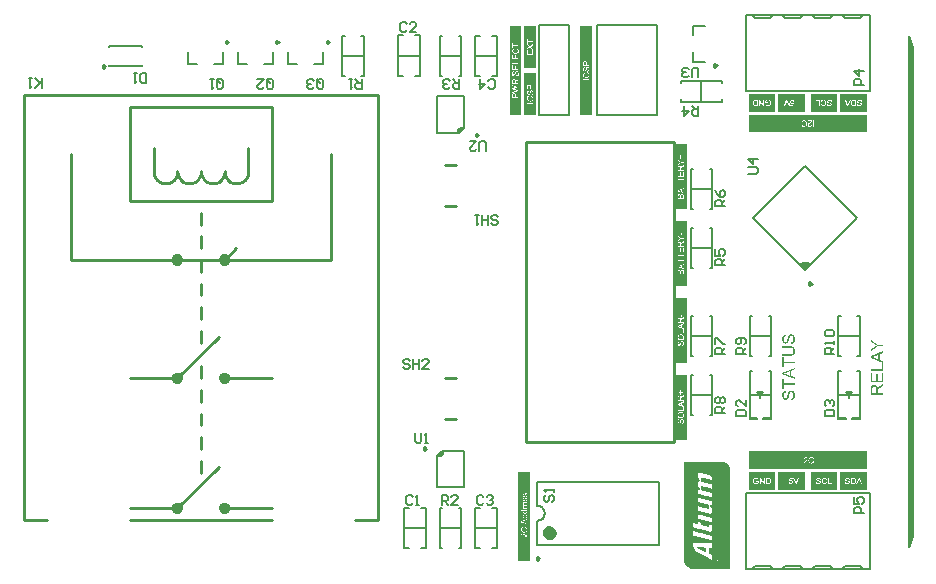
<source format=gto>
G04*
G04 #@! TF.GenerationSoftware,Altium Limited,Altium Designer,18.1.9 (240)*
G04*
G04 Layer_Color=65535*
%FSLAX25Y25*%
%MOIN*%
G70*
G01*
G75*
%ADD10C,0.00984*%
%ADD11C,0.00787*%
%ADD12C,0.01968*%
%ADD13C,0.01000*%
%ADD14C,0.02362*%
%ADD15C,0.00591*%
%ADD16C,0.00060*%
%ADD17C,0.00600*%
G36*
X155905Y54528D02*
X156890D01*
X155315Y52953D01*
X154921D01*
Y53937D01*
X155709Y54724D01*
X155905Y54528D01*
D02*
G37*
G36*
X272340Y9016D02*
X270669Y7346D01*
X268999Y9016D01*
X269556Y9573D01*
X271783D01*
X272340Y9016D01*
D02*
G37*
G36*
X150197Y-53937D02*
X149409Y-54724D01*
X149213Y-54528D01*
X148228D01*
X149803Y-52953D01*
X150197D01*
Y-53937D01*
D02*
G37*
G36*
X307087Y81693D02*
Y-81693D01*
X305609Y-85387D01*
X305118Y-85292D01*
Y85292D01*
X305609Y85387D01*
X307087Y81693D01*
D02*
G37*
G36*
X181169Y59055D02*
X177165D01*
Y72835D01*
X181169D01*
Y59055D01*
D02*
G37*
G36*
X231299Y-49213D02*
X227362D01*
Y-27559D01*
X231299D01*
Y-49213D01*
D02*
G37*
G36*
X199803Y59055D02*
X195866D01*
Y88583D01*
X199803D01*
Y59055D01*
D02*
G37*
G36*
X266274Y-14099D02*
X266357Y-14111D01*
X266452Y-14135D01*
X266552Y-14164D01*
X266659Y-14211D01*
X266771Y-14277D01*
X266777D01*
X266783Y-14283D01*
X266819Y-14312D01*
X266872Y-14354D01*
X266931Y-14413D01*
X267002Y-14490D01*
X267079Y-14584D01*
X267150Y-14691D01*
X267215Y-14815D01*
Y-14821D01*
X267221Y-14833D01*
X267227Y-14851D01*
X267239Y-14875D01*
X267251Y-14910D01*
X267269Y-14952D01*
X267292Y-15046D01*
X267322Y-15159D01*
X267352Y-15295D01*
X267369Y-15443D01*
X267375Y-15603D01*
Y-15698D01*
X267369Y-15745D01*
Y-15798D01*
X267363Y-15857D01*
X267357Y-15928D01*
X267334Y-16076D01*
X267310Y-16230D01*
X267269Y-16384D01*
X267215Y-16532D01*
Y-16538D01*
X267210Y-16550D01*
X267198Y-16568D01*
X267186Y-16591D01*
X267150Y-16662D01*
X267097Y-16745D01*
X267026Y-16840D01*
X266943Y-16941D01*
X266843Y-17035D01*
X266730Y-17124D01*
X266724D01*
X266712Y-17136D01*
X266694Y-17142D01*
X266671Y-17160D01*
X266641Y-17172D01*
X266606Y-17189D01*
X266517Y-17231D01*
X266404Y-17272D01*
X266280Y-17308D01*
X266138Y-17331D01*
X265990Y-17343D01*
X265943Y-16834D01*
X265949D01*
X265954D01*
X265972Y-16828D01*
X265996D01*
X266049Y-16816D01*
X266126Y-16799D01*
X266203Y-16775D01*
X266292Y-16751D01*
X266375Y-16710D01*
X266452Y-16668D01*
X266458Y-16662D01*
X266481Y-16645D01*
X266523Y-16615D01*
X266564Y-16568D01*
X266617Y-16509D01*
X266671Y-16443D01*
X266724Y-16355D01*
X266771Y-16260D01*
Y-16254D01*
X266777Y-16248D01*
X266783Y-16230D01*
X266789Y-16213D01*
X266807Y-16153D01*
X266831Y-16076D01*
X266854Y-15982D01*
X266872Y-15875D01*
X266884Y-15757D01*
X266890Y-15626D01*
Y-15573D01*
X266884Y-15514D01*
X266878Y-15443D01*
X266866Y-15360D01*
X266854Y-15265D01*
X266831Y-15171D01*
X266801Y-15082D01*
X266795Y-15070D01*
X266783Y-15040D01*
X266760Y-14999D01*
X266736Y-14946D01*
X266694Y-14892D01*
X266653Y-14833D01*
X266606Y-14774D01*
X266547Y-14727D01*
X266541Y-14721D01*
X266517Y-14709D01*
X266487Y-14691D01*
X266440Y-14667D01*
X266392Y-14644D01*
X266333Y-14626D01*
X266268Y-14614D01*
X266197Y-14608D01*
X266191D01*
X266162D01*
X266126Y-14614D01*
X266079Y-14620D01*
X266031Y-14638D01*
X265972Y-14656D01*
X265913Y-14685D01*
X265860Y-14727D01*
X265854Y-14732D01*
X265836Y-14750D01*
X265812Y-14774D01*
X265777Y-14815D01*
X265741Y-14863D01*
X265700Y-14928D01*
X265658Y-15005D01*
X265623Y-15094D01*
X265617Y-15100D01*
X265611Y-15129D01*
X265593Y-15177D01*
X265587Y-15206D01*
X265576Y-15247D01*
X265558Y-15289D01*
X265546Y-15342D01*
X265528Y-15401D01*
X265511Y-15473D01*
X265493Y-15543D01*
X265469Y-15626D01*
X265445Y-15721D01*
X265422Y-15822D01*
Y-15828D01*
X265416Y-15845D01*
X265410Y-15875D01*
X265398Y-15911D01*
X265386Y-15958D01*
X265374Y-16011D01*
X265339Y-16130D01*
X265297Y-16260D01*
X265256Y-16396D01*
X265214Y-16514D01*
X265191Y-16568D01*
X265167Y-16615D01*
Y-16621D01*
X265161Y-16627D01*
X265138Y-16662D01*
X265108Y-16716D01*
X265061Y-16775D01*
X265007Y-16846D01*
X264942Y-16917D01*
X264865Y-16988D01*
X264782Y-17047D01*
X264771Y-17053D01*
X264741Y-17071D01*
X264693Y-17095D01*
X264634Y-17118D01*
X264557Y-17142D01*
X264469Y-17166D01*
X264374Y-17183D01*
X264273Y-17189D01*
X264267D01*
X264261D01*
X264244D01*
X264220D01*
X264161Y-17177D01*
X264084Y-17166D01*
X263995Y-17148D01*
X263894Y-17118D01*
X263794Y-17077D01*
X263693Y-17018D01*
X263687D01*
X263681Y-17012D01*
X263646Y-16982D01*
X263598Y-16941D01*
X263539Y-16887D01*
X263474Y-16816D01*
X263403Y-16727D01*
X263338Y-16621D01*
X263279Y-16503D01*
Y-16497D01*
X263273Y-16485D01*
X263267Y-16467D01*
X263255Y-16443D01*
X263243Y-16414D01*
X263231Y-16372D01*
X263208Y-16284D01*
X263184Y-16171D01*
X263160Y-16041D01*
X263142Y-15905D01*
X263137Y-15751D01*
Y-15674D01*
X263142Y-15632D01*
Y-15591D01*
X263154Y-15478D01*
X263172Y-15354D01*
X263202Y-15224D01*
X263237Y-15082D01*
X263284Y-14952D01*
Y-14946D01*
X263291Y-14934D01*
X263302Y-14916D01*
X263314Y-14892D01*
X263344Y-14833D01*
X263397Y-14756D01*
X263456Y-14667D01*
X263533Y-14579D01*
X263622Y-14496D01*
X263723Y-14419D01*
X263728D01*
X263735Y-14413D01*
X263752Y-14401D01*
X263770Y-14389D01*
X263829Y-14359D01*
X263906Y-14324D01*
X264001Y-14283D01*
X264113Y-14253D01*
X264232Y-14223D01*
X264362Y-14211D01*
X264403Y-14732D01*
X264398D01*
X264386D01*
X264368Y-14738D01*
X264338Y-14744D01*
X264273Y-14762D01*
X264184Y-14786D01*
X264090Y-14821D01*
X263995Y-14875D01*
X263906Y-14940D01*
X263823Y-15023D01*
X263817Y-15034D01*
X263794Y-15064D01*
X263758Y-15123D01*
X263723Y-15200D01*
X263687Y-15301D01*
X263652Y-15419D01*
X263628Y-15567D01*
X263622Y-15733D01*
Y-15816D01*
X263628Y-15851D01*
X263634Y-15899D01*
X263646Y-16005D01*
X263669Y-16124D01*
X263699Y-16242D01*
X263746Y-16355D01*
X263776Y-16402D01*
X263806Y-16449D01*
X263811Y-16461D01*
X263835Y-16485D01*
X263877Y-16520D01*
X263924Y-16556D01*
X263989Y-16597D01*
X264060Y-16633D01*
X264143Y-16657D01*
X264238Y-16668D01*
X264249D01*
X264273D01*
X264315Y-16662D01*
X264362Y-16651D01*
X264421Y-16633D01*
X264480Y-16603D01*
X264540Y-16568D01*
X264599Y-16514D01*
X264605Y-16509D01*
X264622Y-16479D01*
X264640Y-16455D01*
X264652Y-16432D01*
X264670Y-16396D01*
X264693Y-16355D01*
X264711Y-16301D01*
X264735Y-16242D01*
X264759Y-16177D01*
X264788Y-16100D01*
X264812Y-16017D01*
X264842Y-15922D01*
X264865Y-15816D01*
X264895Y-15698D01*
Y-15691D01*
X264901Y-15668D01*
X264907Y-15632D01*
X264918Y-15591D01*
X264930Y-15538D01*
X264948Y-15473D01*
X264966Y-15407D01*
X264984Y-15336D01*
X265025Y-15182D01*
X265067Y-15034D01*
X265090Y-14963D01*
X265114Y-14898D01*
X265132Y-14839D01*
X265155Y-14792D01*
Y-14786D01*
X265161Y-14774D01*
X265173Y-14756D01*
X265185Y-14732D01*
X265220Y-14667D01*
X265268Y-14590D01*
X265333Y-14502D01*
X265404Y-14413D01*
X265487Y-14330D01*
X265576Y-14259D01*
X265587Y-14253D01*
X265617Y-14229D01*
X265670Y-14206D01*
X265741Y-14170D01*
X265824Y-14141D01*
X265925Y-14111D01*
X266037Y-14093D01*
X266156Y-14087D01*
X266162D01*
X266168D01*
X266185D01*
X266209D01*
X266274Y-14099D01*
D02*
G37*
G36*
X265729Y-18071D02*
X265789D01*
X265860Y-18077D01*
X265931Y-18083D01*
X266091Y-18101D01*
X266256Y-18125D01*
X266416Y-18160D01*
X266493Y-18184D01*
X266564Y-18207D01*
X266570D01*
X266582Y-18214D01*
X266600Y-18225D01*
X266623Y-18237D01*
X266688Y-18273D01*
X266771Y-18326D01*
X266866Y-18397D01*
X266961Y-18480D01*
X267061Y-18586D01*
X267150Y-18717D01*
Y-18723D01*
X267162Y-18734D01*
X267168Y-18752D01*
X267186Y-18782D01*
X267204Y-18817D01*
X267221Y-18865D01*
X267239Y-18912D01*
X267263Y-18971D01*
X267286Y-19036D01*
X267304Y-19107D01*
X267322Y-19184D01*
X267340Y-19273D01*
X267352Y-19362D01*
X267363Y-19457D01*
X267375Y-19670D01*
Y-19723D01*
X267369Y-19764D01*
Y-19812D01*
X267363Y-19871D01*
X267357Y-19936D01*
X267352Y-20001D01*
X267328Y-20149D01*
X267292Y-20309D01*
X267245Y-20463D01*
X267180Y-20611D01*
Y-20617D01*
X267168Y-20629D01*
X267156Y-20647D01*
X267144Y-20670D01*
X267097Y-20735D01*
X267032Y-20812D01*
X266949Y-20901D01*
X266854Y-20984D01*
X266736Y-21067D01*
X266606Y-21132D01*
X266600D01*
X266588Y-21138D01*
X266564Y-21144D01*
X266535Y-21156D01*
X266499Y-21168D01*
X266452Y-21179D01*
X266399Y-21197D01*
X266333Y-21209D01*
X266262Y-21221D01*
X266185Y-21239D01*
X266103Y-21250D01*
X266014Y-21262D01*
X265913Y-21274D01*
X265807Y-21280D01*
X265694Y-21286D01*
X265576D01*
X263208D01*
Y-20741D01*
X265576D01*
X265581D01*
X265599D01*
X265629D01*
X265664D01*
X265706Y-20735D01*
X265759D01*
X265872Y-20729D01*
X266002Y-20718D01*
X266132Y-20700D01*
X266256Y-20676D01*
X266310Y-20664D01*
X266363Y-20647D01*
X266375Y-20641D01*
X266404Y-20629D01*
X266446Y-20599D01*
X266505Y-20564D01*
X266564Y-20522D01*
X266629Y-20463D01*
X266694Y-20392D01*
X266748Y-20309D01*
X266754Y-20297D01*
X266771Y-20268D01*
X266789Y-20214D01*
X266813Y-20143D01*
X266843Y-20061D01*
X266860Y-19954D01*
X266878Y-19841D01*
X266884Y-19717D01*
Y-19658D01*
X266878Y-19622D01*
Y-19569D01*
X266872Y-19516D01*
X266848Y-19386D01*
X266819Y-19243D01*
X266771Y-19107D01*
X266706Y-18977D01*
X266665Y-18918D01*
X266617Y-18865D01*
X266612Y-18859D01*
X266606Y-18853D01*
X266588Y-18841D01*
X266564Y-18823D01*
X266529Y-18805D01*
X266493Y-18782D01*
X266440Y-18758D01*
X266387Y-18734D01*
X266321Y-18711D01*
X266245Y-18693D01*
X266156Y-18669D01*
X266061Y-18652D01*
X265954Y-18634D01*
X265842Y-18622D01*
X265712Y-18610D01*
X265576D01*
X263208D01*
Y-18066D01*
X265576D01*
X265581D01*
X265605D01*
X265635D01*
X265676D01*
X265729Y-18071D01*
D02*
G37*
G36*
X263693Y-23204D02*
X267304D01*
Y-23749D01*
X263693D01*
Y-25098D01*
X263208D01*
Y-21854D01*
X263693D01*
Y-23204D01*
D02*
G37*
G36*
X267304Y-25844D02*
X266061Y-26324D01*
Y-28041D01*
X267304Y-28485D01*
Y-29059D01*
X263208Y-27496D01*
Y-26904D01*
X267304Y-25229D01*
Y-25844D01*
D02*
G37*
G36*
X263693Y-30521D02*
X267304D01*
Y-31066D01*
X263693D01*
Y-32416D01*
X263208D01*
Y-29171D01*
X263693D01*
Y-30521D01*
D02*
G37*
G36*
X266274Y-32865D02*
X266357Y-32877D01*
X266452Y-32901D01*
X266552Y-32931D01*
X266659Y-32978D01*
X266771Y-33043D01*
X266777D01*
X266783Y-33049D01*
X266819Y-33079D01*
X266872Y-33120D01*
X266931Y-33179D01*
X267002Y-33256D01*
X267079Y-33351D01*
X267150Y-33457D01*
X267215Y-33582D01*
Y-33588D01*
X267221Y-33599D01*
X267227Y-33617D01*
X267239Y-33641D01*
X267251Y-33676D01*
X267269Y-33718D01*
X267292Y-33813D01*
X267322Y-33925D01*
X267352Y-34061D01*
X267369Y-34209D01*
X267375Y-34369D01*
Y-34464D01*
X267369Y-34511D01*
Y-34565D01*
X267363Y-34624D01*
X267357Y-34695D01*
X267334Y-34843D01*
X267310Y-34997D01*
X267269Y-35151D01*
X267215Y-35299D01*
Y-35304D01*
X267210Y-35316D01*
X267198Y-35334D01*
X267186Y-35358D01*
X267150Y-35429D01*
X267097Y-35512D01*
X267026Y-35606D01*
X266943Y-35707D01*
X266843Y-35802D01*
X266730Y-35891D01*
X266724D01*
X266712Y-35902D01*
X266694Y-35908D01*
X266671Y-35926D01*
X266641Y-35938D01*
X266606Y-35956D01*
X266517Y-35997D01*
X266404Y-36039D01*
X266280Y-36074D01*
X266138Y-36098D01*
X265990Y-36110D01*
X265943Y-35601D01*
X265949D01*
X265954D01*
X265972Y-35595D01*
X265996D01*
X266049Y-35583D01*
X266126Y-35565D01*
X266203Y-35541D01*
X266292Y-35518D01*
X266375Y-35476D01*
X266452Y-35435D01*
X266458Y-35429D01*
X266481Y-35411D01*
X266523Y-35381D01*
X266564Y-35334D01*
X266617Y-35275D01*
X266671Y-35210D01*
X266724Y-35121D01*
X266771Y-35026D01*
Y-35020D01*
X266777Y-35014D01*
X266783Y-34997D01*
X266789Y-34979D01*
X266807Y-34920D01*
X266831Y-34843D01*
X266854Y-34748D01*
X266872Y-34641D01*
X266884Y-34523D01*
X266890Y-34393D01*
Y-34339D01*
X266884Y-34280D01*
X266878Y-34209D01*
X266866Y-34126D01*
X266854Y-34032D01*
X266831Y-33937D01*
X266801Y-33848D01*
X266795Y-33836D01*
X266783Y-33807D01*
X266760Y-33765D01*
X266736Y-33712D01*
X266694Y-33659D01*
X266653Y-33599D01*
X266606Y-33540D01*
X266547Y-33493D01*
X266541Y-33487D01*
X266517Y-33475D01*
X266487Y-33457D01*
X266440Y-33434D01*
X266392Y-33410D01*
X266333Y-33392D01*
X266268Y-33380D01*
X266197Y-33375D01*
X266191D01*
X266162D01*
X266126Y-33380D01*
X266079Y-33386D01*
X266031Y-33404D01*
X265972Y-33422D01*
X265913Y-33452D01*
X265860Y-33493D01*
X265854Y-33499D01*
X265836Y-33517D01*
X265812Y-33540D01*
X265777Y-33582D01*
X265741Y-33629D01*
X265700Y-33694D01*
X265658Y-33771D01*
X265623Y-33860D01*
X265617Y-33866D01*
X265611Y-33895D01*
X265593Y-33943D01*
X265587Y-33972D01*
X265576Y-34014D01*
X265558Y-34055D01*
X265546Y-34109D01*
X265528Y-34168D01*
X265511Y-34239D01*
X265493Y-34310D01*
X265469Y-34393D01*
X265445Y-34488D01*
X265422Y-34588D01*
Y-34594D01*
X265416Y-34612D01*
X265410Y-34641D01*
X265398Y-34677D01*
X265386Y-34724D01*
X265374Y-34778D01*
X265339Y-34896D01*
X265297Y-35026D01*
X265256Y-35162D01*
X265214Y-35281D01*
X265191Y-35334D01*
X265167Y-35381D01*
Y-35387D01*
X265161Y-35393D01*
X265138Y-35429D01*
X265108Y-35482D01*
X265061Y-35541D01*
X265007Y-35612D01*
X264942Y-35683D01*
X264865Y-35754D01*
X264782Y-35814D01*
X264771Y-35820D01*
X264741Y-35837D01*
X264693Y-35861D01*
X264634Y-35885D01*
X264557Y-35908D01*
X264469Y-35932D01*
X264374Y-35950D01*
X264273Y-35956D01*
X264267D01*
X264261D01*
X264244D01*
X264220D01*
X264161Y-35944D01*
X264084Y-35932D01*
X263995Y-35914D01*
X263894Y-35885D01*
X263794Y-35843D01*
X263693Y-35784D01*
X263687D01*
X263681Y-35778D01*
X263646Y-35748D01*
X263598Y-35707D01*
X263539Y-35654D01*
X263474Y-35583D01*
X263403Y-35494D01*
X263338Y-35387D01*
X263279Y-35269D01*
Y-35263D01*
X263273Y-35251D01*
X263267Y-35233D01*
X263255Y-35210D01*
X263243Y-35180D01*
X263231Y-35139D01*
X263208Y-35050D01*
X263184Y-34938D01*
X263160Y-34807D01*
X263142Y-34671D01*
X263137Y-34517D01*
Y-34440D01*
X263142Y-34399D01*
Y-34357D01*
X263154Y-34245D01*
X263172Y-34121D01*
X263202Y-33990D01*
X263237Y-33848D01*
X263284Y-33718D01*
Y-33712D01*
X263291Y-33700D01*
X263302Y-33682D01*
X263314Y-33659D01*
X263344Y-33599D01*
X263397Y-33523D01*
X263456Y-33434D01*
X263533Y-33345D01*
X263622Y-33262D01*
X263723Y-33185D01*
X263728D01*
X263735Y-33179D01*
X263752Y-33167D01*
X263770Y-33156D01*
X263829Y-33126D01*
X263906Y-33090D01*
X264001Y-33049D01*
X264113Y-33019D01*
X264232Y-32990D01*
X264362Y-32978D01*
X264403Y-33499D01*
X264398D01*
X264386D01*
X264368Y-33505D01*
X264338Y-33511D01*
X264273Y-33529D01*
X264184Y-33552D01*
X264090Y-33588D01*
X263995Y-33641D01*
X263906Y-33706D01*
X263823Y-33789D01*
X263817Y-33801D01*
X263794Y-33830D01*
X263758Y-33890D01*
X263723Y-33967D01*
X263687Y-34067D01*
X263652Y-34186D01*
X263628Y-34334D01*
X263622Y-34499D01*
Y-34582D01*
X263628Y-34618D01*
X263634Y-34665D01*
X263646Y-34772D01*
X263669Y-34890D01*
X263699Y-35008D01*
X263746Y-35121D01*
X263776Y-35168D01*
X263806Y-35216D01*
X263811Y-35228D01*
X263835Y-35251D01*
X263877Y-35287D01*
X263924Y-35322D01*
X263989Y-35364D01*
X264060Y-35399D01*
X264143Y-35423D01*
X264238Y-35435D01*
X264249D01*
X264273D01*
X264315Y-35429D01*
X264362Y-35417D01*
X264421Y-35399D01*
X264480Y-35370D01*
X264540Y-35334D01*
X264599Y-35281D01*
X264605Y-35275D01*
X264622Y-35245D01*
X264640Y-35222D01*
X264652Y-35198D01*
X264670Y-35162D01*
X264693Y-35121D01*
X264711Y-35068D01*
X264735Y-35008D01*
X264759Y-34943D01*
X264788Y-34866D01*
X264812Y-34784D01*
X264842Y-34689D01*
X264865Y-34582D01*
X264895Y-34464D01*
Y-34458D01*
X264901Y-34434D01*
X264907Y-34399D01*
X264918Y-34357D01*
X264930Y-34304D01*
X264948Y-34239D01*
X264966Y-34174D01*
X264984Y-34103D01*
X265025Y-33949D01*
X265067Y-33801D01*
X265090Y-33730D01*
X265114Y-33665D01*
X265132Y-33606D01*
X265155Y-33558D01*
Y-33552D01*
X265161Y-33540D01*
X265173Y-33523D01*
X265185Y-33499D01*
X265220Y-33434D01*
X265268Y-33357D01*
X265333Y-33268D01*
X265404Y-33179D01*
X265487Y-33096D01*
X265576Y-33025D01*
X265587Y-33019D01*
X265617Y-32996D01*
X265670Y-32972D01*
X265741Y-32936D01*
X265824Y-32907D01*
X265925Y-32877D01*
X266037Y-32860D01*
X266156Y-32854D01*
X266162D01*
X266168D01*
X266185D01*
X266209D01*
X266274Y-32865D01*
D02*
G37*
G36*
X281496Y60039D02*
X272638D01*
Y66012D01*
X281496D01*
Y60039D01*
D02*
G37*
G36*
X231299Y1969D02*
X227362D01*
Y23622D01*
X231299D01*
Y1969D01*
D02*
G37*
G36*
X270670Y60039D02*
X261811D01*
Y66012D01*
X270670D01*
Y60039D01*
D02*
G37*
G36*
X291339Y59122D02*
Y53150D01*
X251969D01*
Y59122D01*
X291339D01*
D02*
G37*
G36*
X260827Y66012D02*
Y60039D01*
X251969D01*
Y66012D01*
X260827D01*
D02*
G37*
G36*
X281496Y-66012D02*
X272638D01*
Y-60039D01*
X281496D01*
Y-66012D01*
D02*
G37*
G36*
X260827D02*
X251969D01*
Y-60039D01*
X260827D01*
Y-66012D01*
D02*
G37*
G36*
X231299Y-23622D02*
X227362D01*
Y-1969D01*
X231299D01*
Y-23622D01*
D02*
G37*
G36*
X270669Y-66012D02*
X261811D01*
Y-60039D01*
X270669D01*
Y-66012D01*
D02*
G37*
G36*
X179134Y-89567D02*
X175197D01*
Y-60039D01*
X179134D01*
Y-89567D01*
D02*
G37*
G36*
X181102Y74803D02*
X177099D01*
Y88583D01*
X181102D01*
Y74803D01*
D02*
G37*
G36*
X291339Y60039D02*
X282481D01*
Y66012D01*
X291339D01*
Y60039D01*
D02*
G37*
G36*
X231299Y27559D02*
X227362D01*
Y49213D01*
X231299D01*
Y27559D01*
D02*
G37*
G36*
X295097Y-17595D02*
X296832D01*
Y-18139D01*
X295097D01*
X292735Y-19720D01*
Y-19063D01*
X293978Y-18258D01*
X293984D01*
X293996Y-18246D01*
X294014Y-18234D01*
X294038Y-18222D01*
X294067Y-18199D01*
X294103Y-18175D01*
X294192Y-18122D01*
X294298Y-18057D01*
X294416Y-17986D01*
X294541Y-17909D01*
X294671Y-17838D01*
X294665D01*
X294653Y-17832D01*
X294636Y-17820D01*
X294612Y-17802D01*
X294582Y-17784D01*
X294547Y-17761D01*
X294458Y-17707D01*
X294351Y-17642D01*
X294227Y-17565D01*
X294091Y-17476D01*
X293943Y-17382D01*
X292735Y-16594D01*
Y-15961D01*
X295097Y-17595D01*
D02*
G37*
G36*
X296832Y-20342D02*
X295589Y-20821D01*
Y-22538D01*
X296832Y-22982D01*
Y-23556D01*
X292735Y-21993D01*
Y-21401D01*
X296832Y-19726D01*
Y-20342D01*
D02*
G37*
G36*
Y-26315D02*
X292735D01*
Y-25770D01*
X296346D01*
Y-23752D01*
X296832D01*
Y-26315D01*
D02*
G37*
G36*
Y-30104D02*
X292735D01*
Y-27138D01*
X293221D01*
Y-29559D01*
X294470D01*
Y-27292D01*
X294955D01*
Y-29559D01*
X296346D01*
Y-27043D01*
X296832D01*
Y-30104D01*
D02*
G37*
G36*
Y-31312D02*
X295979Y-31850D01*
X295973D01*
X295961Y-31862D01*
X295944Y-31874D01*
X295920Y-31892D01*
X295855Y-31933D01*
X295772Y-31986D01*
X295683Y-32051D01*
X295589Y-32117D01*
X295500Y-32182D01*
X295417Y-32241D01*
X295411Y-32247D01*
X295387Y-32265D01*
X295352Y-32294D01*
X295310Y-32336D01*
X295221Y-32424D01*
X295180Y-32472D01*
X295145Y-32519D01*
X295139Y-32525D01*
X295133Y-32537D01*
X295121Y-32561D01*
X295103Y-32596D01*
X295085Y-32632D01*
X295068Y-32673D01*
X295038Y-32768D01*
Y-32774D01*
X295032Y-32785D01*
Y-32809D01*
X295026Y-32839D01*
X295020Y-32880D01*
Y-32928D01*
X295014Y-32993D01*
Y-33691D01*
X296832D01*
Y-34236D01*
X292735D01*
Y-32336D01*
X292741Y-32288D01*
Y-32235D01*
X292747Y-32111D01*
X292765Y-31980D01*
X292782Y-31838D01*
X292812Y-31708D01*
X292830Y-31643D01*
X292848Y-31590D01*
Y-31584D01*
X292853Y-31578D01*
X292871Y-31542D01*
X292895Y-31489D01*
X292936Y-31424D01*
X292990Y-31353D01*
X293061Y-31276D01*
X293144Y-31205D01*
X293238Y-31134D01*
X293244D01*
X293250Y-31128D01*
X293286Y-31104D01*
X293345Y-31081D01*
X293422Y-31045D01*
X293511Y-31015D01*
X293617Y-30986D01*
X293730Y-30968D01*
X293854Y-30962D01*
X293860D01*
X293872D01*
X293896D01*
X293925Y-30968D01*
X293967D01*
X294008Y-30974D01*
X294109Y-30998D01*
X294227Y-31033D01*
X294351Y-31081D01*
X294476Y-31152D01*
X294535Y-31199D01*
X294594Y-31246D01*
X294600Y-31252D01*
X294606Y-31258D01*
X294624Y-31276D01*
X294641Y-31300D01*
X294665Y-31329D01*
X294689Y-31365D01*
X294718Y-31412D01*
X294754Y-31459D01*
X294783Y-31519D01*
X294813Y-31584D01*
X294849Y-31655D01*
X294878Y-31732D01*
X294902Y-31821D01*
X294932Y-31909D01*
X294949Y-32010D01*
X294967Y-32117D01*
X294973Y-32105D01*
X294985Y-32081D01*
X295008Y-32046D01*
X295032Y-31998D01*
X295097Y-31892D01*
X295139Y-31838D01*
X295174Y-31791D01*
X295186Y-31779D01*
X295216Y-31749D01*
X295263Y-31702D01*
X295322Y-31643D01*
X295405Y-31578D01*
X295494Y-31501D01*
X295600Y-31424D01*
X295719Y-31341D01*
X296832Y-30637D01*
Y-31312D01*
D02*
G37*
G36*
X291339Y-59122D02*
X251969D01*
Y-53150D01*
X291339D01*
Y-59122D01*
D02*
G37*
G36*
X176181Y59055D02*
X172244D01*
Y88583D01*
X176181D01*
Y59055D01*
D02*
G37*
G36*
X291339Y-66012D02*
X282480D01*
Y-60039D01*
X291339D01*
Y-66012D01*
D02*
G37*
%LPC*%
G36*
X180191Y69090D02*
Y67799D01*
X179360D01*
Y68323D01*
X179357Y68400D01*
X179351Y68474D01*
X179342Y68539D01*
X179330Y68598D01*
X179318Y68655D01*
X179303Y68702D01*
X179286Y68746D01*
X179268Y68785D01*
X179253Y68818D01*
X179235Y68847D01*
X179220Y68871D01*
X179206Y68888D01*
X179197Y68903D01*
X179188Y68912D01*
X179182Y68918D01*
X179179Y68921D01*
X179144Y68951D01*
X179108Y68977D01*
X179072Y68998D01*
X179034Y69019D01*
X178996Y69037D01*
X178960Y69048D01*
X178892Y69069D01*
X178859Y69075D01*
X178830Y69081D01*
X178803Y69084D01*
X178782Y69087D01*
X178762Y69090D01*
X178738D01*
X178682Y69087D01*
X178629Y69081D01*
X178581Y69069D01*
X178540Y69060D01*
X178504Y69048D01*
X178478Y69037D01*
X178463Y69031D01*
X178457Y69028D01*
X178412Y69004D01*
X178374Y68974D01*
X178338Y68948D01*
X178312Y68921D01*
X178291Y68897D01*
X178273Y68880D01*
X178264Y68868D01*
X178261Y68862D01*
X178238Y68823D01*
X178217Y68779D01*
X178199Y68738D01*
X178184Y68699D01*
X178176Y68664D01*
X178170Y68637D01*
X178164Y68616D01*
Y68610D01*
X178158Y68566D01*
X178152Y68515D01*
X178149Y68462D01*
X178146Y68412D01*
X178143Y68367D01*
Y67527D01*
X180191D01*
Y69090D01*
D02*
G37*
G36*
X179644Y67154D02*
X179617D01*
D01*
X179407D01*
X179617D01*
X179558Y67151D01*
X179502Y67142D01*
X179451Y67127D01*
X179410Y67112D01*
X179374Y67095D01*
X179348Y67083D01*
X179333Y67071D01*
X179327Y67068D01*
X179283Y67033D01*
X179241Y66991D01*
X179206Y66947D01*
X179173Y66902D01*
X179149Y66864D01*
X179132Y66831D01*
X179126Y66820D01*
X179120Y66811D01*
X179117Y66805D01*
Y66802D01*
X179105Y66778D01*
X179096Y66748D01*
X179084Y66716D01*
X179072Y66680D01*
X179052Y66606D01*
X179031Y66529D01*
X179022Y66494D01*
X179013Y66461D01*
X179004Y66429D01*
X178998Y66402D01*
X178993Y66381D01*
X178990Y66364D01*
X178987Y66352D01*
Y66349D01*
X178972Y66290D01*
X178960Y66236D01*
X178945Y66189D01*
X178933Y66148D01*
X178919Y66109D01*
X178907Y66076D01*
X178895Y66047D01*
X178886Y66020D01*
X178874Y66000D01*
X178865Y65982D01*
X178859Y65970D01*
X178850Y65958D01*
X178842Y65943D01*
X178839Y65940D01*
X178809Y65914D01*
X178779Y65896D01*
X178750Y65881D01*
X178720Y65872D01*
X178697Y65866D01*
X178676Y65863D01*
X178664D01*
X178658D01*
X178611Y65869D01*
X178569Y65881D01*
X178534Y65899D01*
X178501Y65920D01*
X178478Y65937D01*
X178457Y65955D01*
X178445Y65967D01*
X178442Y65973D01*
X178427Y65997D01*
X178412Y66020D01*
X178389Y66076D01*
X178374Y66136D01*
X178362Y66195D01*
X178356Y66248D01*
X178353Y66272D01*
X178350Y66290D01*
Y66331D01*
X178353Y66414D01*
X178365Y66488D01*
X178383Y66547D01*
X178401Y66597D01*
X178418Y66636D01*
X178436Y66666D01*
X178448Y66680D01*
X178451Y66686D01*
X178492Y66728D01*
X178537Y66760D01*
X178584Y66787D01*
X178631Y66805D01*
X178676Y66817D01*
X178708Y66825D01*
X178723Y66828D01*
X178732Y66831D01*
X178738D01*
X178741D01*
X178720Y67092D01*
X178655Y67086D01*
X178596Y67071D01*
X178540Y67056D01*
X178492Y67036D01*
X178454Y67018D01*
X178424Y67003D01*
X178415Y66997D01*
X178407Y66991D01*
X178403Y66988D01*
X178401D01*
X178350Y66950D01*
X178306Y66908D01*
X178267Y66864D01*
X178238Y66820D01*
X178211Y66781D01*
X178196Y66751D01*
X178190Y66739D01*
X178184Y66731D01*
X178182Y66725D01*
Y66722D01*
X178158Y66657D01*
X178140Y66586D01*
X178125Y66521D01*
X178116Y66458D01*
X178111Y66402D01*
Y66381D01*
X178108Y66361D01*
Y65526D01*
X180227D01*
Y66411D01*
Y66396D01*
X180224Y66476D01*
X180215Y66550D01*
X180200Y66618D01*
X180185Y66674D01*
X180174Y66722D01*
X180165Y66742D01*
X180159Y66760D01*
X180153Y66772D01*
X180150Y66781D01*
X180147Y66787D01*
Y66790D01*
X180114Y66852D01*
X180079Y66905D01*
X180040Y66953D01*
X180005Y66991D01*
X179975Y67021D01*
X179949Y67041D01*
X179931Y67056D01*
X179928Y67059D01*
X179925D01*
X179869Y67092D01*
X179815Y67115D01*
X179765Y67130D01*
X179718Y67142D01*
X179676Y67148D01*
X179644Y67154D01*
D02*
G37*
G36*
X180227Y65283D02*
X179546D01*
D01*
X179543D01*
X179475Y65011D01*
X179522Y64999D01*
X179567Y64984D01*
X179608Y64969D01*
X179647Y64955D01*
X179682Y64937D01*
X179712Y64919D01*
X179741Y64898D01*
X179768Y64881D01*
X179792Y64866D01*
X179809Y64848D01*
X179827Y64833D01*
X179842Y64821D01*
X179851Y64810D01*
X179860Y64801D01*
X179863Y64798D01*
X179866Y64795D01*
X179889Y64765D01*
X179907Y64733D01*
X179940Y64667D01*
X179963Y64605D01*
X179978Y64543D01*
X179990Y64490D01*
X179993Y64469D01*
Y64448D01*
X179996Y64431D01*
Y64410D01*
X179993Y64342D01*
X179981Y64277D01*
X179966Y64218D01*
X179949Y64164D01*
X179931Y64123D01*
X179922Y64105D01*
X179916Y64090D01*
X179910Y64078D01*
X179904Y64070D01*
X179901Y64064D01*
Y64061D01*
X179860Y64004D01*
X179815Y63957D01*
X179765Y63916D01*
X179718Y63883D01*
X179676Y63857D01*
X179641Y63839D01*
X179626Y63833D01*
X179617Y63827D01*
X179611Y63824D01*
X179608D01*
X179531Y63800D01*
X179454Y63783D01*
X179377Y63768D01*
X179306Y63759D01*
X179274Y63756D01*
X179244Y63753D01*
X179218D01*
X179197Y63750D01*
X179179D01*
X179164D01*
X179155D01*
X179152D01*
X179075Y63753D01*
X179004Y63759D01*
X178939Y63771D01*
X178880Y63783D01*
X178830Y63791D01*
X178809Y63797D01*
X178791Y63803D01*
X178777Y63806D01*
X178768Y63809D01*
X178762Y63812D01*
X178759D01*
X178691Y63842D01*
X178629Y63874D01*
X178578Y63910D01*
X178534Y63948D01*
X178498Y63981D01*
X178475Y64008D01*
X178460Y64028D01*
X178454Y64031D01*
Y64034D01*
X178415Y64096D01*
X178386Y64164D01*
X178365Y64230D01*
X178353Y64292D01*
X178344Y64348D01*
X178341Y64372D01*
Y64392D01*
X178338Y64407D01*
Y64431D01*
X178341Y64505D01*
X178353Y64573D01*
X178371Y64629D01*
X178389Y64679D01*
X178409Y64718D01*
X178424Y64748D01*
X178436Y64765D01*
X178442Y64771D01*
X178486Y64819D01*
X178537Y64863D01*
X178590Y64898D01*
X178643Y64928D01*
X178691Y64952D01*
X178714Y64961D01*
X178732Y64966D01*
X178747Y64972D01*
X178759Y64978D01*
X178765Y64981D01*
X178768D01*
X178705Y65248D01*
X178652Y65230D01*
X178605Y65212D01*
X178560Y65188D01*
X178516Y65168D01*
X178478Y65144D01*
X178442Y65118D01*
X178407Y65094D01*
X178377Y65070D01*
X178353Y65046D01*
X178330Y65026D01*
X178309Y65005D01*
X178294Y64990D01*
X178279Y64975D01*
X178270Y64964D01*
X178267Y64958D01*
X178264Y64955D01*
X178238Y64913D01*
X178211Y64872D01*
X178190Y64830D01*
X178173Y64786D01*
X178146Y64697D01*
X178128Y64617D01*
X178119Y64579D01*
X178116Y64546D01*
X178113Y64514D01*
X178111Y64487D01*
X178108Y64466D01*
Y65283D01*
D01*
Y63472D01*
X179152D01*
X179259Y63478D01*
X179363Y63490D01*
X179454Y63504D01*
X179499Y63516D01*
X179537Y63525D01*
X179573Y63534D01*
X179605Y63546D01*
X179635Y63555D01*
X179659Y63560D01*
X179676Y63569D01*
X179691Y63572D01*
X179700Y63578D01*
X179703D01*
X179792Y63623D01*
X179872Y63673D01*
X179940Y63726D01*
X179966Y63753D01*
X179993Y63777D01*
X180017Y63800D01*
X180037Y63824D01*
X180055Y63845D01*
X180067Y63862D01*
X180079Y63874D01*
X180088Y63886D01*
X180091Y63892D01*
X180094Y63895D01*
X180117Y63936D01*
X180138Y63978D01*
X180171Y64067D01*
X180194Y64156D01*
X180209Y64241D01*
X180215Y64283D01*
X180221Y64318D01*
X180224Y64351D01*
Y64377D01*
X180227Y64401D01*
Y64434D01*
X180224Y64493D01*
X180218Y64549D01*
X180212Y64602D01*
X180200Y64653D01*
X180185Y64700D01*
X180171Y64745D01*
X180156Y64786D01*
X180138Y64824D01*
X180123Y64857D01*
X180108Y64890D01*
X180094Y64913D01*
X180079Y64937D01*
X180067Y64952D01*
X180061Y64966D01*
X180055Y64972D01*
X180052Y64975D01*
X180017Y65017D01*
X179981Y65052D01*
X179940Y65085D01*
X179898Y65118D01*
X179815Y65171D01*
X179733Y65212D01*
X179694Y65230D01*
X179659Y65245D01*
X179626Y65257D01*
X179599Y65266D01*
X179576Y65274D01*
X179558Y65280D01*
X179546Y65283D01*
X180227D01*
D02*
G37*
G36*
X180191Y63072D02*
X178143D01*
Y62800D01*
X180191D01*
Y63072D01*
D02*
G37*
%LPD*%
G36*
X178809Y68806D02*
X178862Y68794D01*
X178910Y68776D01*
X178948Y68755D01*
X178978Y68735D01*
X179001Y68717D01*
X179013Y68705D01*
X179019Y68699D01*
X179037Y68678D01*
X179052Y68652D01*
X179075Y68595D01*
X179093Y68533D01*
X179105Y68471D01*
X179111Y68415D01*
X179114Y68391D01*
Y68370D01*
X179117Y68350D01*
Y67799D01*
X178386D01*
Y68385D01*
X178389Y68439D01*
X178392Y68483D01*
X178395Y68519D01*
X178401Y68542D01*
X178403Y68560D01*
X178407Y68572D01*
Y68575D01*
X178421Y68613D01*
X178439Y68646D01*
X178457Y68675D01*
X178478Y68702D01*
X178498Y68720D01*
X178513Y68735D01*
X178525Y68743D01*
X178528Y68746D01*
X178563Y68767D01*
X178599Y68785D01*
X178637Y68797D01*
X178670Y68803D01*
X178700Y68809D01*
X178726Y68812D01*
X178741D01*
X178744D01*
X178747D01*
X178809Y68806D01*
D02*
G37*
G36*
X179673Y66891D02*
X179706Y66885D01*
X179736Y66876D01*
X179759Y66864D01*
X179783Y66852D01*
X179798Y66843D01*
X179809Y66837D01*
X179813Y66834D01*
X179842Y66811D01*
X179866Y66781D01*
X179886Y66751D01*
X179907Y66725D01*
X179919Y66698D01*
X179931Y66677D01*
X179937Y66663D01*
X179940Y66657D01*
X179955Y66612D01*
X179966Y66565D01*
X179972Y66518D01*
X179978Y66476D01*
X179981Y66441D01*
X179984Y66411D01*
Y66384D01*
X179981Y66319D01*
X179975Y66260D01*
X179966Y66207D01*
X179955Y66159D01*
X179943Y66121D01*
X179934Y66091D01*
X179931Y66082D01*
X179928Y66074D01*
X179925Y66071D01*
Y66068D01*
X179901Y66020D01*
X179875Y65976D01*
X179848Y65943D01*
X179821Y65914D01*
X179801Y65890D01*
X179780Y65875D01*
X179768Y65866D01*
X179765Y65863D01*
X179727Y65843D01*
X179685Y65822D01*
X179641Y65810D01*
X179602Y65798D01*
X179564Y65789D01*
X179537Y65784D01*
X179525D01*
X179516Y65781D01*
X179514D01*
X179511D01*
X179534Y65526D01*
X178108D01*
Y66322D01*
X178111Y66245D01*
X178119Y66177D01*
X178131Y66112D01*
X178143Y66056D01*
X178155Y66011D01*
X178161Y65991D01*
X178167Y65976D01*
X178173Y65964D01*
X178176Y65955D01*
X178179Y65949D01*
Y65946D01*
X178208Y65887D01*
X178241Y65834D01*
X178276Y65789D01*
X178309Y65754D01*
X178338Y65727D01*
X178362Y65706D01*
X178380Y65692D01*
X178383Y65689D01*
X178386D01*
X178436Y65659D01*
X178486Y65638D01*
X178537Y65624D01*
X178581Y65615D01*
X178620Y65609D01*
X178649Y65603D01*
X178661D01*
X178670D01*
X178673D01*
X178676D01*
X178726Y65606D01*
X178773Y65615D01*
X178818Y65627D01*
X178856Y65638D01*
X178886Y65650D01*
X178910Y65662D01*
X178925Y65671D01*
X178930Y65674D01*
X178972Y65703D01*
X179010Y65739D01*
X179043Y65775D01*
X179069Y65810D01*
X179093Y65840D01*
X179108Y65866D01*
X179120Y65884D01*
X179123Y65887D01*
Y65890D01*
X179135Y65914D01*
X179147Y65940D01*
X179167Y66000D01*
X179188Y66068D01*
X179209Y66133D01*
X179226Y66192D01*
X179232Y66219D01*
X179238Y66242D01*
X179244Y66260D01*
X179247Y66275D01*
X179250Y66284D01*
Y66287D01*
X179262Y66337D01*
X179274Y66384D01*
X179286Y66426D01*
X179295Y66461D01*
X179303Y66497D01*
X179312Y66526D01*
X179318Y66553D01*
X179327Y66574D01*
X179333Y66594D01*
X179336Y66609D01*
X179345Y66633D01*
X179348Y66648D01*
X179351Y66651D01*
X179368Y66695D01*
X179389Y66734D01*
X179410Y66766D01*
X179428Y66790D01*
X179445Y66811D01*
X179457Y66822D01*
X179466Y66831D01*
X179469Y66834D01*
X179496Y66855D01*
X179525Y66870D01*
X179555Y66879D01*
X179579Y66887D01*
X179602Y66891D01*
X179620Y66894D01*
X179635D01*
X179638D01*
X179673Y66891D01*
D02*
G37*
G36*
X180227Y65526D02*
X179534D01*
X179608Y65532D01*
X179679Y65544D01*
X179741Y65561D01*
X179798Y65582D01*
X179842Y65603D01*
X179860Y65612D01*
X179875Y65618D01*
X179886Y65627D01*
X179895Y65630D01*
X179901Y65636D01*
X179904D01*
X179961Y65680D01*
X180011Y65727D01*
X180052Y65777D01*
X180088Y65825D01*
X180114Y65866D01*
X180132Y65902D01*
X180138Y65914D01*
X180144Y65923D01*
X180147Y65929D01*
Y65931D01*
X180174Y66005D01*
X180194Y66082D01*
X180206Y66159D01*
X180218Y66233D01*
X180221Y66269D01*
X180224Y66299D01*
Y66325D01*
X180227Y66349D01*
Y65526D01*
D02*
G37*
G36*
X178113Y64339D02*
X178128Y64244D01*
X178146Y64161D01*
X178158Y64123D01*
X178170Y64087D01*
X178182Y64055D01*
X178193Y64025D01*
X178202Y64002D01*
X178211Y63978D01*
X178220Y63963D01*
X178226Y63951D01*
X178229Y63942D01*
X178232Y63939D01*
X178282Y63859D01*
X178341Y63791D01*
X178401Y63732D01*
X178460Y63682D01*
X178513Y63643D01*
X178537Y63629D01*
X178557Y63617D01*
X178572Y63605D01*
X178584Y63599D01*
X178593Y63596D01*
X178596Y63593D01*
X178688Y63552D01*
X178782Y63522D01*
X178877Y63501D01*
X178963Y63486D01*
X179001Y63481D01*
X179040Y63478D01*
X179069Y63475D01*
X179099D01*
X179120Y63472D01*
X178108D01*
Y64437D01*
X178113Y64339D01*
D02*
G37*
%LPC*%
G36*
X230023Y-32846D02*
X228671D01*
Y-34196D01*
Y-33639D01*
X229227D01*
Y-34196D01*
X229461D01*
Y-33639D01*
X230023D01*
Y-32846D01*
D02*
G37*
G36*
X230355Y-34394D02*
X228307D01*
X230355D01*
X229798Y-34747D01*
X229739Y-34788D01*
X229686Y-34826D01*
X229642Y-34865D01*
X229600Y-34898D01*
X229571Y-34927D01*
X229547Y-34951D01*
X229532Y-34966D01*
X229526Y-34971D01*
X229508Y-34995D01*
X229488Y-35022D01*
X229455Y-35075D01*
X229443Y-35099D01*
X229431Y-35116D01*
X229426Y-35128D01*
X229422Y-35134D01*
X229414Y-35081D01*
X229405Y-35031D01*
X229390Y-34986D01*
X229378Y-34942D01*
X229363Y-34903D01*
X229345Y-34868D01*
X229331Y-34835D01*
X229316Y-34806D01*
X229298Y-34782D01*
X229283Y-34758D01*
X229272Y-34741D01*
X229260Y-34726D01*
X229251Y-34714D01*
X229242Y-34705D01*
X229239Y-34702D01*
X229236Y-34699D01*
X229206Y-34675D01*
X229177Y-34652D01*
X229115Y-34616D01*
X229052Y-34593D01*
X228993Y-34575D01*
X228943Y-34563D01*
X228922Y-34560D01*
X228902D01*
X228887Y-34557D01*
X228875D01*
X228869D01*
X228866D01*
X228804Y-34560D01*
X228748Y-34569D01*
X228694Y-34584D01*
X228650Y-34598D01*
X228611Y-34616D01*
X228582Y-34628D01*
X228564Y-34640D01*
X228561Y-34643D01*
X228558D01*
X228511Y-34678D01*
X228469Y-34714D01*
X228434Y-34752D01*
X228407Y-34788D01*
X228386Y-34821D01*
X228375Y-34847D01*
X228366Y-34865D01*
X228363Y-34868D01*
Y-34871D01*
X228354Y-34898D01*
X228345Y-34930D01*
X228330Y-34995D01*
X228321Y-35066D01*
X228312Y-35131D01*
X228309Y-35193D01*
Y-35220D01*
X228307Y-35244D01*
Y-36194D01*
X230355D01*
Y-34394D01*
D02*
G37*
G36*
Y-36416D02*
X228307D01*
X230355D01*
X228307Y-37254D01*
Y-37550D01*
X230355Y-38331D01*
D01*
Y-38044D01*
X229733Y-37822D01*
Y-36963D01*
X230355Y-36724D01*
Y-37550D01*
Y-36724D01*
Y-36416D01*
D02*
G37*
G36*
Y-38429D02*
X228307D01*
Y-39710D01*
X230355D01*
Y-38429D01*
D02*
G37*
G36*
X230390Y-40048D02*
X228271D01*
X229337D01*
X229224Y-40054D01*
X229121Y-40066D01*
X229073Y-40075D01*
X229026Y-40086D01*
X228984Y-40098D01*
X228946Y-40107D01*
X228910Y-40119D01*
X228878Y-40131D01*
X228851Y-40140D01*
X228828Y-40152D01*
X228810Y-40157D01*
X228798Y-40163D01*
X228789Y-40169D01*
X228786D01*
X228700Y-40217D01*
X228623Y-40273D01*
X228558Y-40332D01*
X228505Y-40385D01*
X228464Y-40436D01*
X228446Y-40459D01*
X228431Y-40477D01*
X228422Y-40495D01*
X228413Y-40507D01*
X228410Y-40513D01*
X228407Y-40516D01*
X228383Y-40560D01*
X228363Y-40604D01*
X228327Y-40690D01*
X228304Y-40779D01*
X228289Y-40856D01*
X228283Y-40892D01*
X228277Y-40927D01*
X228274Y-40954D01*
Y-40980D01*
X228271Y-41001D01*
Y-40930D01*
Y-42007D01*
Y-41028D01*
X228274Y-41107D01*
X228283Y-41181D01*
X228298Y-41253D01*
X228315Y-41321D01*
X228339Y-41383D01*
X228363Y-41442D01*
X228389Y-41495D01*
X228416Y-41543D01*
X228443Y-41587D01*
X228469Y-41625D01*
X228493Y-41658D01*
X228517Y-41685D01*
X228535Y-41706D01*
X228549Y-41723D01*
X228558Y-41732D01*
X228561Y-41735D01*
X228617Y-41782D01*
X228677Y-41824D01*
X228742Y-41862D01*
X228807Y-41892D01*
X228875Y-41919D01*
X228940Y-41942D01*
X229005Y-41960D01*
X229067Y-41972D01*
X229127Y-41984D01*
X229183Y-41993D01*
X229233Y-41998D01*
X229275Y-42004D01*
X229310D01*
X229337Y-42007D01*
X229360D01*
X229461Y-42002D01*
X229553Y-41990D01*
X229642Y-41972D01*
X229680Y-41960D01*
X229718Y-41948D01*
X229751Y-41939D01*
X229781Y-41927D01*
X229807Y-41919D01*
X229831Y-41910D01*
X229849Y-41904D01*
X229861Y-41898D01*
X229870Y-41892D01*
X229872D01*
X229958Y-41842D01*
X230032Y-41788D01*
X230097Y-41729D01*
X230151Y-41673D01*
X230195Y-41623D01*
X230213Y-41602D01*
X230225Y-41584D01*
X230237Y-41566D01*
X230245Y-41554D01*
X230248Y-41549D01*
X230251Y-41546D01*
X230275Y-41501D01*
X230296Y-41457D01*
X230331Y-41368D01*
X230355Y-41282D01*
X230373Y-41202D01*
X230379Y-41164D01*
X230381Y-41131D01*
X230387Y-41102D01*
Y-41075D01*
X230390Y-41057D01*
Y-41028D01*
X230384Y-40930D01*
X230370Y-40838D01*
X230352Y-40752D01*
X230340Y-40714D01*
X230328Y-40678D01*
X230316Y-40646D01*
X230305Y-40616D01*
X230296Y-40593D01*
X230287Y-40572D01*
X230278Y-40554D01*
X230272Y-40539D01*
X230266Y-40533D01*
Y-40530D01*
X230213Y-40448D01*
X230154Y-40376D01*
X230091Y-40317D01*
X230032Y-40267D01*
X229976Y-40225D01*
X229955Y-40211D01*
X229935Y-40199D01*
X229917Y-40187D01*
X229905Y-40181D01*
X229896Y-40175D01*
X229893D01*
X229846Y-40152D01*
X229798Y-40134D01*
X229704Y-40101D01*
X229609Y-40077D01*
X229523Y-40063D01*
X229485Y-40060D01*
X229449Y-40054D01*
X229417Y-40051D01*
X229390D01*
X229366Y-40048D01*
X230390D01*
D01*
D02*
G37*
G36*
Y-42298D02*
X228271D01*
X229781D01*
X229721Y-42300D01*
X229665Y-42309D01*
X229615Y-42324D01*
X229573Y-42339D01*
X229538Y-42357D01*
X229511Y-42369D01*
X229497Y-42380D01*
X229491Y-42383D01*
X229446Y-42419D01*
X229405Y-42460D01*
X229369Y-42505D01*
X229337Y-42549D01*
X229313Y-42588D01*
X229295Y-42620D01*
X229289Y-42632D01*
X229283Y-42641D01*
X229280Y-42647D01*
Y-42650D01*
X229269Y-42673D01*
X229260Y-42703D01*
X229248Y-42736D01*
X229236Y-42771D01*
X229215Y-42845D01*
X229195Y-42922D01*
X229186Y-42957D01*
X229177Y-42990D01*
X229168Y-43023D01*
X229162Y-43049D01*
X229156Y-43070D01*
X229153Y-43088D01*
X229150Y-43100D01*
Y-43103D01*
X229135Y-43162D01*
X229123Y-43215D01*
X229109Y-43262D01*
X229097Y-43304D01*
X229082Y-43342D01*
X229070Y-43375D01*
X229058Y-43404D01*
X229049Y-43431D01*
X229038Y-43452D01*
X229029Y-43470D01*
X229023Y-43481D01*
X229014Y-43493D01*
X229005Y-43508D01*
X229002Y-43511D01*
X228973Y-43538D01*
X228943Y-43556D01*
X228913Y-43570D01*
X228884Y-43579D01*
X228860Y-43585D01*
X228839Y-43588D01*
X228828D01*
X228822D01*
X228774Y-43582D01*
X228733Y-43570D01*
X228697Y-43553D01*
X228665Y-43532D01*
X228641Y-43514D01*
X228620Y-43496D01*
X228608Y-43484D01*
X228606Y-43479D01*
X228591Y-43455D01*
X228576Y-43431D01*
X228552Y-43375D01*
X228537Y-43316D01*
X228526Y-43257D01*
X228520Y-43203D01*
X228517Y-43180D01*
X228514Y-43162D01*
Y-43120D01*
X228517Y-43038D01*
X228529Y-42963D01*
X228546Y-42904D01*
X228564Y-42854D01*
X228582Y-42816D01*
X228600Y-42786D01*
X228611Y-42771D01*
X228614Y-42765D01*
X228656Y-42724D01*
X228700Y-42691D01*
X228748Y-42665D01*
X228795Y-42647D01*
X228839Y-42635D01*
X228872Y-42626D01*
X228887Y-42623D01*
X228896Y-42620D01*
X228902D01*
X228905D01*
X228884Y-42360D01*
X228819Y-42366D01*
X228760Y-42380D01*
X228703Y-42395D01*
X228656Y-42416D01*
X228617Y-42434D01*
X228588Y-42448D01*
X228579Y-42454D01*
X228570Y-42460D01*
X228567Y-42463D01*
X228564D01*
X228514Y-42502D01*
X228469Y-42543D01*
X228431Y-42588D01*
X228401Y-42632D01*
X228375Y-42670D01*
X228360Y-42700D01*
X228354Y-42712D01*
X228348Y-42721D01*
X228345Y-42727D01*
Y-42730D01*
X228321Y-42795D01*
X228304Y-42866D01*
X228289Y-42931D01*
X228280Y-42993D01*
X228274Y-43049D01*
Y-43070D01*
X228271Y-43091D01*
Y-43129D01*
X228274Y-43206D01*
X228283Y-43274D01*
X228295Y-43339D01*
X228307Y-43396D01*
X228318Y-43440D01*
X228324Y-43461D01*
X228330Y-43475D01*
X228336Y-43487D01*
X228339Y-43496D01*
X228342Y-43502D01*
Y-43505D01*
X228372Y-43564D01*
X228404Y-43618D01*
X228440Y-43662D01*
X228472Y-43698D01*
X228502Y-43724D01*
X228526Y-43745D01*
X228543Y-43760D01*
X228546Y-43763D01*
X228549D01*
X228600Y-43792D01*
X228650Y-43813D01*
X228700Y-43828D01*
X228745Y-43837D01*
X228783Y-43843D01*
X228813Y-43848D01*
X228825D01*
X228833D01*
X228836D01*
X228839D01*
X228890Y-43845D01*
X228937Y-43837D01*
X228981Y-43825D01*
X229020Y-43813D01*
X229049Y-43801D01*
X229073Y-43789D01*
X229088Y-43780D01*
X229094Y-43777D01*
X229135Y-43748D01*
X229174Y-43712D01*
X229206Y-43677D01*
X229233Y-43641D01*
X229257Y-43612D01*
X229272Y-43585D01*
X229283Y-43567D01*
X229286Y-43564D01*
Y-43561D01*
X229298Y-43538D01*
X229310Y-43511D01*
X229331Y-43452D01*
X229351Y-43384D01*
X229372Y-43319D01*
X229390Y-43260D01*
X229396Y-43233D01*
X229402Y-43209D01*
X229408Y-43191D01*
X229411Y-43177D01*
X229414Y-43168D01*
Y-43165D01*
X229426Y-43114D01*
X229437Y-43067D01*
X229449Y-43026D01*
X229458Y-42990D01*
X229467Y-42955D01*
X229476Y-42925D01*
X229482Y-42898D01*
X229491Y-42878D01*
X229497Y-42857D01*
X229499Y-42842D01*
X229508Y-42818D01*
X229511Y-42804D01*
X229514Y-42801D01*
X229532Y-42756D01*
X229553Y-42718D01*
X229573Y-42685D01*
X229591Y-42661D01*
X229609Y-42641D01*
X229621Y-42629D01*
X229630Y-42620D01*
X229633Y-42617D01*
X229659Y-42596D01*
X229689Y-42582D01*
X229718Y-42573D01*
X229742Y-42564D01*
X229766Y-42561D01*
X229784Y-42558D01*
X229798D01*
X229801D01*
X229837Y-42561D01*
X229870Y-42567D01*
X229899Y-42576D01*
X229923Y-42588D01*
X229946Y-42599D01*
X229961Y-42608D01*
X229973Y-42614D01*
X229976Y-42617D01*
X230006Y-42641D01*
X230029Y-42670D01*
X230050Y-42700D01*
X230071Y-42727D01*
X230083Y-42753D01*
X230094Y-42774D01*
X230100Y-42789D01*
X230103Y-42795D01*
X230118Y-42839D01*
X230130Y-42886D01*
X230136Y-42934D01*
X230142Y-42975D01*
X230145Y-43011D01*
X230148Y-43040D01*
Y-43067D01*
X230145Y-43132D01*
X230139Y-43191D01*
X230130Y-43245D01*
X230118Y-43292D01*
X230106Y-43330D01*
X230097Y-43360D01*
X230094Y-43369D01*
X230091Y-43378D01*
X230088Y-43381D01*
Y-43384D01*
X230065Y-43431D01*
X230038Y-43475D01*
X230012Y-43508D01*
X229985Y-43538D01*
X229964Y-43561D01*
X229943Y-43576D01*
X229932Y-43585D01*
X229929Y-43588D01*
X229890Y-43609D01*
X229849Y-43630D01*
X229804Y-43641D01*
X229766Y-43653D01*
X229727Y-43662D01*
X229701Y-43668D01*
X229689D01*
X229680Y-43671D01*
X229677D01*
X229674D01*
X229698Y-43925D01*
D01*
X229772Y-43920D01*
X229843Y-43908D01*
X229905Y-43890D01*
X229961Y-43869D01*
X230006Y-43848D01*
X230023Y-43840D01*
X230038Y-43834D01*
X230050Y-43825D01*
X230059Y-43822D01*
X230065Y-43816D01*
X230068D01*
X230124Y-43772D01*
X230174Y-43724D01*
X230216Y-43674D01*
X230251Y-43626D01*
X230278Y-43585D01*
X230296Y-43549D01*
X230302Y-43538D01*
X230308Y-43529D01*
X230311Y-43523D01*
Y-43520D01*
X230337Y-43446D01*
X230358Y-43369D01*
X230370Y-43292D01*
X230381Y-43218D01*
X230384Y-43183D01*
X230387Y-43153D01*
Y-43126D01*
X230390Y-43103D01*
Y-43925D01*
D01*
Y-42298D01*
D02*
G37*
%LPD*%
G36*
X230023Y-33403D02*
X229461D01*
Y-32846D01*
X230023D01*
Y-33403D01*
D02*
G37*
G36*
X229227D02*
X228671D01*
Y-32846D01*
X229227D01*
Y-33403D01*
D02*
G37*
G36*
X230355Y-35922D02*
X229446D01*
Y-35572D01*
X229449Y-35540D01*
Y-35516D01*
X229452Y-35495D01*
X229455Y-35481D01*
Y-35469D01*
X229458Y-35463D01*
Y-35460D01*
X229473Y-35412D01*
X229482Y-35392D01*
X229491Y-35374D01*
X229499Y-35356D01*
X229505Y-35344D01*
X229508Y-35339D01*
X229511Y-35336D01*
X229529Y-35312D01*
X229550Y-35288D01*
X229594Y-35244D01*
X229615Y-35223D01*
X229633Y-35208D01*
X229644Y-35199D01*
X229647Y-35196D01*
X229689Y-35167D01*
X229733Y-35134D01*
X229781Y-35102D01*
X229825Y-35069D01*
X229867Y-35043D01*
X229899Y-35022D01*
X229911Y-35013D01*
X229920Y-35007D01*
X229926Y-35001D01*
X229929D01*
X230355Y-34732D01*
Y-35922D01*
D02*
G37*
G36*
X228905Y-34838D02*
X228940Y-34844D01*
X228970Y-34853D01*
X228996Y-34862D01*
X229020Y-34874D01*
X229038Y-34883D01*
X229049Y-34889D01*
X229052Y-34892D01*
X229082Y-34912D01*
X229109Y-34939D01*
X229129Y-34966D01*
X229147Y-34992D01*
X229159Y-35016D01*
X229168Y-35034D01*
X229174Y-35045D01*
X229177Y-35051D01*
X229189Y-35093D01*
X229198Y-35140D01*
X229204Y-35188D01*
X229206Y-35235D01*
X229209Y-35276D01*
X229212Y-35312D01*
Y-35922D01*
X228535D01*
Y-35276D01*
X228537Y-35196D01*
X228549Y-35128D01*
X228564Y-35069D01*
X228582Y-35025D01*
X228600Y-34986D01*
X228614Y-34963D01*
X228626Y-34948D01*
X228629Y-34942D01*
X228668Y-34906D01*
X228706Y-34880D01*
X228748Y-34862D01*
X228783Y-34847D01*
X228819Y-34841D01*
X228845Y-34838D01*
X228863Y-34835D01*
X228866D01*
X228869D01*
X228905Y-34838D01*
D02*
G37*
G36*
X229511Y-37742D02*
X228913Y-37520D01*
X228839Y-37493D01*
X228768Y-37473D01*
X228703Y-37452D01*
X228644Y-37437D01*
X228594Y-37425D01*
X228573Y-37419D01*
X228552Y-37416D01*
X228540Y-37411D01*
X228529D01*
X228523Y-37407D01*
X228520D01*
X228588Y-37387D01*
X228659Y-37363D01*
X228730Y-37339D01*
X228798Y-37316D01*
X228828Y-37304D01*
X228857Y-37295D01*
X228884Y-37286D01*
X228905Y-37277D01*
X228922Y-37271D01*
X228937Y-37266D01*
X228946Y-37262D01*
X228949D01*
X229511Y-37049D01*
Y-37742D01*
D02*
G37*
G36*
X230112Y-39438D02*
X228307D01*
Y-38429D01*
X230112D01*
Y-39438D01*
D02*
G37*
G36*
X229405Y-40329D02*
X229473Y-40335D01*
X229538Y-40344D01*
X229597Y-40356D01*
X229650Y-40374D01*
X229701Y-40388D01*
X229748Y-40406D01*
X229789Y-40424D01*
X229825Y-40444D01*
X229858Y-40462D01*
X229884Y-40477D01*
X229905Y-40492D01*
X229923Y-40507D01*
X229938Y-40516D01*
X229943Y-40521D01*
X229946Y-40524D01*
X229985Y-40563D01*
X230017Y-40604D01*
X230044Y-40646D01*
X230071Y-40687D01*
X230091Y-40729D01*
X230106Y-40773D01*
X230121Y-40811D01*
X230133Y-40853D01*
X230142Y-40889D01*
X230148Y-40924D01*
X230154Y-40954D01*
X230157Y-40980D01*
Y-41001D01*
X230159Y-41016D01*
Y-41031D01*
X230157Y-41087D01*
X230151Y-41140D01*
X230139Y-41188D01*
X230127Y-41235D01*
X230109Y-41279D01*
X230091Y-41321D01*
X230074Y-41359D01*
X230053Y-41395D01*
X230032Y-41424D01*
X230014Y-41451D01*
X229997Y-41475D01*
X229979Y-41495D01*
X229967Y-41510D01*
X229955Y-41522D01*
X229949Y-41528D01*
X229946Y-41531D01*
X229905Y-41566D01*
X229861Y-41596D01*
X229813Y-41623D01*
X229766Y-41646D01*
X229715Y-41664D01*
X229668Y-41682D01*
X229573Y-41706D01*
X229532Y-41711D01*
X229491Y-41717D01*
X229455Y-41723D01*
X229426Y-41726D01*
X229399Y-41729D01*
X229378D01*
X229366D01*
X229363D01*
X229280Y-41726D01*
X229204Y-41720D01*
X229129Y-41711D01*
X229064Y-41697D01*
X229005Y-41682D01*
X228952Y-41664D01*
X228902Y-41643D01*
X228860Y-41625D01*
X228822Y-41605D01*
X228789Y-41587D01*
X228762Y-41569D01*
X228742Y-41554D01*
X228724Y-41540D01*
X228712Y-41531D01*
X228706Y-41525D01*
X228703Y-41522D01*
X228668Y-41484D01*
X228638Y-41442D01*
X228611Y-41401D01*
X228588Y-41356D01*
X228570Y-41315D01*
X228552Y-41273D01*
X228529Y-41196D01*
X228523Y-41161D01*
X228517Y-41128D01*
X228511Y-41102D01*
X228508Y-41075D01*
X228505Y-41054D01*
Y-41028D01*
X228508Y-40954D01*
X228520Y-40883D01*
X228537Y-40820D01*
X228555Y-40767D01*
X228576Y-40723D01*
X228585Y-40705D01*
X228591Y-40690D01*
X228600Y-40675D01*
X228603Y-40666D01*
X228608Y-40663D01*
Y-40661D01*
X228650Y-40604D01*
X228697Y-40554D01*
X228745Y-40510D01*
X228792Y-40474D01*
X228833Y-40448D01*
X228869Y-40427D01*
X228881Y-40421D01*
X228890Y-40415D01*
X228896Y-40412D01*
X228899D01*
X228970Y-40382D01*
X229047Y-40362D01*
X229118Y-40347D01*
X229186Y-40338D01*
X229218Y-40332D01*
X229245Y-40329D01*
X229272D01*
X229292Y-40326D01*
X229310D01*
X229322D01*
X229331D01*
X229334D01*
X229405Y-40329D01*
D02*
G37*
G36*
X230390Y-43055D02*
X230387Y-42975D01*
X230379Y-42901D01*
X230364Y-42833D01*
X230349Y-42777D01*
X230337Y-42730D01*
X230328Y-42709D01*
X230322Y-42691D01*
X230316Y-42679D01*
X230313Y-42670D01*
X230311Y-42665D01*
Y-42661D01*
X230278Y-42599D01*
X230242Y-42546D01*
X230204Y-42499D01*
X230168Y-42460D01*
X230139Y-42431D01*
X230112Y-42410D01*
X230094Y-42395D01*
X230091Y-42392D01*
X230088D01*
X230032Y-42360D01*
X229979Y-42336D01*
X229929Y-42321D01*
X229881Y-42309D01*
X229840Y-42303D01*
X229807Y-42298D01*
X230390D01*
Y-43055D01*
D02*
G37*
%LPC*%
G36*
X198859Y76964D02*
X196810D01*
X197405D01*
X197349Y76961D01*
X197296Y76955D01*
X197249Y76943D01*
X197207Y76934D01*
X197172Y76923D01*
X197145Y76911D01*
X197130Y76905D01*
X197124Y76902D01*
X197080Y76878D01*
X197041Y76849D01*
X197006Y76822D01*
X196979Y76795D01*
X196958Y76771D01*
X196941Y76754D01*
X196932Y76742D01*
X196929Y76736D01*
X196905Y76697D01*
X196885Y76653D01*
X196867Y76612D01*
X196852Y76573D01*
X196843Y76538D01*
X196837Y76511D01*
X196831Y76490D01*
Y76484D01*
X196825Y76440D01*
X196819Y76390D01*
X196816Y76336D01*
X196813Y76286D01*
X196810Y76242D01*
Y75401D01*
X198859D01*
Y76964D01*
D02*
G37*
G36*
X198894Y75028D02*
X196775D01*
X198285D01*
X198225Y75025D01*
X198169Y75016D01*
X198119Y75001D01*
X198077Y74987D01*
X198042Y74969D01*
X198015Y74957D01*
X198000Y74945D01*
X197994Y74942D01*
X197950Y74907D01*
X197909Y74865D01*
X197873Y74821D01*
X197841Y74777D01*
X197817Y74738D01*
X197799Y74705D01*
X197793Y74694D01*
X197787Y74685D01*
X197784Y74679D01*
Y74676D01*
X197773Y74652D01*
X197764Y74622D01*
X197752Y74590D01*
X197740Y74555D01*
X197719Y74480D01*
X197698Y74404D01*
X197690Y74368D01*
X197681Y74335D01*
X197672Y74303D01*
X197666Y74276D01*
X197660Y74256D01*
X197657Y74238D01*
X197654Y74226D01*
Y74223D01*
X197639Y74164D01*
X197627Y74111D01*
X197613Y74063D01*
X197601Y74022D01*
X197586Y73983D01*
X197574Y73951D01*
X197562Y73921D01*
X197553Y73894D01*
X197542Y73874D01*
X197533Y73856D01*
X197527Y73844D01*
X197518Y73832D01*
X197509Y73817D01*
X197506Y73814D01*
X197476Y73788D01*
X197447Y73770D01*
X197417Y73755D01*
X197388Y73746D01*
X197364Y73741D01*
X197343Y73738D01*
X197331D01*
X197326D01*
X197278Y73743D01*
X197237Y73755D01*
X197201Y73773D01*
X197169Y73794D01*
X197145Y73812D01*
X197124Y73829D01*
X197112Y73841D01*
X197109Y73847D01*
X197095Y73871D01*
X197080Y73894D01*
X197056Y73951D01*
X197041Y74010D01*
X197029Y74069D01*
X197024Y74122D01*
X197021Y74146D01*
X197018Y74164D01*
Y74205D01*
X197021Y74288D01*
X197032Y74362D01*
X197050Y74421D01*
X197068Y74472D01*
X197086Y74510D01*
X197104Y74540D01*
X197115Y74555D01*
X197118Y74560D01*
X197160Y74602D01*
X197204Y74634D01*
X197251Y74661D01*
X197299Y74679D01*
X197343Y74691D01*
X197376Y74699D01*
X197391Y74703D01*
X197399Y74705D01*
X197405D01*
X197408D01*
X197388Y74966D01*
X197323Y74960D01*
X197263Y74945D01*
X197207Y74930D01*
X197160Y74910D01*
X197121Y74892D01*
X197092Y74877D01*
X197083Y74871D01*
X197074Y74865D01*
X197071Y74862D01*
X197068D01*
X197018Y74824D01*
X196973Y74782D01*
X196935Y74738D01*
X196905Y74694D01*
X196879Y74655D01*
X196864Y74625D01*
X196858Y74614D01*
X196852Y74605D01*
X196849Y74599D01*
Y74596D01*
X196825Y74531D01*
X196808Y74460D01*
X196793Y74395D01*
X196784Y74332D01*
X196778Y74276D01*
Y74256D01*
X196775Y74235D01*
Y73400D01*
Y74196D01*
X196778Y74119D01*
X196787Y74051D01*
X196799Y73986D01*
X196810Y73930D01*
X196822Y73886D01*
X196828Y73865D01*
X196834Y73850D01*
X196840Y73838D01*
X196843Y73829D01*
X196846Y73823D01*
Y73820D01*
X196876Y73761D01*
X196908Y73708D01*
X196944Y73664D01*
X196976Y73628D01*
X197006Y73601D01*
X197029Y73581D01*
X197047Y73566D01*
X197050Y73563D01*
X197053D01*
X197104Y73533D01*
X197154Y73513D01*
X197204Y73498D01*
X197249Y73489D01*
X197287Y73483D01*
X197317Y73477D01*
X197328D01*
X197337D01*
X197340D01*
X197343D01*
X197394Y73480D01*
X197441Y73489D01*
X197485Y73501D01*
X197524Y73513D01*
X197553Y73524D01*
X197577Y73536D01*
X197592Y73545D01*
X197598Y73548D01*
X197639Y73578D01*
X197678Y73613D01*
X197710Y73649D01*
X197737Y73684D01*
X197761Y73714D01*
X197775Y73741D01*
X197787Y73758D01*
X197790Y73761D01*
Y73764D01*
X197802Y73788D01*
X197814Y73814D01*
X197835Y73874D01*
X197855Y73942D01*
X197876Y74007D01*
X197894Y74066D01*
X197900Y74093D01*
X197906Y74116D01*
X197912Y74134D01*
X197915Y74149D01*
X197917Y74158D01*
Y74161D01*
X197929Y74211D01*
X197941Y74259D01*
X197953Y74300D01*
X197962Y74335D01*
X197971Y74371D01*
X197980Y74401D01*
X197986Y74427D01*
X197994Y74448D01*
X198000Y74469D01*
X198003Y74483D01*
X198012Y74507D01*
X198015Y74522D01*
X198018Y74525D01*
X198036Y74569D01*
X198057Y74608D01*
X198077Y74640D01*
X198095Y74664D01*
X198113Y74685D01*
X198125Y74696D01*
X198134Y74705D01*
X198137Y74708D01*
X198163Y74729D01*
X198193Y74744D01*
X198222Y74753D01*
X198246Y74762D01*
X198270Y74765D01*
X198287Y74768D01*
X198302D01*
X198305D01*
X198341Y74765D01*
X198373Y74759D01*
X198403Y74750D01*
X198427Y74738D01*
X198450Y74726D01*
X198465Y74717D01*
X198477Y74711D01*
X198480Y74708D01*
X198510Y74685D01*
X198533Y74655D01*
X198554Y74625D01*
X198575Y74599D01*
X198586Y74572D01*
X198598Y74551D01*
X198604Y74537D01*
X198607Y74531D01*
X198622Y74486D01*
X198634Y74439D01*
X198640Y74392D01*
X198646Y74350D01*
X198649Y74315D01*
X198652Y74285D01*
Y74259D01*
X198649Y74193D01*
X198643Y74134D01*
X198634Y74081D01*
X198622Y74033D01*
X198610Y73995D01*
X198601Y73965D01*
X198598Y73957D01*
X198595Y73948D01*
X198592Y73945D01*
Y73942D01*
X198569Y73894D01*
X198542Y73850D01*
X198515Y73817D01*
X198489Y73788D01*
X198468Y73764D01*
X198447Y73749D01*
X198435Y73741D01*
X198433Y73738D01*
X198394Y73717D01*
X198353Y73696D01*
X198308Y73684D01*
X198270Y73672D01*
X198231Y73664D01*
X198205Y73658D01*
X198193D01*
X198184Y73655D01*
X198181D01*
X198178D01*
X198202Y73400D01*
D01*
X198276Y73406D01*
X198347Y73418D01*
X198409Y73436D01*
X198465Y73456D01*
X198510Y73477D01*
X198527Y73486D01*
X198542Y73492D01*
X198554Y73501D01*
X198563Y73504D01*
X198569Y73510D01*
X198572D01*
X198628Y73554D01*
X198678Y73601D01*
X198720Y73652D01*
X198755Y73699D01*
X198782Y73741D01*
X198800Y73776D01*
X198805Y73788D01*
X198811Y73797D01*
X198814Y73803D01*
Y73806D01*
X198841Y73880D01*
X198862Y73957D01*
X198874Y74033D01*
X198885Y74107D01*
X198888Y74143D01*
X198891Y74173D01*
Y74199D01*
X198894Y74223D01*
Y73406D01*
Y74285D01*
Y74270D01*
X198891Y74350D01*
X198882Y74424D01*
X198868Y74492D01*
X198853Y74549D01*
X198841Y74596D01*
X198832Y74617D01*
X198826Y74634D01*
X198820Y74646D01*
X198817Y74655D01*
X198814Y74661D01*
Y74664D01*
X198782Y74726D01*
X198746Y74779D01*
X198708Y74827D01*
X198672Y74865D01*
X198643Y74895D01*
X198616Y74916D01*
X198598Y74930D01*
X198595Y74933D01*
X198592D01*
X198536Y74966D01*
X198483Y74990D01*
X198433Y75004D01*
X198385Y75016D01*
X198344Y75022D01*
X198311Y75028D01*
X198894D01*
D01*
D02*
G37*
G36*
Y73157D02*
X196775D01*
X198211D01*
X198143Y72885D01*
X198190Y72873D01*
X198234Y72858D01*
X198276Y72844D01*
X198314Y72829D01*
X198350Y72811D01*
X198379Y72793D01*
X198409Y72773D01*
X198435Y72755D01*
X198459Y72740D01*
X198477Y72722D01*
X198495Y72707D01*
X198510Y72696D01*
X198518Y72684D01*
X198527Y72675D01*
X198530Y72672D01*
X198533Y72669D01*
X198557Y72639D01*
X198575Y72607D01*
X198607Y72542D01*
X198631Y72479D01*
X198646Y72417D01*
X198658Y72364D01*
X198661Y72343D01*
Y72323D01*
X198663Y72305D01*
Y72284D01*
X198661Y72216D01*
X198649Y72151D01*
X198634Y72092D01*
X198616Y72039D01*
X198598Y71997D01*
X198590Y71979D01*
X198583Y71965D01*
X198578Y71953D01*
X198572Y71944D01*
X198569Y71938D01*
Y71935D01*
X198527Y71879D01*
X198483Y71831D01*
X198433Y71790D01*
X198385Y71757D01*
X198344Y71731D01*
X198308Y71713D01*
X198293Y71707D01*
X198285Y71701D01*
X198279Y71698D01*
X198276D01*
X198199Y71674D01*
X198122Y71657D01*
X198045Y71642D01*
X197974Y71633D01*
X197941Y71630D01*
X197912Y71627D01*
X197885D01*
X197864Y71624D01*
X197846D01*
X197832D01*
X197823D01*
X197820D01*
X197743Y71627D01*
X197672Y71633D01*
X197607Y71645D01*
X197547Y71657D01*
X197497Y71666D01*
X197476Y71671D01*
X197459Y71677D01*
X197444Y71680D01*
X197435Y71683D01*
X197429Y71686D01*
X197426D01*
X197358Y71716D01*
X197296Y71748D01*
X197246Y71784D01*
X197201Y71822D01*
X197166Y71855D01*
X197142Y71882D01*
X197127Y71902D01*
X197121Y71905D01*
Y71908D01*
X197083Y71970D01*
X197053Y72039D01*
X197032Y72104D01*
X197021Y72166D01*
X197012Y72222D01*
X197009Y72246D01*
Y72266D01*
X197006Y72281D01*
Y72305D01*
X197009Y72379D01*
X197021Y72447D01*
X197038Y72503D01*
X197056Y72553D01*
X197077Y72592D01*
X197092Y72622D01*
X197104Y72639D01*
X197109Y72645D01*
X197154Y72693D01*
X197204Y72737D01*
X197257Y72773D01*
X197311Y72802D01*
X197358Y72826D01*
X197382Y72835D01*
X197399Y72841D01*
X197414Y72847D01*
X197426Y72852D01*
X197432Y72855D01*
X197435D01*
X197373Y73122D01*
X197320Y73104D01*
X197272Y73086D01*
X197228Y73063D01*
X197183Y73042D01*
X197145Y73018D01*
X197109Y72992D01*
X197074Y72968D01*
X197044Y72944D01*
X197021Y72921D01*
X196997Y72900D01*
X196976Y72879D01*
X196961Y72864D01*
X196947Y72850D01*
X196938Y72838D01*
X196935Y72832D01*
X196932Y72829D01*
X196905Y72787D01*
X196879Y72746D01*
X196858Y72704D01*
X196840Y72660D01*
X196813Y72571D01*
X196796Y72491D01*
X196787Y72453D01*
X196784Y72420D01*
X196781Y72388D01*
X196778Y72361D01*
X196775Y72340D01*
Y72311D01*
X196781Y72213D01*
X196796Y72118D01*
X196813Y72035D01*
X196825Y71997D01*
X196837Y71961D01*
X196849Y71929D01*
X196861Y71899D01*
X196870Y71876D01*
X196879Y71852D01*
X196887Y71837D01*
X196893Y71825D01*
X196896Y71816D01*
X196899Y71813D01*
X196950Y71734D01*
X197009Y71666D01*
X197068Y71606D01*
X197127Y71556D01*
X197180Y71517D01*
X197204Y71503D01*
X197225Y71491D01*
X197240Y71479D01*
X197251Y71473D01*
X197260Y71470D01*
X197263Y71467D01*
X197355Y71426D01*
X197450Y71396D01*
X197545Y71375D01*
X197630Y71361D01*
X197669Y71355D01*
X197707Y71352D01*
X197737Y71349D01*
X197767D01*
X197787Y71346D01*
X197820D01*
X197926Y71352D01*
X198030Y71364D01*
X198122Y71378D01*
X198166Y71390D01*
X198205Y71399D01*
X198240Y71408D01*
X198273Y71420D01*
X198302Y71429D01*
X198326Y71435D01*
X198344Y71443D01*
X198359Y71447D01*
X198368Y71452D01*
X198370D01*
X198459Y71497D01*
X198539Y71547D01*
X198607Y71600D01*
X198634Y71627D01*
X198661Y71651D01*
X198684Y71674D01*
X198705Y71698D01*
X198723Y71719D01*
X198734Y71737D01*
X198746Y71748D01*
X198755Y71760D01*
X198758Y71766D01*
X198761Y71769D01*
X198785Y71811D01*
X198805Y71852D01*
X198838Y71941D01*
X198862Y72030D01*
X198877Y72115D01*
X198882Y72157D01*
X198888Y72192D01*
X198891Y72225D01*
Y72252D01*
X198894Y72275D01*
Y71547D01*
Y72343D01*
Y72308D01*
X198891Y72367D01*
X198885Y72423D01*
X198880Y72477D01*
X198868Y72527D01*
X198853Y72574D01*
X198838Y72619D01*
X198823Y72660D01*
X198805Y72698D01*
X198791Y72731D01*
X198776Y72764D01*
X198761Y72787D01*
X198746Y72811D01*
X198734Y72826D01*
X198729Y72841D01*
X198723Y72847D01*
X198720Y72850D01*
X198684Y72891D01*
X198649Y72926D01*
X198607Y72959D01*
X198566Y72992D01*
X198483Y73045D01*
X198400Y73086D01*
X198362Y73104D01*
X198326Y73119D01*
X198293Y73131D01*
X198267Y73140D01*
X198243Y73149D01*
X198225Y73154D01*
X198214Y73157D01*
X198894D01*
D01*
D02*
G37*
G36*
X198859Y70946D02*
X196810D01*
Y70674D01*
X198859D01*
Y70946D01*
D02*
G37*
%LPD*%
G36*
Y75673D02*
X198027D01*
Y76197D01*
X198024Y76274D01*
X198018Y76348D01*
X198009Y76413D01*
X197997Y76473D01*
X197986Y76529D01*
X197971Y76576D01*
X197953Y76621D01*
X197935Y76659D01*
X197921Y76692D01*
X197903Y76721D01*
X197888Y76745D01*
X197873Y76763D01*
X197864Y76777D01*
X197855Y76786D01*
X197850Y76792D01*
X197846Y76795D01*
X197811Y76825D01*
X197775Y76851D01*
X197740Y76872D01*
X197701Y76893D01*
X197663Y76911D01*
X197627Y76923D01*
X197559Y76943D01*
X197527Y76949D01*
X197497Y76955D01*
X197471Y76958D01*
X197450Y76961D01*
X197429Y76964D01*
X198859D01*
Y75673D01*
D02*
G37*
G36*
X197476Y76680D02*
X197530Y76668D01*
X197577Y76650D01*
X197616Y76629D01*
X197645Y76609D01*
X197669Y76591D01*
X197681Y76579D01*
X197687Y76573D01*
X197704Y76552D01*
X197719Y76526D01*
X197743Y76470D01*
X197761Y76407D01*
X197773Y76345D01*
X197778Y76289D01*
X197781Y76265D01*
Y76245D01*
X197784Y76224D01*
Y75673D01*
X197053D01*
Y76259D01*
X197056Y76313D01*
X197059Y76357D01*
X197062Y76393D01*
X197068Y76416D01*
X197071Y76434D01*
X197074Y76446D01*
Y76449D01*
X197089Y76487D01*
X197107Y76520D01*
X197124Y76550D01*
X197145Y76576D01*
X197166Y76594D01*
X197180Y76609D01*
X197192Y76618D01*
X197195Y76621D01*
X197231Y76641D01*
X197266Y76659D01*
X197305Y76671D01*
X197337Y76677D01*
X197367Y76683D01*
X197394Y76686D01*
X197408D01*
X197411D01*
X197414D01*
X197476Y76680D01*
D02*
G37*
%LPC*%
G36*
X265617Y-26496D02*
X264492Y-26922D01*
X264486D01*
X264469Y-26928D01*
X264439Y-26939D01*
X264403Y-26951D01*
X264362Y-26969D01*
X264309Y-26987D01*
X264249Y-27005D01*
X264190Y-27028D01*
X264054Y-27076D01*
X263912Y-27123D01*
X263770Y-27170D01*
X263634Y-27212D01*
X263640D01*
X263652Y-27218D01*
X263675D01*
X263699Y-27230D01*
X263740Y-27235D01*
X263782Y-27247D01*
X263882Y-27271D01*
X264001Y-27301D01*
X264131Y-27342D01*
X264273Y-27384D01*
X264421Y-27437D01*
X265617Y-27881D01*
Y-26496D01*
D02*
G37*
G36*
X279736Y64085D02*
X278927D01*
X279736D01*
D01*
D02*
G37*
G36*
X278913D02*
X278108D01*
X278865D01*
X278785Y64082D01*
X278711Y64073D01*
X278643Y64059D01*
X278587Y64044D01*
X278540Y64032D01*
X278519Y64023D01*
X278501Y64017D01*
X278489Y64011D01*
X278481Y64008D01*
X278475Y64005D01*
X278472D01*
X278410Y63973D01*
X278356Y63937D01*
X278309Y63899D01*
X278270Y63863D01*
X278241Y63834D01*
X278220Y63807D01*
X278205Y63789D01*
X278202Y63786D01*
Y63783D01*
X278170Y63727D01*
X278146Y63674D01*
X278131Y63623D01*
X278119Y63576D01*
X278114Y63535D01*
X278108Y63502D01*
Y63564D01*
Y61966D01*
Y63475D01*
X278111Y63416D01*
X278119Y63360D01*
X278134Y63310D01*
X278149Y63268D01*
X278167Y63233D01*
X278179Y63206D01*
X278190Y63191D01*
X278193Y63185D01*
X278229Y63141D01*
X278270Y63099D01*
X278315Y63064D01*
X278359Y63031D01*
X278398Y63008D01*
X278430Y62990D01*
X278442Y62984D01*
X278451Y62978D01*
X278457Y62975D01*
X278460D01*
X278484Y62963D01*
X278513Y62954D01*
X278546Y62943D01*
X278581Y62931D01*
X278655Y62910D01*
X278732Y62889D01*
X278768Y62880D01*
X278800Y62872D01*
X278833Y62863D01*
X278859Y62857D01*
X278880Y62851D01*
X278898Y62848D01*
X278910Y62845D01*
X278913D01*
X278972Y62830D01*
X279025Y62818D01*
X279072Y62804D01*
X279114Y62792D01*
X279152Y62777D01*
X279185Y62765D01*
X279215Y62753D01*
X279241Y62744D01*
X279262Y62732D01*
X279280Y62724D01*
X279292Y62718D01*
X279303Y62709D01*
X279318Y62700D01*
X279321Y62697D01*
X279348Y62667D01*
X279366Y62638D01*
X279380Y62608D01*
X279389Y62578D01*
X279395Y62555D01*
X279398Y62534D01*
Y62522D01*
Y62516D01*
X279392Y62469D01*
X279380Y62428D01*
X279363Y62392D01*
X279342Y62359D01*
X279324Y62336D01*
X279306Y62315D01*
X279294Y62303D01*
X279289Y62300D01*
X279265Y62286D01*
X279241Y62271D01*
X279185Y62247D01*
X279126Y62232D01*
X279067Y62220D01*
X279013Y62214D01*
X278990Y62212D01*
X278972Y62209D01*
X278930D01*
X278848Y62212D01*
X278774Y62223D01*
X278714Y62241D01*
X278664Y62259D01*
X278626Y62277D01*
X278596Y62294D01*
X278581Y62306D01*
X278575Y62309D01*
X278534Y62351D01*
X278501Y62395D01*
X278475Y62442D01*
X278457Y62490D01*
X278445Y62534D01*
X278436Y62567D01*
X278433Y62581D01*
X278430Y62590D01*
Y62596D01*
Y62599D01*
X278170Y62578D01*
X278176Y62513D01*
X278190Y62454D01*
X278205Y62398D01*
X278226Y62351D01*
X278244Y62312D01*
X278258Y62283D01*
X278264Y62274D01*
X278270Y62265D01*
X278273Y62262D01*
Y62259D01*
X278312Y62209D01*
X278353Y62164D01*
X278398Y62126D01*
X278442Y62096D01*
X278481Y62069D01*
X278510Y62055D01*
X278522Y62049D01*
X278531Y62043D01*
X278537Y62040D01*
X278540D01*
X278605Y62016D01*
X278676Y61998D01*
X278741Y61984D01*
X278803Y61975D01*
X278859Y61969D01*
X278880D01*
X278901Y61966D01*
X278939D01*
X279016Y61969D01*
X279084Y61978D01*
X279150Y61989D01*
X279206Y62001D01*
X279250Y62013D01*
X279271Y62019D01*
X279286Y62025D01*
X279297Y62031D01*
X279306Y62034D01*
X279312Y62037D01*
X279315D01*
X279374Y62067D01*
X279428Y62099D01*
X279472Y62135D01*
X279508Y62167D01*
X279534Y62197D01*
X279555Y62220D01*
X279570Y62238D01*
X279573Y62241D01*
Y62244D01*
X279602Y62294D01*
X279623Y62345D01*
X279638Y62395D01*
X279647Y62439D01*
X279653Y62478D01*
X279659Y62507D01*
Y62519D01*
Y62528D01*
Y62531D01*
Y62534D01*
X279656Y62585D01*
X279647Y62632D01*
X279635Y62676D01*
X279623Y62715D01*
X279611Y62744D01*
X279599Y62768D01*
X279591Y62783D01*
X279588Y62789D01*
X279558Y62830D01*
X279522Y62869D01*
X279487Y62901D01*
X279451Y62928D01*
X279422Y62951D01*
X279395Y62966D01*
X279377Y62978D01*
X279374Y62981D01*
X279372D01*
X279348Y62993D01*
X279321Y63005D01*
X279262Y63025D01*
X279194Y63046D01*
X279129Y63067D01*
X279070Y63085D01*
X279043Y63091D01*
X279019Y63097D01*
X279001Y63103D01*
X278987Y63105D01*
X278978Y63108D01*
X278975D01*
X278924Y63120D01*
X278877Y63132D01*
X278836Y63144D01*
X278800Y63153D01*
X278765Y63162D01*
X278735Y63171D01*
X278708Y63177D01*
X278688Y63185D01*
X278667Y63191D01*
X278652Y63194D01*
X278628Y63203D01*
X278614Y63206D01*
X278611Y63209D01*
X278566Y63227D01*
X278528Y63248D01*
X278495Y63268D01*
X278472Y63286D01*
X278451Y63304D01*
X278439Y63316D01*
X278430Y63324D01*
X278427Y63327D01*
X278407Y63354D01*
X278392Y63384D01*
X278383Y63413D01*
X278374Y63437D01*
X278371Y63461D01*
X278368Y63478D01*
Y63493D01*
Y63496D01*
X278371Y63532D01*
X278377Y63564D01*
X278386Y63594D01*
X278398Y63617D01*
X278410Y63641D01*
X278418Y63656D01*
X278424Y63668D01*
X278427Y63671D01*
X278451Y63700D01*
X278481Y63724D01*
X278510Y63745D01*
X278537Y63766D01*
X278563Y63777D01*
X278584Y63789D01*
X278599Y63795D01*
X278605Y63798D01*
X278649Y63813D01*
X278697Y63825D01*
X278744Y63831D01*
X278785Y63836D01*
X278821Y63840D01*
X278851Y63842D01*
X278877D01*
X278942Y63840D01*
X279001Y63834D01*
X279055Y63825D01*
X279102Y63813D01*
X279141Y63801D01*
X279170Y63792D01*
X279179Y63789D01*
X279188Y63786D01*
X279191Y63783D01*
X279194D01*
X279241Y63760D01*
X279286Y63733D01*
X279318Y63706D01*
X279348Y63680D01*
X279372Y63659D01*
X279386Y63638D01*
X279395Y63626D01*
X279398Y63623D01*
X279419Y63585D01*
X279440Y63543D01*
X279451Y63499D01*
X279463Y63461D01*
X279472Y63422D01*
X279478Y63396D01*
Y63384D01*
X279481Y63375D01*
Y63372D01*
Y63369D01*
X279736Y63393D01*
X279730Y63467D01*
X279718Y63538D01*
X279700Y63600D01*
X279679Y63656D01*
X279659Y63700D01*
X279650Y63718D01*
X279644Y63733D01*
X279635Y63745D01*
X279632Y63754D01*
X279626Y63760D01*
Y63762D01*
X279582Y63819D01*
X279534Y63869D01*
X279484Y63911D01*
X279437Y63946D01*
X279395Y63973D01*
X279360Y63990D01*
X279348Y63996D01*
X279339Y64002D01*
X279333Y64005D01*
X279330D01*
X279256Y64032D01*
X279179Y64053D01*
X279102Y64065D01*
X279028Y64076D01*
X278993Y64079D01*
X278963Y64082D01*
X278936D01*
X278913Y64085D01*
D02*
G37*
G36*
X277815D02*
X276003D01*
D01*
X276852D01*
X276793Y64082D01*
X276737Y64076D01*
X276684Y64070D01*
X276634Y64059D01*
X276586Y64044D01*
X276542Y64029D01*
X276500Y64014D01*
X276462Y63996D01*
X276429Y63982D01*
X276397Y63967D01*
X276373Y63952D01*
X276349Y63937D01*
X276335Y63925D01*
X276320Y63919D01*
X276314Y63914D01*
X276311Y63911D01*
X276269Y63875D01*
X276234Y63840D01*
X276201Y63798D01*
X276169Y63757D01*
X276115Y63674D01*
X276074Y63591D01*
X276056Y63552D01*
X276042Y63517D01*
X276030Y63484D01*
X276021Y63458D01*
X276012Y63434D01*
X276006Y63416D01*
X276003Y63404D01*
Y63401D01*
X276275Y63333D01*
X276287Y63381D01*
X276302Y63425D01*
X276317Y63467D01*
X276332Y63505D01*
X276349Y63541D01*
X276367Y63570D01*
X276388Y63600D01*
X276406Y63626D01*
X276420Y63650D01*
X276438Y63668D01*
X276453Y63686D01*
X276465Y63700D01*
X276477Y63709D01*
X276485Y63718D01*
X276488Y63721D01*
X276491Y63724D01*
X276521Y63748D01*
X276554Y63766D01*
X276619Y63798D01*
X276681Y63822D01*
X276743Y63836D01*
X276796Y63848D01*
X276817Y63851D01*
X276838D01*
X276855Y63854D01*
X276876D01*
X276944Y63851D01*
X277009Y63840D01*
X277069Y63825D01*
X277122Y63807D01*
X277163Y63789D01*
X277181Y63780D01*
X277196Y63774D01*
X277208Y63769D01*
X277217Y63762D01*
X277222Y63760D01*
X277225D01*
X277282Y63718D01*
X277329Y63674D01*
X277371Y63623D01*
X277403Y63576D01*
X277430Y63535D01*
X277448Y63499D01*
X277453Y63484D01*
X277459Y63475D01*
X277462Y63469D01*
Y63467D01*
X277486Y63390D01*
X277504Y63313D01*
X277519Y63236D01*
X277527Y63165D01*
X277530Y63132D01*
X277533Y63103D01*
Y63076D01*
X277536Y63055D01*
Y63037D01*
Y63023D01*
Y63014D01*
Y63011D01*
X277533Y62934D01*
X277527Y62863D01*
X277516Y62798D01*
X277504Y62738D01*
X277495Y62688D01*
X277489Y62667D01*
X277483Y62650D01*
X277480Y62635D01*
X277477Y62626D01*
X277474Y62620D01*
Y62617D01*
X277445Y62549D01*
X277412Y62487D01*
X277377Y62436D01*
X277338Y62392D01*
X277305Y62357D01*
X277279Y62333D01*
X277258Y62318D01*
X277255Y62312D01*
X277252D01*
X277190Y62274D01*
X277122Y62244D01*
X277057Y62223D01*
X276995Y62212D01*
X276938Y62203D01*
X276915Y62200D01*
X276894D01*
X276879Y62197D01*
X276855D01*
X276782Y62200D01*
X276713Y62212D01*
X276657Y62229D01*
X276607Y62247D01*
X276568Y62268D01*
X276539Y62283D01*
X276521Y62294D01*
X276515Y62300D01*
X276468Y62345D01*
X276423Y62395D01*
X276388Y62448D01*
X276358Y62502D01*
X276335Y62549D01*
X276326Y62573D01*
X276320Y62590D01*
X276314Y62605D01*
X276308Y62617D01*
X276305Y62623D01*
Y62626D01*
X276039Y62564D01*
X276056Y62511D01*
X276074Y62463D01*
X276098Y62419D01*
X276118Y62374D01*
X276142Y62336D01*
X276169Y62300D01*
X276192Y62265D01*
X276216Y62235D01*
X276240Y62212D01*
X276260Y62188D01*
X276281Y62167D01*
X276296Y62152D01*
X276311Y62138D01*
X276323Y62129D01*
X276329Y62126D01*
X276332Y62123D01*
X276373Y62096D01*
X276414Y62069D01*
X276456Y62049D01*
X276500Y62031D01*
X276589Y62004D01*
X276669Y61987D01*
X276708Y61978D01*
X276740Y61975D01*
X276773Y61972D01*
X276799Y61969D01*
X276820Y61966D01*
X276850D01*
X276947Y61972D01*
X277042Y61987D01*
X277125Y62004D01*
X277163Y62016D01*
X277199Y62028D01*
X277231Y62040D01*
X277261Y62052D01*
X277285Y62061D01*
X277308Y62069D01*
X277323Y62078D01*
X277335Y62084D01*
X277344Y62087D01*
X277347Y62090D01*
X277427Y62141D01*
X277495Y62200D01*
X277554Y62259D01*
X277604Y62318D01*
X277643Y62371D01*
X277658Y62395D01*
X277670Y62416D01*
X277681Y62431D01*
X277687Y62442D01*
X277690Y62451D01*
X277693Y62454D01*
X277735Y62546D01*
X277764Y62641D01*
X277785Y62735D01*
X277800Y62821D01*
X277806Y62860D01*
X277809Y62898D01*
X277812Y62928D01*
Y62957D01*
X277815Y62978D01*
Y63011D01*
X277809Y63117D01*
X277797Y63221D01*
X277782Y63313D01*
X277770Y63357D01*
X277761Y63396D01*
X277752Y63431D01*
X277741Y63464D01*
X277732Y63493D01*
X277726Y63517D01*
X277717Y63535D01*
X277714Y63549D01*
X277708Y63558D01*
Y63561D01*
X277664Y63650D01*
X277613Y63730D01*
X277560Y63798D01*
X277533Y63825D01*
X277510Y63851D01*
X277486Y63875D01*
X277462Y63896D01*
X277442Y63914D01*
X277424Y63925D01*
X277412Y63937D01*
X277400Y63946D01*
X277394Y63949D01*
X277391Y63952D01*
X277350Y63976D01*
X277308Y63996D01*
X277220Y64029D01*
X277131Y64053D01*
X277045Y64067D01*
X277004Y64073D01*
X276968Y64079D01*
X276935Y64082D01*
X276909D01*
X276885Y64085D01*
X277815D01*
D02*
G37*
G36*
X275680Y64050D02*
X274399D01*
Y63807D01*
X275408D01*
Y62001D01*
X275680D01*
Y64050D01*
D02*
G37*
G36*
X229739Y19725D02*
X229488D01*
Y18946D01*
X229739D01*
Y19725D01*
D02*
G37*
G36*
X230355Y18834D02*
X228307D01*
Y16954D01*
X229488Y17744D01*
X230355D01*
Y17691D01*
Y18834D01*
D02*
G37*
G36*
Y16907D02*
X228307D01*
Y15107D01*
X230355D01*
Y15379D01*
X229446D01*
Y15729D01*
X229449Y15761D01*
Y15785D01*
X229452Y15806D01*
X229455Y15820D01*
Y15832D01*
X229458Y15838D01*
Y15841D01*
X229473Y15889D01*
X229482Y15909D01*
X229491Y15927D01*
X229499Y15945D01*
X229505Y15957D01*
X229508Y15962D01*
X229511Y15965D01*
X229529Y15989D01*
X229550Y16013D01*
X229594Y16057D01*
X229615Y16078D01*
X229633Y16093D01*
X229644Y16102D01*
X229647Y16105D01*
X229689Y16134D01*
X229733Y16167D01*
X229781Y16199D01*
X229825Y16232D01*
X229867Y16259D01*
X229899Y16279D01*
X229911Y16288D01*
X229920Y16294D01*
X229926Y16300D01*
X229929D01*
X230355Y16569D01*
Y16907D01*
D02*
G37*
G36*
Y14728D02*
X228307D01*
Y13198D01*
X230355D01*
Y14728D01*
D02*
G37*
G36*
Y12914D02*
X228307D01*
Y11292D01*
X228549D01*
Y11966D01*
X230355D01*
Y12239D01*
X228549D01*
Y12914D01*
X230355D01*
D01*
D02*
G37*
G36*
Y11164D02*
X228307D01*
Y9542D01*
X228549D01*
Y10217D01*
X230355D01*
Y10489D01*
X228549D01*
Y11164D01*
X230355D01*
D01*
D02*
G37*
G36*
Y9477D02*
X228307D01*
X230355D01*
X228307Y8639D01*
Y8343D01*
X230355Y7562D01*
D01*
Y7849D01*
X229733Y8071D01*
Y8929D01*
X230355Y9169D01*
Y8343D01*
Y9169D01*
Y9477D01*
D02*
G37*
G36*
Y7414D02*
X228307D01*
X229760D01*
X229695Y7411D01*
X229636Y7399D01*
X229585Y7381D01*
X229538Y7364D01*
X229502Y7346D01*
X229476Y7328D01*
X229458Y7316D01*
X229452Y7313D01*
X229405Y7272D01*
X229366Y7227D01*
X229334Y7177D01*
X229307Y7133D01*
X229286Y7091D01*
X229275Y7056D01*
X229269Y7044D01*
X229266Y7035D01*
X229263Y7029D01*
Y7026D01*
X229233Y7077D01*
X229204Y7121D01*
X229171Y7157D01*
X229141Y7186D01*
X229118Y7210D01*
X229094Y7227D01*
X229082Y7236D01*
X229076Y7239D01*
X229032Y7263D01*
X228990Y7281D01*
X228949Y7296D01*
X228910Y7305D01*
X228878Y7310D01*
X228851Y7313D01*
X228836D01*
X228831D01*
X228780Y7310D01*
X228730Y7301D01*
X228685Y7287D01*
X228644Y7272D01*
X228608Y7257D01*
X228585Y7242D01*
X228567Y7233D01*
X228561Y7231D01*
X228517Y7198D01*
X228475Y7162D01*
X228443Y7124D01*
X228416Y7088D01*
X228395Y7059D01*
X228381Y7032D01*
X228372Y7014D01*
X228369Y7011D01*
Y7008D01*
X228348Y6952D01*
X228333Y6890D01*
X228321Y6828D01*
X228315Y6769D01*
X228309Y6715D01*
Y6692D01*
X228307Y6671D01*
Y6677D01*
Y5866D01*
X230355D01*
Y6647D01*
X230352Y6718D01*
X230349Y6780D01*
X230343Y6837D01*
X230337Y6884D01*
X230331Y6923D01*
X230328Y6952D01*
X230322Y6970D01*
Y6976D01*
X230308Y7026D01*
X230293Y7068D01*
X230275Y7106D01*
X230257Y7139D01*
X230245Y7165D01*
X230234Y7186D01*
X230225Y7198D01*
X230222Y7201D01*
X230195Y7233D01*
X230163Y7263D01*
X230130Y7287D01*
X230100Y7310D01*
X230071Y7328D01*
X230050Y7340D01*
X230035Y7349D01*
X230029Y7352D01*
X229982Y7373D01*
X229935Y7387D01*
X229890Y7399D01*
X229849Y7405D01*
X229813Y7411D01*
X229784Y7414D01*
X230355D01*
D01*
D02*
G37*
%LPD*%
G36*
Y18017D02*
X229488D01*
X228307Y18834D01*
X230355D01*
Y18017D01*
D02*
G37*
G36*
X228910Y18123D02*
X228984Y18076D01*
X229052Y18032D01*
X229115Y17993D01*
X229168Y17961D01*
X229212Y17934D01*
X229230Y17922D01*
X229245Y17913D01*
X229257Y17904D01*
X229266Y17898D01*
X229272Y17895D01*
X229275D01*
X229209Y17860D01*
X229147Y17821D01*
X229088Y17786D01*
X229035Y17753D01*
X228990Y17727D01*
X228973Y17715D01*
X228958Y17703D01*
X228946Y17697D01*
X228937Y17691D01*
X228931Y17685D01*
X228928D01*
X228307Y17283D01*
Y18517D01*
X228910Y18123D01*
D02*
G37*
G36*
X229798Y16555D02*
X229739Y16513D01*
X229686Y16475D01*
X229642Y16436D01*
X229600Y16404D01*
X229571Y16374D01*
X229547Y16350D01*
X229532Y16335D01*
X229526Y16330D01*
X229508Y16306D01*
X229488Y16279D01*
X229455Y16226D01*
X229443Y16202D01*
X229431Y16184D01*
X229426Y16173D01*
X229422Y16167D01*
X229414Y16220D01*
X229405Y16270D01*
X229390Y16315D01*
X229378Y16359D01*
X229363Y16398D01*
X229345Y16433D01*
X229331Y16466D01*
X229316Y16495D01*
X229298Y16519D01*
X229283Y16543D01*
X229272Y16560D01*
X229260Y16575D01*
X229251Y16587D01*
X229242Y16596D01*
X229239Y16599D01*
X229236Y16602D01*
X229206Y16625D01*
X229177Y16649D01*
X229115Y16685D01*
X229052Y16708D01*
X228993Y16726D01*
X228943Y16738D01*
X228922Y16741D01*
X228902D01*
X228887Y16744D01*
X228875D01*
X228869D01*
X228866D01*
X228804Y16741D01*
X228748Y16732D01*
X228694Y16717D01*
X228650Y16702D01*
X228611Y16685D01*
X228582Y16673D01*
X228564Y16661D01*
X228561Y16658D01*
X228558D01*
X228511Y16623D01*
X228469Y16587D01*
X228434Y16549D01*
X228407Y16513D01*
X228386Y16480D01*
X228375Y16454D01*
X228366Y16436D01*
X228363Y16433D01*
Y16430D01*
X228354Y16404D01*
X228345Y16371D01*
X228330Y16306D01*
X228321Y16235D01*
X228312Y16170D01*
X228309Y16107D01*
Y16081D01*
X228307Y16057D01*
Y16907D01*
X230355D01*
X229798Y16555D01*
D02*
G37*
G36*
X228905Y16463D02*
X228940Y16457D01*
X228970Y16448D01*
X228996Y16439D01*
X229020Y16427D01*
X229038Y16418D01*
X229049Y16412D01*
X229052Y16409D01*
X229082Y16389D01*
X229109Y16362D01*
X229129Y16335D01*
X229147Y16309D01*
X229159Y16285D01*
X229168Y16267D01*
X229174Y16255D01*
X229177Y16250D01*
X229189Y16208D01*
X229198Y16161D01*
X229204Y16113D01*
X229206Y16066D01*
X229209Y16025D01*
X229212Y15989D01*
Y15379D01*
X228535D01*
Y16025D01*
X228537Y16105D01*
X228549Y16173D01*
X228564Y16232D01*
X228582Y16276D01*
X228600Y16315D01*
X228614Y16338D01*
X228626Y16353D01*
X228629Y16359D01*
X228668Y16395D01*
X228706Y16421D01*
X228748Y16439D01*
X228783Y16454D01*
X228819Y16460D01*
X228845Y16463D01*
X228863Y16466D01*
X228866D01*
X228869D01*
X228905Y16463D01*
D02*
G37*
G36*
X230112Y13470D02*
X229417D01*
Y14604D01*
X229174D01*
Y13470D01*
X228549D01*
Y14681D01*
X228307D01*
Y14728D01*
X230112D01*
Y13470D01*
D02*
G37*
G36*
X229511Y8151D02*
X228913Y8373D01*
X228839Y8400D01*
X228768Y8420D01*
X228703Y8441D01*
X228644Y8456D01*
X228594Y8468D01*
X228573Y8474D01*
X228552Y8477D01*
X228540Y8483D01*
X228529D01*
X228523Y8485D01*
X228520D01*
X228588Y8506D01*
X228659Y8530D01*
X228730Y8554D01*
X228798Y8577D01*
X228828Y8589D01*
X228857Y8598D01*
X228884Y8607D01*
X228905Y8616D01*
X228922Y8622D01*
X228937Y8628D01*
X228946Y8630D01*
X228949D01*
X229511Y8844D01*
Y8151D01*
D02*
G37*
G36*
X229795Y7133D02*
X229831Y7130D01*
X229861Y7124D01*
X229884Y7115D01*
X229905Y7106D01*
X229923Y7100D01*
X229932Y7097D01*
X229935Y7094D01*
X229961Y7077D01*
X229985Y7062D01*
X230003Y7041D01*
X230020Y7026D01*
X230032Y7011D01*
X230041Y7000D01*
X230047Y6991D01*
X230050Y6988D01*
X230074Y6937D01*
X230091Y6887D01*
X230097Y6866D01*
X230100Y6849D01*
X230103Y6837D01*
Y6834D01*
X230106Y6810D01*
X230109Y6784D01*
X230112Y6721D01*
Y6138D01*
X229408D01*
Y6677D01*
X229414Y6739D01*
X229419Y6789D01*
X229426Y6831D01*
X229431Y6863D01*
X229437Y6890D01*
X229440Y6902D01*
X229443Y6908D01*
X229458Y6946D01*
X229476Y6979D01*
X229497Y7008D01*
X229517Y7032D01*
X229535Y7050D01*
X229550Y7062D01*
X229562Y7071D01*
X229565Y7074D01*
X229597Y7094D01*
X229630Y7109D01*
X229662Y7121D01*
X229692Y7127D01*
X229718Y7133D01*
X229742Y7136D01*
X229754D01*
X229760D01*
X229795Y7133D01*
D02*
G37*
G36*
X228902Y7044D02*
X228937Y7038D01*
X228967Y7029D01*
X228990Y7020D01*
X229011Y7011D01*
X229029Y7002D01*
X229038Y6997D01*
X229041Y6994D01*
X229064Y6973D01*
X229088Y6946D01*
X229106Y6920D01*
X229118Y6896D01*
X229129Y6872D01*
X229138Y6855D01*
X229141Y6843D01*
X229144Y6837D01*
X229150Y6804D01*
X229156Y6763D01*
X229159Y6721D01*
X229162Y6680D01*
X229165Y6641D01*
Y6138D01*
X228549D01*
Y6624D01*
X228555Y6689D01*
X228558Y6739D01*
X228564Y6784D01*
X228570Y6816D01*
X228573Y6837D01*
X228579Y6852D01*
Y6855D01*
X228591Y6887D01*
X228608Y6917D01*
X228626Y6940D01*
X228644Y6961D01*
X228659Y6976D01*
X228674Y6988D01*
X228682Y6994D01*
X228685Y6997D01*
X228715Y7014D01*
X228745Y7026D01*
X228774Y7035D01*
X228804Y7041D01*
X228828Y7044D01*
X228845Y7047D01*
X228857D01*
X228863D01*
X228902Y7044D01*
D02*
G37*
%LPC*%
G36*
X266473Y64067D02*
X265745D01*
X266446D01*
X266384Y64065D01*
X266325Y64056D01*
X266268Y64044D01*
X266218Y64029D01*
X266171Y64008D01*
X266126Y63987D01*
X266085Y63967D01*
X266049Y63943D01*
X266017Y63919D01*
X265987Y63899D01*
X265964Y63875D01*
X265943Y63857D01*
X265928Y63842D01*
X265916Y63831D01*
X265910Y63822D01*
X265907Y63819D01*
X265878Y63780D01*
X265854Y63739D01*
X265830Y63700D01*
X265813Y63659D01*
X265783Y63579D01*
X265765Y63502D01*
X265759Y63469D01*
X265754Y63437D01*
X265751Y63410D01*
X265747Y63387D01*
X265745Y63366D01*
Y63339D01*
X265747Y63286D01*
X265754Y63236D01*
X265762Y63185D01*
X265774Y63141D01*
X265789Y63099D01*
X265804Y63058D01*
X265822Y63023D01*
X265836Y62990D01*
X265854Y62960D01*
X265872Y62934D01*
X265887Y62913D01*
X265901Y62892D01*
X265913Y62878D01*
X265922Y62869D01*
X265928Y62863D01*
X265931Y62860D01*
X265967Y62827D01*
X266002Y62798D01*
X266041Y62774D01*
X266079Y62753D01*
X266118Y62732D01*
X266156Y62718D01*
X266227Y62697D01*
X266260Y62688D01*
X266289Y62682D01*
X266316Y62679D01*
X266339Y62676D01*
X266357Y62673D01*
X266422D01*
X266458Y62679D01*
X266529Y62694D01*
X266594Y62715D01*
X266653Y62738D01*
X266701Y62762D01*
X266721Y62774D01*
X266739Y62783D01*
X266754Y62792D01*
X266763Y62798D01*
X266769Y62801D01*
X266772Y62804D01*
X266662Y62250D01*
X265842D01*
Y62010D01*
X266861D01*
X267059Y63064D01*
X266822Y63097D01*
X266801Y63064D01*
X266775Y63037D01*
X266751Y63011D01*
X266727Y62990D01*
X266704Y62975D01*
X266686Y62960D01*
X266674Y62954D01*
X266671Y62951D01*
X266633Y62934D01*
X266594Y62919D01*
X266559Y62910D01*
X266523Y62901D01*
X266493Y62898D01*
X266470Y62895D01*
X266413D01*
X266378Y62901D01*
X266316Y62916D01*
X266263Y62937D01*
X266215Y62957D01*
X266180Y62981D01*
X266153Y63002D01*
X266138Y63017D01*
X266132Y63020D01*
Y63023D01*
X266091Y63073D01*
X266061Y63126D01*
X266041Y63182D01*
X266026Y63239D01*
X266017Y63286D01*
X266014Y63307D01*
Y63324D01*
X266011Y63339D01*
Y63351D01*
Y63357D01*
Y63360D01*
Y63401D01*
X266017Y63440D01*
X266032Y63514D01*
X266052Y63576D01*
X266073Y63626D01*
X266097Y63668D01*
X266118Y63700D01*
X266126Y63709D01*
X266132Y63718D01*
X266135Y63721D01*
X266138Y63724D01*
X266162Y63748D01*
X266186Y63769D01*
X266239Y63804D01*
X266289Y63828D01*
X266339Y63842D01*
X266381Y63854D01*
X266417Y63857D01*
X266428Y63860D01*
X266446D01*
X266502Y63857D01*
X266553Y63845D01*
X266597Y63831D01*
X266633Y63813D01*
X266665Y63795D01*
X266689Y63780D01*
X266701Y63769D01*
X266707Y63766D01*
X266742Y63724D01*
X266772Y63680D01*
X266795Y63629D01*
X266813Y63585D01*
X266825Y63541D01*
X266834Y63508D01*
X266837Y63493D01*
X266840Y63484D01*
Y63478D01*
Y63475D01*
X267103Y63496D01*
X267097Y63543D01*
X267088Y63588D01*
X267062Y63671D01*
X267029Y63742D01*
X267011Y63774D01*
X266994Y63801D01*
X266979Y63828D01*
X266961Y63851D01*
X266946Y63869D01*
X266932Y63884D01*
X266920Y63896D01*
X266914Y63908D01*
X266908Y63911D01*
X266905Y63914D01*
X266869Y63940D01*
X266834Y63964D01*
X266795Y63985D01*
X266757Y64002D01*
X266683Y64029D01*
X266609Y64047D01*
X266576Y64056D01*
X266544Y64059D01*
X266517Y64061D01*
X266493Y64065D01*
X266473Y64067D01*
D02*
G37*
G36*
X268181Y63700D02*
X267387D01*
X267944D01*
Y63138D01*
X267387D01*
Y62904D01*
X267944D01*
Y62348D01*
X268737D01*
Y63182D01*
Y63138D01*
X268181D01*
Y63700D01*
D02*
G37*
G36*
X265620Y64032D02*
Y61984D01*
X264827Y64032D01*
X264543D01*
X263744Y61984D01*
D01*
X265620D01*
Y64032D01*
D02*
G37*
%LPD*%
G36*
X268737Y62348D02*
X268181D01*
Y62904D01*
X268737D01*
Y62348D01*
D02*
G37*
G36*
X264720Y63688D02*
X264738Y63632D01*
X264756Y63582D01*
X264771Y63538D01*
X264777Y63520D01*
X264780Y63502D01*
X264786Y63490D01*
X264789Y63481D01*
X264791Y63475D01*
Y63472D01*
X265324Y61984D01*
X264019D01*
X264575Y63472D01*
X264599Y63535D01*
X264620Y63594D01*
X264637Y63650D01*
X264652Y63700D01*
X264667Y63745D01*
X264676Y63777D01*
X264679Y63789D01*
X264682Y63798D01*
X264685Y63804D01*
Y63807D01*
X264720Y63688D01*
D02*
G37*
%LPC*%
G36*
X271427Y57195D02*
X269616D01*
Y55076D01*
D01*
Y56512D01*
X269888Y56444D01*
X269900Y56491D01*
X269915Y56535D01*
X269930Y56577D01*
X269944Y56615D01*
X269962Y56651D01*
X269980Y56680D01*
X270001Y56710D01*
X270018Y56737D01*
X270033Y56760D01*
X270051Y56778D01*
X270066Y56796D01*
X270078Y56811D01*
X270089Y56819D01*
X270098Y56828D01*
X270101Y56831D01*
X270104Y56834D01*
X270134Y56858D01*
X270166Y56876D01*
X270232Y56908D01*
X270294Y56932D01*
X270356Y56947D01*
X270409Y56959D01*
X270430Y56962D01*
X270450D01*
X270468Y56964D01*
X270489D01*
X270557Y56962D01*
X270622Y56950D01*
X270681Y56935D01*
X270735Y56917D01*
X270776Y56899D01*
X270794Y56890D01*
X270809Y56885D01*
X270820Y56879D01*
X270829Y56873D01*
X270835Y56870D01*
X270838D01*
X270895Y56828D01*
X270942Y56784D01*
X270983Y56734D01*
X271016Y56686D01*
X271042Y56645D01*
X271060Y56609D01*
X271066Y56595D01*
X271072Y56586D01*
X271075Y56580D01*
Y56577D01*
X271099Y56500D01*
X271116Y56423D01*
X271131Y56346D01*
X271140Y56275D01*
X271143Y56242D01*
X271146Y56213D01*
Y56186D01*
X271149Y56165D01*
Y56148D01*
Y56133D01*
Y56124D01*
Y56121D01*
X271146Y56044D01*
X271140Y55973D01*
X271128Y55908D01*
X271116Y55849D01*
X271108Y55798D01*
X271102Y55778D01*
X271096Y55760D01*
X271093Y55745D01*
X271090Y55736D01*
X271087Y55730D01*
Y55727D01*
X271057Y55659D01*
X271025Y55597D01*
X270989Y55547D01*
X270951Y55502D01*
X270918Y55467D01*
X270892Y55443D01*
X270871Y55428D01*
X270868Y55422D01*
X270865D01*
X270803Y55384D01*
X270735Y55354D01*
X270670Y55334D01*
X270607Y55322D01*
X270551Y55313D01*
X270528Y55310D01*
X270507D01*
X270492Y55307D01*
X270468D01*
X270394Y55310D01*
X270326Y55322D01*
X270270Y55339D01*
X270220Y55357D01*
X270181Y55378D01*
X270152Y55393D01*
X270134Y55405D01*
X270128Y55410D01*
X270080Y55455D01*
X270036Y55505D01*
X270001Y55559D01*
X269971Y55612D01*
X269947Y55659D01*
X269938Y55683D01*
X269933Y55701D01*
X269927Y55715D01*
X269921Y55727D01*
X269918Y55733D01*
Y55736D01*
X269651Y55674D01*
X269669Y55621D01*
X269687Y55573D01*
X269710Y55529D01*
X269731Y55484D01*
X269755Y55446D01*
X269782Y55410D01*
X269805Y55375D01*
X269829Y55345D01*
X269853Y55322D01*
X269873Y55298D01*
X269894Y55277D01*
X269909Y55263D01*
X269924Y55248D01*
X269935Y55239D01*
X269941Y55236D01*
X269944Y55233D01*
X269986Y55206D01*
X270027Y55180D01*
X270069Y55159D01*
X270113Y55141D01*
X270202Y55115D01*
X270282Y55097D01*
X270320Y55088D01*
X270353Y55085D01*
X270385Y55082D01*
X270412Y55079D01*
X270433Y55076D01*
X270462D01*
X270560Y55082D01*
X270655Y55097D01*
X270738Y55115D01*
X270776Y55126D01*
X270812Y55138D01*
X270844Y55150D01*
X270874Y55162D01*
X270898Y55171D01*
X270921Y55180D01*
X270936Y55189D01*
X270948Y55194D01*
X270957Y55197D01*
X270960Y55200D01*
X271040Y55251D01*
X271108Y55310D01*
X271167Y55369D01*
X271217Y55428D01*
X271256Y55482D01*
X271270Y55505D01*
X271282Y55526D01*
X271294Y55541D01*
X271300Y55553D01*
X271303Y55562D01*
X271306Y55564D01*
X271347Y55656D01*
X271377Y55751D01*
X271398Y55846D01*
X271412Y55932D01*
X271418Y55970D01*
X271421Y56008D01*
X271424Y56038D01*
Y56068D01*
X271427Y56088D01*
Y56121D01*
X271421Y56227D01*
X271410Y56331D01*
X271395Y56423D01*
X271383Y56467D01*
X271374Y56506D01*
X271365Y56541D01*
X271353Y56574D01*
X271344Y56603D01*
X271339Y56627D01*
X271330Y56645D01*
X271327Y56660D01*
X271321Y56669D01*
Y56672D01*
X271276Y56760D01*
X271226Y56840D01*
X271173Y56908D01*
X271146Y56935D01*
X271122Y56962D01*
X271099Y56985D01*
X271075Y57006D01*
X271054Y57024D01*
X271037Y57036D01*
X271025Y57047D01*
X271013Y57056D01*
X271007Y57059D01*
X271004Y57062D01*
X270963Y57086D01*
X270921Y57107D01*
X270832Y57139D01*
X270744Y57163D01*
X270658Y57178D01*
X270616Y57184D01*
X270581Y57190D01*
X270548Y57192D01*
X270522D01*
X270498Y57195D01*
X271427D01*
D02*
G37*
G36*
X273692Y57160D02*
X273419D01*
Y55112D01*
X273692D01*
Y57160D01*
D02*
G37*
G36*
X273079D02*
X271720D01*
Y55103D01*
D01*
Y56917D01*
X272730D01*
X272694Y56867D01*
X272676Y56846D01*
X272662Y56825D01*
X272647Y56808D01*
X272635Y56796D01*
X272626Y56787D01*
X272623Y56784D01*
X272608Y56769D01*
X272591Y56754D01*
X272549Y56716D01*
X272502Y56672D01*
X272451Y56627D01*
X272404Y56589D01*
X272383Y56571D01*
X272366Y56553D01*
X272351Y56541D01*
X272339Y56532D01*
X272333Y56526D01*
X272330Y56524D01*
X272283Y56482D01*
X272235Y56444D01*
X272194Y56405D01*
X272155Y56372D01*
X272120Y56340D01*
X272090Y56310D01*
X272061Y56284D01*
X272037Y56260D01*
X272013Y56236D01*
X271996Y56219D01*
X271981Y56204D01*
X271966Y56189D01*
X271951Y56171D01*
X271945Y56165D01*
X271904Y56115D01*
X271868Y56071D01*
X271839Y56026D01*
X271815Y55991D01*
X271797Y55958D01*
X271785Y55935D01*
X271780Y55920D01*
X271777Y55914D01*
X271759Y55869D01*
X271747Y55825D01*
X271735Y55783D01*
X271729Y55748D01*
X271726Y55715D01*
X271723Y55692D01*
Y55677D01*
Y55671D01*
X271726Y55627D01*
X271732Y55585D01*
X271738Y55544D01*
X271750Y55508D01*
X271780Y55437D01*
X271809Y55381D01*
X271827Y55354D01*
X271842Y55334D01*
X271856Y55313D01*
X271871Y55298D01*
X271883Y55286D01*
X271889Y55274D01*
X271895Y55271D01*
X271898Y55269D01*
X271931Y55239D01*
X271966Y55212D01*
X272005Y55191D01*
X272043Y55174D01*
X272120Y55144D01*
X272197Y55123D01*
X272230Y55117D01*
X272262Y55112D01*
X272292Y55109D01*
X272315Y55106D01*
X272336Y55103D01*
X272366D01*
X272419Y55106D01*
X272469Y55109D01*
X272517Y55117D01*
X272561Y55126D01*
X272602Y55138D01*
X272641Y55150D01*
X272676Y55165D01*
X272709Y55180D01*
X272739Y55194D01*
X272762Y55209D01*
X272783Y55221D01*
X272801Y55233D01*
X272816Y55242D01*
X272824Y55251D01*
X272830Y55254D01*
X272833Y55257D01*
X272863Y55286D01*
X272890Y55319D01*
X272916Y55354D01*
X272937Y55390D01*
X272972Y55461D01*
X272996Y55532D01*
X273005Y55564D01*
X273014Y55597D01*
X273020Y55624D01*
X273026Y55647D01*
X273029Y55668D01*
Y55683D01*
X273032Y55692D01*
Y55695D01*
X272774Y55721D01*
X272768Y55653D01*
X272756Y55594D01*
X272739Y55541D01*
X272718Y55499D01*
X272700Y55464D01*
X272682Y55440D01*
X272671Y55425D01*
X272665Y55419D01*
X272620Y55384D01*
X272573Y55357D01*
X272522Y55336D01*
X272478Y55325D01*
X272437Y55316D01*
X272401Y55313D01*
X272389Y55310D01*
X272372D01*
X272309Y55313D01*
X272253Y55325D01*
X272206Y55343D01*
X272164Y55360D01*
X272132Y55381D01*
X272111Y55396D01*
X272096Y55408D01*
X272090Y55414D01*
X272055Y55455D01*
X272028Y55496D01*
X272007Y55538D01*
X271996Y55579D01*
X271987Y55612D01*
X271984Y55641D01*
X271981Y55659D01*
Y55662D01*
Y55665D01*
X271987Y55718D01*
X271999Y55775D01*
X272019Y55825D01*
X272040Y55872D01*
X272064Y55911D01*
X272084Y55943D01*
X272090Y55955D01*
X272096Y55964D01*
X272102Y55967D01*
Y55970D01*
X272126Y56002D01*
X272155Y56035D01*
X272188Y56071D01*
X272224Y56106D01*
X272298Y56177D01*
X272372Y56248D01*
X272410Y56281D01*
X272443Y56310D01*
X272475Y56337D01*
X272502Y56361D01*
X272522Y56379D01*
X272540Y56393D01*
X272552Y56402D01*
X272555Y56405D01*
X272629Y56467D01*
X272697Y56526D01*
X272753Y56580D01*
X272798Y56624D01*
X272836Y56663D01*
X272863Y56689D01*
X272878Y56707D01*
X272884Y56710D01*
Y56713D01*
X272925Y56763D01*
X272958Y56811D01*
X272987Y56858D01*
X273011Y56899D01*
X273029Y56935D01*
X273041Y56962D01*
X273046Y56979D01*
X273049Y56982D01*
Y56985D01*
X273061Y57018D01*
X273067Y57047D01*
X273073Y57077D01*
X273076Y57104D01*
X273079Y57127D01*
Y57160D01*
D02*
G37*
%LPD*%
G36*
X270406Y57192D02*
X270350Y57187D01*
X270297Y57181D01*
X270246Y57169D01*
X270199Y57154D01*
X270155Y57139D01*
X270113Y57124D01*
X270075Y57107D01*
X270042Y57092D01*
X270009Y57077D01*
X269986Y57062D01*
X269962Y57047D01*
X269947Y57036D01*
X269933Y57030D01*
X269927Y57024D01*
X269924Y57021D01*
X269882Y56985D01*
X269847Y56950D01*
X269814Y56908D01*
X269782Y56867D01*
X269728Y56784D01*
X269687Y56701D01*
X269669Y56663D01*
X269654Y56627D01*
X269642Y56595D01*
X269634Y56568D01*
X269625Y56544D01*
X269619Y56526D01*
X269616Y56515D01*
Y57195D01*
X270465D01*
X270406Y57192D01*
D02*
G37*
%LPC*%
G36*
X257132Y64050D02*
X256871D01*
Y62442D01*
X255800Y64050D01*
X256794D01*
X255519D01*
Y62001D01*
X255779D01*
Y63612D01*
X256854Y62001D01*
X256091D01*
X257132D01*
Y64050D01*
D02*
G37*
G36*
X258408Y64085D02*
X258378D01*
X258295Y64082D01*
X258215Y64073D01*
X258141Y64059D01*
X258076Y64044D01*
X258050Y64038D01*
X258023Y64032D01*
X257999Y64023D01*
X257979Y64017D01*
X257964Y64011D01*
X257952Y64008D01*
X257946Y64005D01*
X257943D01*
X257863Y63973D01*
X257789Y63934D01*
X257718Y63893D01*
X257656Y63854D01*
X257629Y63836D01*
X257603Y63819D01*
X257582Y63804D01*
X257564Y63792D01*
X257549Y63780D01*
X257537Y63771D01*
X257531Y63769D01*
X257529Y63766D01*
Y63005D01*
X258399D01*
Y63248D01*
X257795D01*
Y63632D01*
X257831Y63662D01*
X257872Y63688D01*
X257916Y63712D01*
X257958Y63733D01*
X257993Y63751D01*
X258026Y63766D01*
X258038Y63771D01*
X258044Y63774D01*
X258050Y63777D01*
X258052D01*
X258115Y63798D01*
X258177Y63816D01*
X258233Y63828D01*
X258286Y63834D01*
X258331Y63840D01*
X258348D01*
X258366Y63842D01*
X258396D01*
X258470Y63840D01*
X258541Y63828D01*
X258606Y63813D01*
X258665Y63798D01*
X258713Y63780D01*
X258733Y63774D01*
X258748Y63769D01*
X258763Y63762D01*
X258772Y63757D01*
X258778Y63754D01*
X258781D01*
X258843Y63715D01*
X258899Y63674D01*
X258946Y63629D01*
X258985Y63585D01*
X259017Y63543D01*
X259038Y63511D01*
X259047Y63499D01*
X259050Y63490D01*
X259056Y63484D01*
Y63481D01*
X259085Y63407D01*
X259109Y63330D01*
X259124Y63253D01*
X259136Y63179D01*
X259139Y63147D01*
X259142Y63117D01*
X259145Y63088D01*
Y63064D01*
X259148Y63046D01*
Y63031D01*
Y63023D01*
Y63020D01*
X259145Y62937D01*
X259136Y62863D01*
X259124Y62792D01*
X259109Y62730D01*
X259103Y62703D01*
X259094Y62679D01*
X259088Y62659D01*
X259083Y62641D01*
X259077Y62626D01*
X259074Y62617D01*
X259071Y62611D01*
Y62608D01*
X259050Y62567D01*
X259029Y62528D01*
X259009Y62493D01*
X258988Y62463D01*
X258970Y62439D01*
X258955Y62419D01*
X258943Y62407D01*
X258941Y62404D01*
X258908Y62371D01*
X258872Y62342D01*
X258834Y62318D01*
X258798Y62294D01*
X258769Y62280D01*
X258745Y62265D01*
X258727Y62259D01*
X258721Y62256D01*
X258668Y62235D01*
X258615Y62220D01*
X258559Y62212D01*
X258508Y62203D01*
X258464Y62200D01*
X258446D01*
X258431Y62197D01*
X258399D01*
X258343Y62200D01*
X258289Y62206D01*
X258242Y62214D01*
X258201Y62223D01*
X258165Y62235D01*
X258138Y62244D01*
X258123Y62250D01*
X258118Y62253D01*
X258073Y62274D01*
X258035Y62297D01*
X257999Y62321D01*
X257973Y62345D01*
X257952Y62365D01*
X257934Y62380D01*
X257925Y62392D01*
X257922Y62395D01*
X257896Y62431D01*
X257875Y62472D01*
X257854Y62511D01*
X257836Y62552D01*
X257825Y62587D01*
X257816Y62614D01*
X257813Y62626D01*
X257810Y62635D01*
X257807Y62638D01*
Y62641D01*
X257561Y62576D01*
X257582Y62502D01*
X257609Y62436D01*
X257635Y62377D01*
X257659Y62330D01*
X257682Y62291D01*
X257700Y62265D01*
X257712Y62247D01*
X257718Y62241D01*
X257759Y62194D01*
X257804Y62155D01*
X257851Y62120D01*
X257896Y62090D01*
X257937Y62069D01*
X257970Y62052D01*
X257981Y62046D01*
X257990Y62043D01*
X257996Y62040D01*
X257999D01*
X258067Y62016D01*
X258138Y61998D01*
X258203Y61984D01*
X258266Y61975D01*
X258322Y61969D01*
X258346D01*
X258363Y61966D01*
X257529D01*
D01*
X259426D01*
Y63037D01*
X259420Y63147D01*
X259405Y63250D01*
X259396Y63298D01*
X259387Y63342D01*
X259376Y63387D01*
X259364Y63425D01*
X259352Y63461D01*
X259340Y63490D01*
X259331Y63520D01*
X259322Y63541D01*
X259313Y63561D01*
X259308Y63573D01*
X259302Y63582D01*
Y63585D01*
X259248Y63671D01*
X259189Y63745D01*
X259127Y63810D01*
X259068Y63863D01*
X259012Y63905D01*
X258991Y63919D01*
X258970Y63934D01*
X258952Y63943D01*
X258941Y63952D01*
X258932Y63955D01*
X258929Y63958D01*
X258881Y63982D01*
X258834Y63999D01*
X258739Y64032D01*
X258647Y64053D01*
X258562Y64070D01*
X258523Y64073D01*
X258488Y64079D01*
X258455Y64082D01*
X258428D01*
X258408Y64085D01*
D02*
G37*
G36*
X255063Y64050D02*
X254326D01*
X254258Y64047D01*
X254196Y64044D01*
X254139Y64038D01*
X254092Y64032D01*
X254051Y64026D01*
X254021Y64023D01*
X254012Y64020D01*
X254003Y64017D01*
X253997D01*
X253944Y64002D01*
X253897Y63985D01*
X253855Y63970D01*
X253820Y63952D01*
X253790Y63937D01*
X253769Y63925D01*
X253758Y63916D01*
X253752Y63914D01*
X253713Y63887D01*
X253681Y63854D01*
X253648Y63825D01*
X253621Y63795D01*
X253598Y63769D01*
X253580Y63748D01*
X253568Y63733D01*
X253565Y63727D01*
X253536Y63680D01*
X253506Y63629D01*
X253482Y63582D01*
X253465Y63535D01*
X253447Y63493D01*
X253435Y63461D01*
X253432Y63449D01*
X253429Y63440D01*
X253426Y63434D01*
Y63431D01*
X253408Y63360D01*
X253393Y63289D01*
X253385Y63221D01*
X253376Y63156D01*
X253373Y63099D01*
Y63076D01*
X253370Y63055D01*
Y63017D01*
X253373Y62916D01*
X253382Y62824D01*
X253396Y62741D01*
X253402Y62703D01*
X253411Y62670D01*
X253420Y62638D01*
X253426Y62611D01*
X253432Y62587D01*
X253441Y62567D01*
X253444Y62549D01*
X253450Y62537D01*
X253453Y62531D01*
Y62528D01*
X253485Y62451D01*
X253524Y62383D01*
X253565Y62324D01*
X253604Y62274D01*
X253639Y62232D01*
X253669Y62203D01*
X253681Y62194D01*
X253689Y62185D01*
X253692Y62182D01*
X253695Y62179D01*
X253743Y62141D01*
X253793Y62111D01*
X253843Y62084D01*
X253891Y62063D01*
X253932Y62049D01*
X253965Y62040D01*
X253977Y62034D01*
X253985D01*
X253991Y62031D01*
X253994D01*
X254045Y62022D01*
X254104Y62013D01*
X254163Y62007D01*
X254222Y62004D01*
X254275Y62001D01*
X253370D01*
X255063D01*
Y64050D01*
D02*
G37*
%LPD*%
G36*
X259426Y61966D02*
X258458D01*
X258511Y61972D01*
X258615Y61987D01*
X258662Y61995D01*
X258707Y62007D01*
X258748Y62016D01*
X258787Y62028D01*
X258822Y62040D01*
X258852Y62052D01*
X258878Y62063D01*
X258902Y62072D01*
X258920Y62081D01*
X258932Y62087D01*
X258941Y62090D01*
X258943Y62093D01*
X258985Y62120D01*
X259026Y62146D01*
X259097Y62209D01*
X259159Y62271D01*
X259210Y62336D01*
X259251Y62392D01*
X259266Y62416D01*
X259278Y62439D01*
X259290Y62457D01*
X259296Y62469D01*
X259299Y62478D01*
X259302Y62481D01*
X259343Y62578D01*
X259373Y62676D01*
X259396Y62771D01*
X259402Y62815D01*
X259411Y62857D01*
X259414Y62895D01*
X259420Y62928D01*
X259423Y62960D01*
Y62987D01*
X259426Y63008D01*
Y61966D01*
D02*
G37*
G36*
X254791Y62244D02*
X254317D01*
X254278Y62247D01*
X254240D01*
X254205Y62250D01*
X254145Y62259D01*
X254098Y62265D01*
X254059Y62274D01*
X254033Y62283D01*
X254018Y62286D01*
X254012Y62288D01*
X253959Y62315D01*
X253908Y62348D01*
X253864Y62386D01*
X253826Y62425D01*
X253796Y62460D01*
X253772Y62490D01*
X253766Y62502D01*
X253761Y62511D01*
X253755Y62516D01*
Y62519D01*
X253737Y62552D01*
X253719Y62590D01*
X253692Y62667D01*
X253675Y62750D01*
X253660Y62830D01*
X253657Y62866D01*
X253654Y62901D01*
X253651Y62931D01*
Y62957D01*
X253648Y62981D01*
Y62996D01*
Y63008D01*
Y63011D01*
X253651Y63094D01*
X253657Y63171D01*
X253666Y63239D01*
X253675Y63298D01*
X253681Y63322D01*
X253686Y63342D01*
X253692Y63363D01*
X253695Y63378D01*
X253698Y63390D01*
X253701Y63398D01*
X253704Y63404D01*
Y63407D01*
X253725Y63464D01*
X253749Y63514D01*
X253775Y63558D01*
X253799Y63597D01*
X253820Y63626D01*
X253837Y63647D01*
X253849Y63659D01*
X253852Y63665D01*
X253882Y63688D01*
X253911Y63709D01*
X253941Y63727D01*
X253971Y63745D01*
X253997Y63757D01*
X254018Y63766D01*
X254033Y63769D01*
X254039Y63771D01*
X254083Y63783D01*
X254136Y63792D01*
X254190Y63798D01*
X254240Y63801D01*
X254284Y63804D01*
X254305Y63807D01*
X254791D01*
Y62244D01*
D02*
G37*
%LPC*%
G36*
X275233Y-61966D02*
X275195D01*
X275118Y-61969D01*
X275050Y-61978D01*
X274985Y-61989D01*
X274928Y-62001D01*
X274884Y-62013D01*
X274863Y-62019D01*
X274848Y-62025D01*
X274837Y-62031D01*
X274828Y-62034D01*
X274822Y-62037D01*
X274819D01*
X274760Y-62066D01*
X274706Y-62099D01*
X274662Y-62134D01*
X274626Y-62167D01*
X274600Y-62197D01*
X274579Y-62220D01*
X274564Y-62238D01*
X274561Y-62241D01*
Y-62244D01*
X274532Y-62294D01*
X274511Y-62345D01*
X274496Y-62395D01*
X274487Y-62439D01*
X274481Y-62478D01*
X274476Y-62507D01*
Y-62519D01*
Y-62528D01*
Y-62531D01*
Y-62534D01*
X274478Y-62584D01*
X274487Y-62632D01*
X274499Y-62676D01*
X274511Y-62715D01*
X274523Y-62744D01*
X274535Y-62768D01*
X274543Y-62783D01*
X274547Y-62789D01*
X274576Y-62830D01*
X274612Y-62869D01*
X274647Y-62901D01*
X274683Y-62928D01*
X274712Y-62951D01*
X274739Y-62966D01*
X274757Y-62978D01*
X274760Y-62981D01*
X274763D01*
X274786Y-62993D01*
X274813Y-63005D01*
X274872Y-63025D01*
X274940Y-63046D01*
X275005Y-63067D01*
X275064Y-63085D01*
X275091Y-63090D01*
X275115Y-63096D01*
X275133Y-63102D01*
X275147Y-63105D01*
X275156Y-63108D01*
X275159D01*
X275209Y-63120D01*
X275257Y-63132D01*
X275298Y-63144D01*
X275334Y-63153D01*
X275369Y-63162D01*
X275399Y-63170D01*
X275426Y-63176D01*
X275446Y-63185D01*
X275467Y-63191D01*
X275482Y-63194D01*
X275505Y-63203D01*
X275520Y-63206D01*
X275523Y-63209D01*
X275568Y-63227D01*
X275606Y-63247D01*
X275639Y-63268D01*
X275662Y-63286D01*
X275683Y-63304D01*
X275695Y-63315D01*
X275704Y-63324D01*
X275707Y-63327D01*
X275728Y-63354D01*
X275742Y-63384D01*
X275751Y-63413D01*
X275760Y-63437D01*
X275763Y-63461D01*
X275766Y-63478D01*
Y-63493D01*
Y-63496D01*
X275763Y-63532D01*
X275757Y-63564D01*
X275748Y-63594D01*
X275736Y-63617D01*
X275725Y-63641D01*
X275716Y-63656D01*
X275710Y-63668D01*
X275707Y-63671D01*
X275683Y-63700D01*
X275654Y-63724D01*
X275624Y-63745D01*
X275597Y-63765D01*
X275571Y-63777D01*
X275550Y-63789D01*
X275535Y-63795D01*
X275529Y-63798D01*
X275485Y-63813D01*
X275437Y-63825D01*
X275390Y-63831D01*
X275349Y-63836D01*
X275313Y-63839D01*
X275284Y-63842D01*
X275257D01*
X275192Y-63839D01*
X275133Y-63833D01*
X275079Y-63825D01*
X275032Y-63813D01*
X274993Y-63801D01*
X274964Y-63792D01*
X274955Y-63789D01*
X274946Y-63786D01*
X274943Y-63783D01*
X274940D01*
X274893Y-63759D01*
X274848Y-63733D01*
X274816Y-63706D01*
X274786Y-63680D01*
X274763Y-63659D01*
X274748Y-63638D01*
X274739Y-63626D01*
X274736Y-63623D01*
X274715Y-63585D01*
X274694Y-63543D01*
X274683Y-63499D01*
X274671Y-63461D01*
X274662Y-63422D01*
X274656Y-63395D01*
Y-63384D01*
X274653Y-63375D01*
Y-63372D01*
Y-63369D01*
X274398Y-63393D01*
X274404Y-63467D01*
X274416Y-63538D01*
X274434Y-63600D01*
X274455Y-63656D01*
X274476Y-63700D01*
X274484Y-63718D01*
X274490Y-63733D01*
X274499Y-63745D01*
X274502Y-63754D01*
X274508Y-63759D01*
Y-63762D01*
X274552Y-63819D01*
X274600Y-63869D01*
X274650Y-63911D01*
X274697Y-63946D01*
X274739Y-63973D01*
X274774Y-63990D01*
X274786Y-63996D01*
X274795Y-64002D01*
X274801Y-64005D01*
X274804D01*
X274878Y-64032D01*
X274955Y-64052D01*
X275032Y-64064D01*
X275106Y-64076D01*
X275141Y-64079D01*
X275171Y-64082D01*
X275198D01*
X275221Y-64085D01*
X275269D01*
X275349Y-64082D01*
X275423Y-64073D01*
X275491Y-64059D01*
X275547Y-64044D01*
X275594Y-64032D01*
X275615Y-64023D01*
X275633Y-64017D01*
X275645Y-64011D01*
X275654Y-64008D01*
X275659Y-64005D01*
X275662D01*
X275725Y-63973D01*
X275778Y-63937D01*
X275825Y-63899D01*
X275864Y-63863D01*
X275893Y-63833D01*
X275914Y-63807D01*
X275929Y-63789D01*
X275932Y-63786D01*
Y-63783D01*
X275964Y-63727D01*
X275988Y-63674D01*
X276003Y-63623D01*
X276015Y-63576D01*
X276021Y-63535D01*
X276027Y-63502D01*
Y-63475D01*
X276024Y-63416D01*
X276015Y-63360D01*
X276000Y-63310D01*
X275985Y-63268D01*
X275967Y-63233D01*
X275956Y-63206D01*
X275944Y-63191D01*
X275941Y-63185D01*
X275905Y-63141D01*
X275864Y-63099D01*
X275819Y-63064D01*
X275775Y-63031D01*
X275736Y-63008D01*
X275704Y-62990D01*
X275692Y-62984D01*
X275683Y-62978D01*
X275677Y-62975D01*
X275674D01*
X275651Y-62963D01*
X275621Y-62954D01*
X275588Y-62943D01*
X275553Y-62931D01*
X275479Y-62910D01*
X275402Y-62889D01*
X275366Y-62880D01*
X275334Y-62871D01*
X275301Y-62863D01*
X275275Y-62857D01*
X275254Y-62851D01*
X275236Y-62848D01*
X275224Y-62845D01*
X275221D01*
X275162Y-62830D01*
X275109Y-62818D01*
X275061Y-62803D01*
X275020Y-62792D01*
X274982Y-62777D01*
X274949Y-62765D01*
X274920Y-62753D01*
X274893Y-62744D01*
X274872Y-62732D01*
X274854Y-62723D01*
X274843Y-62718D01*
X274831Y-62709D01*
X274816Y-62700D01*
X274813Y-62697D01*
X274786Y-62667D01*
X274768Y-62638D01*
X274754Y-62608D01*
X274745Y-62578D01*
X274739Y-62555D01*
X274736Y-62534D01*
Y-62522D01*
Y-62516D01*
X274742Y-62469D01*
X274754Y-62428D01*
X274771Y-62392D01*
X274792Y-62359D01*
X274810Y-62336D01*
X274828Y-62315D01*
X274839Y-62303D01*
X274845Y-62300D01*
X274869Y-62285D01*
X274893Y-62271D01*
X274949Y-62247D01*
X275008Y-62232D01*
X275067Y-62220D01*
X275121Y-62214D01*
X275144Y-62211D01*
X275162Y-62208D01*
X275204D01*
X275287Y-62211D01*
X275360Y-62223D01*
X275420Y-62241D01*
X275470Y-62259D01*
X275508Y-62277D01*
X275538Y-62294D01*
X275553Y-62306D01*
X275559Y-62309D01*
X275600Y-62350D01*
X275633Y-62395D01*
X275659Y-62442D01*
X275677Y-62490D01*
X275689Y-62534D01*
X275698Y-62567D01*
X275701Y-62581D01*
X275704Y-62590D01*
Y-62596D01*
Y-62599D01*
X275964Y-62578D01*
X275958Y-62513D01*
X275944Y-62454D01*
X275929Y-62398D01*
X275908Y-62350D01*
X275890Y-62312D01*
X275875Y-62283D01*
X275870Y-62274D01*
X275864Y-62265D01*
X275861Y-62262D01*
Y-62259D01*
X275822Y-62208D01*
X275781Y-62164D01*
X275736Y-62126D01*
X275692Y-62096D01*
X275654Y-62069D01*
X275624Y-62055D01*
X275612Y-62049D01*
X275603Y-62043D01*
X275597Y-62040D01*
X275594D01*
X275529Y-62016D01*
X275458Y-61998D01*
X275393Y-61984D01*
X275331Y-61975D01*
X275275Y-61969D01*
X275254D01*
X275233Y-61966D01*
D02*
G37*
G36*
X277314D02*
X277285D01*
X277187Y-61972D01*
X277092Y-61987D01*
X277009Y-62004D01*
X276971Y-62016D01*
X276935Y-62028D01*
X276903Y-62040D01*
X276873Y-62052D01*
X276849Y-62060D01*
X276826Y-62069D01*
X276811Y-62078D01*
X276799Y-62084D01*
X276790Y-62087D01*
X276787Y-62090D01*
X276707Y-62140D01*
X276639Y-62200D01*
X276580Y-62259D01*
X276530Y-62318D01*
X276491Y-62371D01*
X276476Y-62395D01*
X276465Y-62416D01*
X276453Y-62431D01*
X276447Y-62442D01*
X276444Y-62451D01*
X276441Y-62454D01*
X276399Y-62546D01*
X276370Y-62641D01*
X276349Y-62735D01*
X276334Y-62821D01*
X276328Y-62860D01*
X276325Y-62898D01*
X276323Y-62928D01*
Y-62957D01*
X276320Y-62978D01*
Y-63011D01*
X276325Y-63117D01*
X276337Y-63221D01*
X276352Y-63313D01*
X276364Y-63357D01*
X276373Y-63395D01*
X276382Y-63431D01*
X276394Y-63463D01*
X276402Y-63493D01*
X276408Y-63517D01*
X276417Y-63535D01*
X276420Y-63549D01*
X276426Y-63558D01*
Y-63561D01*
X276470Y-63650D01*
X276521Y-63730D01*
X276574Y-63798D01*
X276601Y-63825D01*
X276624Y-63851D01*
X276648Y-63875D01*
X276672Y-63896D01*
X276693Y-63913D01*
X276710Y-63925D01*
X276722Y-63937D01*
X276734Y-63946D01*
X276740Y-63949D01*
X276743Y-63952D01*
X276784Y-63976D01*
X276826Y-63996D01*
X276915Y-64029D01*
X277003Y-64052D01*
X277089Y-64067D01*
X277131Y-64073D01*
X277166Y-64079D01*
X277199Y-64082D01*
X277225D01*
X277249Y-64085D01*
X277281D01*
X277341Y-64082D01*
X277397Y-64076D01*
X277450Y-64070D01*
X277501Y-64059D01*
X277548Y-64044D01*
X277592Y-64029D01*
X277634Y-64014D01*
X277672Y-63996D01*
X277705Y-63981D01*
X277737Y-63967D01*
X277761Y-63952D01*
X277785Y-63937D01*
X277800Y-63925D01*
X277814Y-63919D01*
X277820Y-63913D01*
X277823Y-63911D01*
X277865Y-63875D01*
X277900Y-63839D01*
X277933Y-63798D01*
X277965Y-63757D01*
X278019Y-63674D01*
X278060Y-63591D01*
X278078Y-63552D01*
X278093Y-63517D01*
X278104Y-63484D01*
X278113Y-63458D01*
X278122Y-63434D01*
X278128Y-63416D01*
X278131Y-63404D01*
Y-63401D01*
X277859Y-63333D01*
X277847Y-63381D01*
X277832Y-63425D01*
X277817Y-63467D01*
X277802Y-63505D01*
X277785Y-63541D01*
X277767Y-63570D01*
X277746Y-63600D01*
X277729Y-63626D01*
X277714Y-63650D01*
X277696Y-63668D01*
X277681Y-63686D01*
X277669Y-63700D01*
X277658Y-63709D01*
X277649Y-63718D01*
X277646Y-63721D01*
X277643Y-63724D01*
X277613Y-63748D01*
X277580Y-63765D01*
X277515Y-63798D01*
X277453Y-63822D01*
X277391Y-63836D01*
X277338Y-63848D01*
X277317Y-63851D01*
X277296D01*
X277279Y-63854D01*
X277258D01*
X277190Y-63851D01*
X277125Y-63839D01*
X277065Y-63825D01*
X277012Y-63807D01*
X276971Y-63789D01*
X276953Y-63780D01*
X276938Y-63774D01*
X276926Y-63768D01*
X276918Y-63762D01*
X276911Y-63759D01*
X276909D01*
X276852Y-63718D01*
X276805Y-63674D01*
X276764Y-63623D01*
X276731Y-63576D01*
X276704Y-63535D01*
X276687Y-63499D01*
X276681Y-63484D01*
X276675Y-63475D01*
X276672Y-63469D01*
Y-63467D01*
X276648Y-63389D01*
X276630Y-63313D01*
X276616Y-63236D01*
X276607Y-63165D01*
X276604Y-63132D01*
X276601Y-63102D01*
Y-63076D01*
X276598Y-63055D01*
Y-63037D01*
Y-63023D01*
Y-63014D01*
Y-63011D01*
X276601Y-62934D01*
X276607Y-62863D01*
X276619Y-62797D01*
X276630Y-62738D01*
X276639Y-62688D01*
X276645Y-62667D01*
X276651Y-62650D01*
X276654Y-62635D01*
X276657Y-62626D01*
X276660Y-62620D01*
Y-62617D01*
X276690Y-62549D01*
X276722Y-62487D01*
X276758Y-62436D01*
X276796Y-62392D01*
X276829Y-62357D01*
X276855Y-62333D01*
X276876Y-62318D01*
X276879Y-62312D01*
X276882D01*
X276944Y-62274D01*
X277012Y-62244D01*
X277077Y-62223D01*
X277139Y-62211D01*
X277196Y-62203D01*
X277219Y-62200D01*
X277240D01*
X277255Y-62197D01*
X277279D01*
X277353Y-62200D01*
X277421Y-62211D01*
X277477Y-62229D01*
X277527Y-62247D01*
X277566Y-62268D01*
X277595Y-62283D01*
X277613Y-62294D01*
X277619Y-62300D01*
X277666Y-62345D01*
X277711Y-62395D01*
X277746Y-62448D01*
X277776Y-62502D01*
X277800Y-62549D01*
X277808Y-62573D01*
X277814Y-62590D01*
X277820Y-62605D01*
X277826Y-62617D01*
X277829Y-62623D01*
Y-62626D01*
X278096Y-62564D01*
X278078Y-62510D01*
X278060Y-62463D01*
X278036Y-62419D01*
X278016Y-62374D01*
X277992Y-62336D01*
X277965Y-62300D01*
X277942Y-62265D01*
X277918Y-62235D01*
X277894Y-62211D01*
X277873Y-62188D01*
X277853Y-62167D01*
X277838Y-62152D01*
X277823Y-62137D01*
X277811Y-62129D01*
X277805Y-62126D01*
X277802Y-62123D01*
X277761Y-62096D01*
X277720Y-62069D01*
X277678Y-62049D01*
X277634Y-62031D01*
X277545Y-62004D01*
X277465Y-61987D01*
X277427Y-61978D01*
X277394Y-61975D01*
X277361Y-61972D01*
X277335Y-61969D01*
X277314Y-61966D01*
D02*
G37*
G36*
X278726Y-62001D02*
X278454D01*
Y-64050D01*
X279735D01*
Y-63807D01*
X278726D01*
Y-62001D01*
D02*
G37*
G36*
X254432Y-61966D02*
X254338D01*
X254284Y-61972D01*
X254181Y-61987D01*
X254133Y-61995D01*
X254089Y-62007D01*
X254047Y-62016D01*
X254009Y-62028D01*
X253973Y-62040D01*
X253944Y-62052D01*
X253917Y-62063D01*
X253893Y-62072D01*
X253876Y-62081D01*
X253864Y-62087D01*
X253855Y-62090D01*
X253852Y-62093D01*
X253811Y-62120D01*
X253769Y-62146D01*
X253698Y-62208D01*
X253636Y-62271D01*
X253586Y-62336D01*
X253544Y-62392D01*
X253529Y-62416D01*
X253518Y-62439D01*
X253506Y-62457D01*
X253500Y-62469D01*
X253497Y-62478D01*
X253494Y-62481D01*
X253452Y-62578D01*
X253423Y-62676D01*
X253399Y-62771D01*
X253393Y-62815D01*
X253384Y-62857D01*
X253381Y-62895D01*
X253376Y-62928D01*
X253373Y-62960D01*
Y-62987D01*
X253369Y-63008D01*
Y-63037D01*
X253376Y-63147D01*
X253390Y-63250D01*
X253399Y-63298D01*
X253408Y-63342D01*
X253420Y-63386D01*
X253432Y-63425D01*
X253444Y-63461D01*
X253455Y-63490D01*
X253464Y-63520D01*
X253473Y-63541D01*
X253482Y-63561D01*
X253488Y-63573D01*
X253494Y-63582D01*
Y-63585D01*
X253547Y-63671D01*
X253606Y-63745D01*
X253668Y-63810D01*
X253728Y-63863D01*
X253784Y-63905D01*
X253805Y-63919D01*
X253825Y-63934D01*
X253843Y-63943D01*
X253855Y-63952D01*
X253864Y-63955D01*
X253867Y-63958D01*
X253914Y-63981D01*
X253961Y-63999D01*
X254056Y-64032D01*
X254148Y-64052D01*
X254234Y-64070D01*
X254272Y-64073D01*
X254308Y-64079D01*
X254340Y-64082D01*
X254367D01*
X254388Y-64085D01*
X254417D01*
X254500Y-64082D01*
X254580Y-64073D01*
X254654Y-64059D01*
X254719Y-64044D01*
X254746Y-64038D01*
X254773Y-64032D01*
X254796Y-64023D01*
X254817Y-64017D01*
X254832Y-64011D01*
X254844Y-64008D01*
X254850Y-64005D01*
X254853D01*
X254932Y-63973D01*
X255006Y-63934D01*
X255078Y-63893D01*
X255140Y-63854D01*
X255166Y-63836D01*
X255193Y-63819D01*
X255214Y-63804D01*
X255231Y-63792D01*
X255246Y-63780D01*
X255258Y-63771D01*
X255264Y-63768D01*
X255267Y-63765D01*
Y-63005D01*
X254397D01*
Y-63247D01*
X255000D01*
Y-63632D01*
X254965Y-63662D01*
X254924Y-63688D01*
X254879Y-63712D01*
X254838Y-63733D01*
X254802Y-63751D01*
X254770Y-63765D01*
X254758Y-63771D01*
X254752Y-63774D01*
X254746Y-63777D01*
X254743D01*
X254681Y-63798D01*
X254619Y-63816D01*
X254562Y-63828D01*
X254509Y-63833D01*
X254465Y-63839D01*
X254447D01*
X254429Y-63842D01*
X254400D01*
X254326Y-63839D01*
X254255Y-63828D01*
X254189Y-63813D01*
X254130Y-63798D01*
X254083Y-63780D01*
X254062Y-63774D01*
X254047Y-63768D01*
X254033Y-63762D01*
X254024Y-63757D01*
X254018Y-63754D01*
X254015D01*
X253953Y-63715D01*
X253896Y-63674D01*
X253849Y-63629D01*
X253811Y-63585D01*
X253778Y-63543D01*
X253757Y-63511D01*
X253748Y-63499D01*
X253746Y-63490D01*
X253740Y-63484D01*
Y-63481D01*
X253710Y-63407D01*
X253686Y-63330D01*
X253672Y-63253D01*
X253660Y-63179D01*
X253657Y-63147D01*
X253654Y-63117D01*
X253651Y-63088D01*
Y-63064D01*
X253648Y-63046D01*
Y-63031D01*
Y-63023D01*
Y-63020D01*
X253651Y-62937D01*
X253660Y-62863D01*
X253672Y-62792D01*
X253686Y-62729D01*
X253692Y-62703D01*
X253701Y-62679D01*
X253707Y-62658D01*
X253713Y-62641D01*
X253719Y-62626D01*
X253722Y-62617D01*
X253725Y-62611D01*
Y-62608D01*
X253746Y-62567D01*
X253766Y-62528D01*
X253787Y-62493D01*
X253808Y-62463D01*
X253825Y-62439D01*
X253840Y-62419D01*
X253852Y-62407D01*
X253855Y-62404D01*
X253888Y-62371D01*
X253923Y-62342D01*
X253961Y-62318D01*
X253997Y-62294D01*
X254027Y-62279D01*
X254050Y-62265D01*
X254068Y-62259D01*
X254074Y-62256D01*
X254127Y-62235D01*
X254181Y-62220D01*
X254237Y-62211D01*
X254287Y-62203D01*
X254332Y-62200D01*
X254349D01*
X254364Y-62197D01*
X254397D01*
X254453Y-62200D01*
X254506Y-62205D01*
X254554Y-62214D01*
X254595Y-62223D01*
X254630Y-62235D01*
X254657Y-62244D01*
X254672Y-62250D01*
X254678Y-62253D01*
X254722Y-62274D01*
X254761Y-62297D01*
X254796Y-62321D01*
X254823Y-62345D01*
X254844Y-62365D01*
X254861Y-62380D01*
X254870Y-62392D01*
X254873Y-62395D01*
X254900Y-62431D01*
X254921Y-62472D01*
X254941Y-62510D01*
X254959Y-62552D01*
X254971Y-62587D01*
X254980Y-62614D01*
X254983Y-62626D01*
X254986Y-62635D01*
X254989Y-62638D01*
Y-62641D01*
X255234Y-62576D01*
X255214Y-62502D01*
X255187Y-62436D01*
X255160Y-62377D01*
X255137Y-62330D01*
X255113Y-62291D01*
X255095Y-62265D01*
X255083Y-62247D01*
X255078Y-62241D01*
X255036Y-62194D01*
X254992Y-62155D01*
X254944Y-62120D01*
X254900Y-62090D01*
X254858Y-62069D01*
X254826Y-62052D01*
X254814Y-62046D01*
X254805Y-62043D01*
X254799Y-62040D01*
X254796D01*
X254728Y-62016D01*
X254657Y-61998D01*
X254592Y-61984D01*
X254530Y-61975D01*
X254474Y-61969D01*
X254450D01*
X254432Y-61966D01*
D02*
G37*
G36*
X257277Y-62001D02*
X257016D01*
Y-63612D01*
X255942Y-62001D01*
X255663D01*
Y-64050D01*
X255924D01*
Y-62442D01*
X256996Y-64050D01*
X257277D01*
Y-62001D01*
D02*
G37*
G36*
X258520D02*
X257733D01*
Y-64050D01*
X258470D01*
X258538Y-64047D01*
X258600Y-64044D01*
X258656Y-64038D01*
X258703Y-64032D01*
X258745Y-64026D01*
X258774Y-64023D01*
X258783Y-64020D01*
X258792Y-64017D01*
X258798D01*
X258852Y-64002D01*
X258899Y-63985D01*
X258940Y-63970D01*
X258976Y-63952D01*
X259005Y-63937D01*
X259026Y-63925D01*
X259038Y-63916D01*
X259044Y-63913D01*
X259082Y-63887D01*
X259115Y-63854D01*
X259148Y-63825D01*
X259174Y-63795D01*
X259198Y-63768D01*
X259215Y-63748D01*
X259227Y-63733D01*
X259230Y-63727D01*
X259260Y-63680D01*
X259290Y-63629D01*
X259313Y-63582D01*
X259331Y-63535D01*
X259349Y-63493D01*
X259361Y-63461D01*
X259364Y-63449D01*
X259366Y-63440D01*
X259369Y-63434D01*
Y-63431D01*
X259387Y-63360D01*
X259402Y-63289D01*
X259411Y-63221D01*
X259420Y-63156D01*
X259423Y-63099D01*
Y-63076D01*
X259426Y-63055D01*
Y-63016D01*
X259423Y-62916D01*
X259414Y-62824D01*
X259399Y-62741D01*
X259393Y-62703D01*
X259384Y-62670D01*
X259375Y-62638D01*
X259369Y-62611D01*
X259364Y-62587D01*
X259355Y-62567D01*
X259352Y-62549D01*
X259346Y-62537D01*
X259343Y-62531D01*
Y-62528D01*
X259310Y-62451D01*
X259272Y-62383D01*
X259230Y-62324D01*
X259192Y-62274D01*
X259156Y-62232D01*
X259127Y-62203D01*
X259115Y-62194D01*
X259106Y-62185D01*
X259103Y-62182D01*
X259100Y-62179D01*
X259053Y-62140D01*
X259002Y-62111D01*
X258952Y-62084D01*
X258905Y-62063D01*
X258863Y-62049D01*
X258831Y-62040D01*
X258819Y-62034D01*
X258810D01*
X258804Y-62031D01*
X258801D01*
X258751Y-62022D01*
X258692Y-62013D01*
X258632Y-62007D01*
X258573Y-62004D01*
X258520Y-62001D01*
D02*
G37*
%LPD*%
G36*
X258517Y-62247D02*
X258556D01*
X258591Y-62250D01*
X258650Y-62259D01*
X258698Y-62265D01*
X258736Y-62274D01*
X258763Y-62283D01*
X258777Y-62285D01*
X258783Y-62288D01*
X258837Y-62315D01*
X258887Y-62348D01*
X258931Y-62386D01*
X258970Y-62424D01*
X258999Y-62460D01*
X259023Y-62490D01*
X259029Y-62502D01*
X259035Y-62510D01*
X259041Y-62516D01*
Y-62519D01*
X259059Y-62552D01*
X259076Y-62590D01*
X259103Y-62667D01*
X259121Y-62750D01*
X259136Y-62830D01*
X259139Y-62866D01*
X259142Y-62901D01*
X259144Y-62931D01*
Y-62957D01*
X259148Y-62981D01*
Y-62996D01*
Y-63008D01*
Y-63011D01*
X259144Y-63094D01*
X259139Y-63170D01*
X259130Y-63239D01*
X259121Y-63298D01*
X259115Y-63321D01*
X259109Y-63342D01*
X259103Y-63363D01*
X259100Y-63378D01*
X259097Y-63389D01*
X259094Y-63398D01*
X259091Y-63404D01*
Y-63407D01*
X259070Y-63463D01*
X259047Y-63514D01*
X259020Y-63558D01*
X258997Y-63597D01*
X258976Y-63626D01*
X258958Y-63647D01*
X258946Y-63659D01*
X258943Y-63665D01*
X258914Y-63688D01*
X258884Y-63709D01*
X258854Y-63727D01*
X258825Y-63745D01*
X258798Y-63757D01*
X258777Y-63765D01*
X258763Y-63768D01*
X258757Y-63771D01*
X258712Y-63783D01*
X258659Y-63792D01*
X258606Y-63798D01*
X258556Y-63801D01*
X258511Y-63804D01*
X258490Y-63807D01*
X258005D01*
Y-62244D01*
X258478D01*
X258517Y-62247D01*
D02*
G37*
%LPC*%
G36*
X229739Y-7575D02*
X229488D01*
Y-8354D01*
X229739D01*
Y-7575D01*
D02*
G37*
G36*
X230355Y-8484D02*
D01*
X229798Y-8836D01*
X229739Y-8878D01*
X229686Y-8916D01*
X229642Y-8955D01*
X229600Y-8987D01*
X229571Y-9017D01*
X229547Y-9041D01*
X229532Y-9055D01*
X229526Y-9061D01*
X229508Y-9085D01*
X229488Y-9112D01*
X229455Y-9165D01*
X229443Y-9189D01*
X229431Y-9206D01*
X229426Y-9218D01*
X229422Y-9224D01*
X229414Y-9171D01*
X229405Y-9120D01*
X229390Y-9076D01*
X229378Y-9032D01*
X229363Y-8993D01*
X229345Y-8958D01*
X229331Y-8925D01*
X229316Y-8896D01*
X229298Y-8872D01*
X229283Y-8848D01*
X229272Y-8830D01*
X229260Y-8816D01*
X229251Y-8804D01*
X229242Y-8795D01*
X229239Y-8792D01*
X229236Y-8789D01*
X229206Y-8765D01*
X229177Y-8742D01*
X229115Y-8706D01*
X229052Y-8682D01*
X228993Y-8665D01*
X228943Y-8653D01*
X228922Y-8650D01*
X228902D01*
X228887Y-8647D01*
X228875D01*
X228869D01*
X228866D01*
X228804Y-8650D01*
X228748Y-8659D01*
X228694Y-8674D01*
X228650Y-8688D01*
X228611Y-8706D01*
X228582Y-8718D01*
X228564Y-8730D01*
X228561Y-8733D01*
X228558D01*
X228511Y-8768D01*
X228469Y-8804D01*
X228434Y-8842D01*
X228407Y-8878D01*
X228386Y-8910D01*
X228375Y-8937D01*
X228366Y-8955D01*
X228363Y-8958D01*
Y-8961D01*
X228354Y-8987D01*
X228345Y-9020D01*
X228330Y-9085D01*
X228321Y-9156D01*
X228312Y-9221D01*
X228309Y-9283D01*
Y-9310D01*
X228307Y-9334D01*
Y-10284D01*
X230355D01*
Y-8484D01*
D02*
G37*
G36*
Y-10506D02*
X228307Y-11343D01*
Y-11639D01*
X230355Y-12421D01*
X228307D01*
D01*
X230355D01*
Y-12134D01*
X229733Y-11912D01*
Y-11053D01*
X230355Y-10814D01*
Y-10506D01*
D02*
G37*
G36*
Y-12518D02*
X230112D01*
Y-13528D01*
X228307D01*
Y-12518D01*
Y-13800D01*
X230355D01*
Y-12518D01*
D02*
G37*
G36*
X230390Y-14138D02*
X229366D01*
D01*
X230390D01*
D02*
G37*
G36*
X229366D02*
X229337D01*
X229224Y-14144D01*
X229121Y-14155D01*
X229073Y-14164D01*
X229026Y-14176D01*
X228984Y-14188D01*
X228946Y-14197D01*
X228910Y-14209D01*
X228878Y-14220D01*
X228851Y-14229D01*
X228828Y-14241D01*
X228810Y-14247D01*
X228798Y-14253D01*
X228789Y-14259D01*
X228786D01*
X228700Y-14306D01*
X228623Y-14363D01*
X228558Y-14422D01*
X228505Y-14475D01*
X228464Y-14525D01*
X228446Y-14549D01*
X228431Y-14567D01*
X228422Y-14585D01*
X228413Y-14596D01*
X228410Y-14602D01*
X228407Y-14605D01*
X228383Y-14650D01*
X228363Y-14694D01*
X228327Y-14780D01*
X228304Y-14869D01*
X228289Y-14946D01*
X228283Y-14981D01*
X228277Y-15017D01*
X228274Y-15043D01*
Y-15070D01*
X228271Y-15091D01*
Y-15117D01*
X228274Y-15197D01*
X228283Y-15271D01*
X228298Y-15342D01*
X228315Y-15410D01*
X228339Y-15473D01*
X228363Y-15532D01*
X228389Y-15585D01*
X228416Y-15632D01*
X228443Y-15677D01*
X228469Y-15715D01*
X228493Y-15748D01*
X228517Y-15775D01*
X228535Y-15795D01*
X228549Y-15813D01*
X228558Y-15822D01*
X228561Y-15825D01*
X228617Y-15872D01*
X228677Y-15914D01*
X228742Y-15952D01*
X228807Y-15982D01*
X228875Y-16008D01*
X228940Y-16032D01*
X229005Y-16050D01*
X229067Y-16062D01*
X229127Y-16073D01*
X229183Y-16082D01*
X229233Y-16088D01*
X229275Y-16094D01*
X229310D01*
X229337Y-16097D01*
X228271D01*
D01*
X230390D01*
Y-15177D01*
Y-16097D01*
X229360D01*
X229461Y-16091D01*
X229553Y-16079D01*
X229642Y-16062D01*
X229680Y-16050D01*
X229718Y-16038D01*
X229751Y-16029D01*
X229781Y-16017D01*
X229807Y-16008D01*
X229831Y-16000D01*
X229849Y-15994D01*
X229861Y-15988D01*
X229870Y-15982D01*
X229872D01*
X229958Y-15931D01*
X230032Y-15878D01*
X230097Y-15819D01*
X230151Y-15763D01*
X230195Y-15712D01*
X230213Y-15692D01*
X230225Y-15674D01*
X230237Y-15656D01*
X230245Y-15644D01*
X230248Y-15638D01*
X230251Y-15635D01*
X230275Y-15591D01*
X230296Y-15547D01*
X230331Y-15458D01*
X230355Y-15372D01*
X230373Y-15292D01*
X230379Y-15254D01*
X230381Y-15221D01*
X230387Y-15191D01*
Y-15165D01*
X230390Y-15147D01*
Y-15117D01*
X230384Y-15020D01*
X230370Y-14928D01*
X230352Y-14842D01*
X230340Y-14804D01*
X230328Y-14768D01*
X230316Y-14736D01*
X230305Y-14706D01*
X230296Y-14682D01*
X230287Y-14662D01*
X230278Y-14644D01*
X230272Y-14629D01*
X230266Y-14623D01*
Y-14620D01*
X230213Y-14537D01*
X230154Y-14466D01*
X230091Y-14407D01*
X230032Y-14357D01*
X229976Y-14315D01*
X229955Y-14300D01*
X229935Y-14289D01*
X229917Y-14277D01*
X229905Y-14271D01*
X229896Y-14265D01*
X229893D01*
X229846Y-14241D01*
X229798Y-14223D01*
X229704Y-14191D01*
X229609Y-14167D01*
X229523Y-14152D01*
X229485Y-14150D01*
X229449Y-14144D01*
X229417Y-14141D01*
X229390D01*
X229366Y-14138D01*
D02*
G37*
G36*
X229807Y-16387D02*
X229781D01*
D01*
X229570D01*
X229781D01*
X229721Y-16390D01*
X229665Y-16399D01*
X229615Y-16414D01*
X229573Y-16429D01*
X229538Y-16446D01*
X229511Y-16458D01*
X229497Y-16470D01*
X229491Y-16473D01*
X229446Y-16509D01*
X229405Y-16550D01*
X229369Y-16594D01*
X229337Y-16639D01*
X229313Y-16677D01*
X229295Y-16710D01*
X229289Y-16722D01*
X229283Y-16731D01*
X229280Y-16736D01*
Y-16739D01*
X229269Y-16763D01*
X229260Y-16793D01*
X229248Y-16825D01*
X229236Y-16861D01*
X229215Y-16935D01*
X229195Y-17012D01*
X229186Y-17047D01*
X229177Y-17080D01*
X229168Y-17112D01*
X229162Y-17139D01*
X229156Y-17160D01*
X229153Y-17178D01*
X229150Y-17189D01*
Y-17192D01*
X229135Y-17252D01*
X229123Y-17305D01*
X229109Y-17352D01*
X229097Y-17394D01*
X229082Y-17432D01*
X229070Y-17465D01*
X229058Y-17494D01*
X229049Y-17521D01*
X229038Y-17542D01*
X229029Y-17559D01*
X229023Y-17571D01*
X229014Y-17583D01*
X229005Y-17598D01*
X229002Y-17601D01*
X228973Y-17627D01*
X228943Y-17645D01*
X228913Y-17660D01*
X228884Y-17669D01*
X228860Y-17675D01*
X228839Y-17678D01*
X228828D01*
X228822D01*
X228774Y-17672D01*
X228733Y-17660D01*
X228697Y-17642D01*
X228665Y-17622D01*
X228641Y-17604D01*
X228620Y-17586D01*
X228608Y-17574D01*
X228606Y-17568D01*
X228591Y-17545D01*
X228576Y-17521D01*
X228552Y-17465D01*
X228537Y-17405D01*
X228526Y-17346D01*
X228520Y-17293D01*
X228517Y-17269D01*
X228514Y-17252D01*
Y-17210D01*
X228517Y-17127D01*
X228529Y-17053D01*
X228546Y-16994D01*
X228564Y-16944D01*
X228582Y-16905D01*
X228600Y-16876D01*
X228611Y-16861D01*
X228614Y-16855D01*
X228656Y-16814D01*
X228700Y-16781D01*
X228748Y-16754D01*
X228795Y-16736D01*
X228839Y-16725D01*
X228872Y-16716D01*
X228887Y-16713D01*
X228896Y-16710D01*
X228902D01*
X228905D01*
X228884Y-16449D01*
X228819Y-16455D01*
X228760Y-16470D01*
X228703Y-16485D01*
X228656Y-16506D01*
X228617Y-16523D01*
X228588Y-16538D01*
X228579Y-16544D01*
X228570Y-16550D01*
X228567Y-16553D01*
X228564D01*
X228514Y-16591D01*
X228469Y-16633D01*
X228431Y-16677D01*
X228401Y-16722D01*
X228375Y-16760D01*
X228360Y-16790D01*
X228354Y-16802D01*
X228348Y-16811D01*
X228345Y-16816D01*
Y-16819D01*
X228321Y-16884D01*
X228304Y-16956D01*
X228289Y-17021D01*
X228280Y-17083D01*
X228274Y-17139D01*
Y-17160D01*
X228271Y-17180D01*
Y-18015D01*
X230390D01*
Y-17130D01*
Y-17145D01*
X230387Y-17065D01*
X230379Y-16991D01*
X230364Y-16923D01*
X230349Y-16867D01*
X230337Y-16819D01*
X230328Y-16799D01*
X230322Y-16781D01*
X230316Y-16769D01*
X230313Y-16760D01*
X230311Y-16754D01*
Y-16751D01*
X230278Y-16689D01*
X230242Y-16636D01*
X230204Y-16589D01*
X230168Y-16550D01*
X230139Y-16520D01*
X230112Y-16500D01*
X230094Y-16485D01*
X230091Y-16482D01*
X230088D01*
X230032Y-16449D01*
X229979Y-16426D01*
X229929Y-16411D01*
X229881Y-16399D01*
X229840Y-16393D01*
X229807Y-16387D01*
D02*
G37*
%LPD*%
G36*
X230355Y-10011D02*
X229446D01*
Y-9662D01*
X229449Y-9630D01*
Y-9606D01*
X229452Y-9585D01*
X229455Y-9570D01*
Y-9559D01*
X229458Y-9553D01*
Y-9550D01*
X229473Y-9502D01*
X229482Y-9482D01*
X229491Y-9464D01*
X229499Y-9446D01*
X229505Y-9434D01*
X229508Y-9428D01*
X229511Y-9425D01*
X229529Y-9402D01*
X229550Y-9378D01*
X229594Y-9334D01*
X229615Y-9313D01*
X229633Y-9298D01*
X229644Y-9289D01*
X229647Y-9286D01*
X229689Y-9257D01*
X229733Y-9224D01*
X229781Y-9191D01*
X229825Y-9159D01*
X229867Y-9132D01*
X229899Y-9112D01*
X229911Y-9103D01*
X229920Y-9097D01*
X229926Y-9091D01*
X229929D01*
X230355Y-8822D01*
Y-10011D01*
D02*
G37*
G36*
X228905Y-8928D02*
X228940Y-8934D01*
X228970Y-8943D01*
X228996Y-8952D01*
X229020Y-8964D01*
X229038Y-8972D01*
X229049Y-8978D01*
X229052Y-8981D01*
X229082Y-9002D01*
X229109Y-9029D01*
X229129Y-9055D01*
X229147Y-9082D01*
X229159Y-9106D01*
X229168Y-9123D01*
X229174Y-9135D01*
X229177Y-9141D01*
X229189Y-9183D01*
X229198Y-9230D01*
X229204Y-9277D01*
X229206Y-9325D01*
X229209Y-9366D01*
X229212Y-9402D01*
Y-10011D01*
X228535D01*
Y-9366D01*
X228537Y-9286D01*
X228549Y-9218D01*
X228564Y-9159D01*
X228582Y-9115D01*
X228600Y-9076D01*
X228614Y-9052D01*
X228626Y-9038D01*
X228629Y-9032D01*
X228668Y-8996D01*
X228706Y-8969D01*
X228748Y-8952D01*
X228783Y-8937D01*
X228819Y-8931D01*
X228845Y-8928D01*
X228863Y-8925D01*
X228866D01*
X228869D01*
X228905Y-8928D01*
D02*
G37*
G36*
X229511Y-11832D02*
X228913Y-11610D01*
X228839Y-11583D01*
X228768Y-11562D01*
X228703Y-11542D01*
X228644Y-11527D01*
X228594Y-11515D01*
X228573Y-11509D01*
X228552Y-11506D01*
X228540Y-11500D01*
X228529D01*
X228523Y-11497D01*
X228520D01*
X228588Y-11477D01*
X228659Y-11453D01*
X228730Y-11429D01*
X228798Y-11406D01*
X228828Y-11394D01*
X228857Y-11385D01*
X228884Y-11376D01*
X228905Y-11367D01*
X228922Y-11361D01*
X228937Y-11355D01*
X228946Y-11352D01*
X228949D01*
X229511Y-11139D01*
Y-11832D01*
D02*
G37*
G36*
X229405Y-14419D02*
X229473Y-14425D01*
X229538Y-14434D01*
X229597Y-14446D01*
X229650Y-14463D01*
X229701Y-14478D01*
X229748Y-14496D01*
X229789Y-14514D01*
X229825Y-14534D01*
X229858Y-14552D01*
X229884Y-14567D01*
X229905Y-14582D01*
X229923Y-14596D01*
X229938Y-14605D01*
X229943Y-14611D01*
X229946Y-14614D01*
X229985Y-14653D01*
X230017Y-14694D01*
X230044Y-14736D01*
X230071Y-14777D01*
X230091Y-14818D01*
X230106Y-14863D01*
X230121Y-14901D01*
X230133Y-14943D01*
X230142Y-14978D01*
X230148Y-15014D01*
X230154Y-15043D01*
X230157Y-15070D01*
Y-15091D01*
X230159Y-15106D01*
Y-15120D01*
X230157Y-15177D01*
X230151Y-15230D01*
X230139Y-15277D01*
X230127Y-15325D01*
X230109Y-15369D01*
X230091Y-15410D01*
X230074Y-15449D01*
X230053Y-15484D01*
X230032Y-15514D01*
X230014Y-15541D01*
X229997Y-15564D01*
X229979Y-15585D01*
X229967Y-15600D01*
X229955Y-15612D01*
X229949Y-15618D01*
X229946Y-15621D01*
X229905Y-15656D01*
X229861Y-15686D01*
X229813Y-15712D01*
X229766Y-15736D01*
X229715Y-15754D01*
X229668Y-15772D01*
X229573Y-15795D01*
X229532Y-15801D01*
X229491Y-15807D01*
X229455Y-15813D01*
X229426Y-15816D01*
X229399Y-15819D01*
X229378D01*
X229366D01*
X229363D01*
X229280Y-15816D01*
X229204Y-15810D01*
X229129Y-15801D01*
X229064Y-15786D01*
X229005Y-15772D01*
X228952Y-15754D01*
X228902Y-15733D01*
X228860Y-15715D01*
X228822Y-15695D01*
X228789Y-15677D01*
X228762Y-15659D01*
X228742Y-15644D01*
X228724Y-15630D01*
X228712Y-15621D01*
X228706Y-15615D01*
X228703Y-15612D01*
X228668Y-15573D01*
X228638Y-15532D01*
X228611Y-15490D01*
X228588Y-15446D01*
X228570Y-15405D01*
X228552Y-15363D01*
X228529Y-15286D01*
X228523Y-15251D01*
X228517Y-15218D01*
X228511Y-15191D01*
X228508Y-15165D01*
X228505Y-15144D01*
Y-15117D01*
X228508Y-15043D01*
X228520Y-14972D01*
X228537Y-14910D01*
X228555Y-14857D01*
X228576Y-14812D01*
X228585Y-14795D01*
X228591Y-14780D01*
X228600Y-14765D01*
X228603Y-14756D01*
X228608Y-14753D01*
Y-14750D01*
X228650Y-14694D01*
X228697Y-14644D01*
X228745Y-14599D01*
X228792Y-14564D01*
X228833Y-14537D01*
X228869Y-14516D01*
X228881Y-14511D01*
X228890Y-14505D01*
X228896Y-14502D01*
X228899D01*
X228970Y-14472D01*
X229047Y-14451D01*
X229118Y-14437D01*
X229186Y-14428D01*
X229218Y-14422D01*
X229245Y-14419D01*
X229272D01*
X229292Y-14416D01*
X229310D01*
X229322D01*
X229331D01*
X229334D01*
X229405Y-14419D01*
D02*
G37*
G36*
X229837Y-16651D02*
X229870Y-16657D01*
X229899Y-16666D01*
X229923Y-16677D01*
X229946Y-16689D01*
X229961Y-16698D01*
X229973Y-16704D01*
X229976Y-16707D01*
X230006Y-16731D01*
X230029Y-16760D01*
X230050Y-16790D01*
X230071Y-16816D01*
X230083Y-16843D01*
X230094Y-16864D01*
X230100Y-16879D01*
X230103Y-16884D01*
X230118Y-16929D01*
X230130Y-16976D01*
X230136Y-17024D01*
X230142Y-17065D01*
X230145Y-17101D01*
X230148Y-17130D01*
Y-17157D01*
X230145Y-17222D01*
X230139Y-17281D01*
X230130Y-17334D01*
X230118Y-17382D01*
X230106Y-17420D01*
X230097Y-17450D01*
X230094Y-17459D01*
X230091Y-17468D01*
X230088Y-17471D01*
Y-17474D01*
X230065Y-17521D01*
X230038Y-17565D01*
X230012Y-17598D01*
X229985Y-17627D01*
X229964Y-17651D01*
X229943Y-17666D01*
X229932Y-17675D01*
X229929Y-17678D01*
X229890Y-17698D01*
X229849Y-17719D01*
X229804Y-17731D01*
X229766Y-17743D01*
X229727Y-17752D01*
X229701Y-17758D01*
X229689D01*
X229680Y-17761D01*
X229677D01*
X229674D01*
X229698Y-18015D01*
X228271D01*
Y-17219D01*
X228274Y-17296D01*
X228283Y-17364D01*
X228295Y-17429D01*
X228307Y-17485D01*
X228318Y-17530D01*
X228324Y-17550D01*
X228330Y-17565D01*
X228336Y-17577D01*
X228339Y-17586D01*
X228342Y-17592D01*
Y-17595D01*
X228372Y-17654D01*
X228404Y-17707D01*
X228440Y-17752D01*
X228472Y-17787D01*
X228502Y-17814D01*
X228526Y-17835D01*
X228543Y-17850D01*
X228546Y-17852D01*
X228549D01*
X228600Y-17882D01*
X228650Y-17903D01*
X228700Y-17918D01*
X228745Y-17926D01*
X228783Y-17932D01*
X228813Y-17938D01*
X228825D01*
X228833D01*
X228836D01*
X228839D01*
X228890Y-17935D01*
X228937Y-17926D01*
X228981Y-17915D01*
X229020Y-17903D01*
X229049Y-17891D01*
X229073Y-17879D01*
X229088Y-17870D01*
X229094Y-17867D01*
X229135Y-17838D01*
X229174Y-17802D01*
X229206Y-17767D01*
X229233Y-17731D01*
X229257Y-17702D01*
X229272Y-17675D01*
X229283Y-17657D01*
X229286Y-17654D01*
Y-17651D01*
X229298Y-17627D01*
X229310Y-17601D01*
X229331Y-17542D01*
X229351Y-17474D01*
X229372Y-17408D01*
X229390Y-17349D01*
X229396Y-17323D01*
X229402Y-17299D01*
X229408Y-17281D01*
X229411Y-17266D01*
X229414Y-17257D01*
Y-17255D01*
X229426Y-17204D01*
X229437Y-17157D01*
X229449Y-17115D01*
X229458Y-17080D01*
X229467Y-17044D01*
X229476Y-17015D01*
X229482Y-16988D01*
X229491Y-16967D01*
X229497Y-16947D01*
X229499Y-16932D01*
X229508Y-16908D01*
X229511Y-16893D01*
X229514Y-16890D01*
X229532Y-16846D01*
X229553Y-16808D01*
X229573Y-16775D01*
X229591Y-16751D01*
X229609Y-16731D01*
X229621Y-16719D01*
X229630Y-16710D01*
X229633Y-16707D01*
X229659Y-16686D01*
X229689Y-16671D01*
X229718Y-16662D01*
X229742Y-16654D01*
X229766Y-16651D01*
X229784Y-16648D01*
X229798D01*
X229801D01*
X229837Y-16651D01*
D02*
G37*
G36*
X230390Y-18015D02*
X229698D01*
X229772Y-18009D01*
X229843Y-17998D01*
X229905Y-17980D01*
X229961Y-17959D01*
X230006Y-17938D01*
X230023Y-17929D01*
X230038Y-17923D01*
X230050Y-17915D01*
X230059Y-17912D01*
X230065Y-17906D01*
X230068D01*
X230124Y-17861D01*
X230174Y-17814D01*
X230216Y-17764D01*
X230251Y-17716D01*
X230278Y-17675D01*
X230296Y-17639D01*
X230302Y-17627D01*
X230308Y-17619D01*
X230311Y-17613D01*
Y-17610D01*
X230337Y-17536D01*
X230358Y-17459D01*
X230370Y-17382D01*
X230381Y-17308D01*
X230384Y-17272D01*
X230387Y-17243D01*
Y-17216D01*
X230390Y-17192D01*
Y-18015D01*
D02*
G37*
%LPC*%
G36*
X264537Y-62348D02*
X264300D01*
Y-62904D01*
X263743D01*
Y-63138D01*
X264300D01*
Y-63700D01*
X264537D01*
Y-63138D01*
X265093D01*
Y-62904D01*
X264537D01*
Y-62348D01*
D02*
G37*
G36*
X268737Y-61984D02*
X268462D01*
X267905Y-63472D01*
X267881Y-63535D01*
X267861Y-63594D01*
X267843Y-63650D01*
X267828Y-63700D01*
X267813Y-63745D01*
X267805Y-63777D01*
X267801Y-63789D01*
X267799Y-63798D01*
X267796Y-63804D01*
Y-63807D01*
X267760Y-63688D01*
X267742Y-63632D01*
X267725Y-63582D01*
X267710Y-63538D01*
X267704Y-63520D01*
X267701Y-63502D01*
X267695Y-63490D01*
X267692Y-63481D01*
X267689Y-63475D01*
Y-63472D01*
X267156Y-61984D01*
X266860D01*
X267653Y-64032D01*
X267938D01*
X268737Y-61984D01*
D02*
G37*
G36*
X266638Y-62010D02*
X265620D01*
X265422Y-63064D01*
X265658Y-63096D01*
X265679Y-63064D01*
X265706Y-63037D01*
X265730Y-63011D01*
X265753Y-62990D01*
X265777Y-62975D01*
X265795Y-62960D01*
X265807Y-62954D01*
X265809Y-62951D01*
X265848Y-62934D01*
X265886Y-62919D01*
X265922Y-62910D01*
X265957Y-62901D01*
X265987Y-62898D01*
X266011Y-62895D01*
X266067D01*
X266103Y-62901D01*
X266165Y-62916D01*
X266218Y-62937D01*
X266265Y-62957D01*
X266301Y-62981D01*
X266328Y-63002D01*
X266342Y-63016D01*
X266348Y-63020D01*
Y-63023D01*
X266390Y-63073D01*
X266419Y-63126D01*
X266440Y-63182D01*
X266455Y-63239D01*
X266464Y-63286D01*
X266467Y-63307D01*
Y-63324D01*
X266470Y-63339D01*
Y-63351D01*
Y-63357D01*
Y-63360D01*
Y-63401D01*
X266464Y-63440D01*
X266449Y-63514D01*
X266428Y-63576D01*
X266407Y-63626D01*
X266384Y-63668D01*
X266363Y-63700D01*
X266354Y-63709D01*
X266348Y-63718D01*
X266345Y-63721D01*
X266342Y-63724D01*
X266319Y-63748D01*
X266295Y-63768D01*
X266242Y-63804D01*
X266191Y-63828D01*
X266141Y-63842D01*
X266100Y-63854D01*
X266064Y-63857D01*
X266052Y-63860D01*
X266034D01*
X265978Y-63857D01*
X265928Y-63845D01*
X265883Y-63831D01*
X265848Y-63813D01*
X265815Y-63795D01*
X265792Y-63780D01*
X265780Y-63768D01*
X265774Y-63765D01*
X265738Y-63724D01*
X265709Y-63680D01*
X265685Y-63629D01*
X265667Y-63585D01*
X265655Y-63541D01*
X265647Y-63508D01*
X265644Y-63493D01*
X265641Y-63484D01*
Y-63478D01*
Y-63475D01*
X265377Y-63496D01*
X265383Y-63543D01*
X265392Y-63588D01*
X265419Y-63671D01*
X265451Y-63742D01*
X265469Y-63774D01*
X265487Y-63801D01*
X265502Y-63828D01*
X265519Y-63851D01*
X265534Y-63869D01*
X265549Y-63884D01*
X265561Y-63896D01*
X265567Y-63907D01*
X265573Y-63911D01*
X265576Y-63913D01*
X265611Y-63940D01*
X265647Y-63964D01*
X265685Y-63985D01*
X265724Y-64002D01*
X265798Y-64029D01*
X265872Y-64047D01*
X265904Y-64056D01*
X265937Y-64059D01*
X265963Y-64061D01*
X265987Y-64064D01*
X266008Y-64067D01*
X266034D01*
X266097Y-64064D01*
X266156Y-64056D01*
X266212Y-64044D01*
X266262Y-64029D01*
X266310Y-64008D01*
X266354Y-63987D01*
X266396Y-63967D01*
X266431Y-63943D01*
X266464Y-63919D01*
X266493Y-63899D01*
X266517Y-63875D01*
X266538Y-63857D01*
X266552Y-63842D01*
X266564Y-63831D01*
X266570Y-63822D01*
X266573Y-63819D01*
X266603Y-63780D01*
X266626Y-63739D01*
X266650Y-63700D01*
X266668Y-63659D01*
X266698Y-63579D01*
X266715Y-63502D01*
X266721Y-63469D01*
X266727Y-63437D01*
X266730Y-63410D01*
X266733Y-63386D01*
X266736Y-63366D01*
Y-63339D01*
X266733Y-63286D01*
X266727Y-63236D01*
X266718Y-63185D01*
X266706Y-63141D01*
X266692Y-63099D01*
X266677Y-63058D01*
X266659Y-63023D01*
X266644Y-62990D01*
X266626Y-62960D01*
X266609Y-62934D01*
X266594Y-62913D01*
X266579Y-62892D01*
X266567Y-62877D01*
X266558Y-62869D01*
X266552Y-62863D01*
X266549Y-62860D01*
X266514Y-62827D01*
X266478Y-62797D01*
X266440Y-62774D01*
X266402Y-62753D01*
X266363Y-62732D01*
X266324Y-62718D01*
X266253Y-62697D01*
X266221Y-62688D01*
X266191Y-62682D01*
X266165Y-62679D01*
X266141Y-62676D01*
X266123Y-62673D01*
X266058D01*
X266023Y-62679D01*
X265951Y-62694D01*
X265886Y-62715D01*
X265827Y-62738D01*
X265780Y-62762D01*
X265759Y-62774D01*
X265741Y-62783D01*
X265727Y-62792D01*
X265718Y-62797D01*
X265712Y-62801D01*
X265709Y-62803D01*
X265818Y-62250D01*
X266638D01*
Y-62010D01*
D02*
G37*
G36*
X177775Y-67113D02*
X177754D01*
X177707Y-67116D01*
X177666Y-67122D01*
X177630Y-67134D01*
X177597Y-67143D01*
X177571Y-67155D01*
X177553Y-67166D01*
X177541Y-67172D01*
X177538Y-67175D01*
X177509Y-67199D01*
X177482Y-67225D01*
X177458Y-67252D01*
X177441Y-67279D01*
X177426Y-67305D01*
X177417Y-67323D01*
X177411Y-67335D01*
X177408Y-67341D01*
X177399Y-67362D01*
X177390Y-67385D01*
X177370Y-67442D01*
X177349Y-67504D01*
X177331Y-67566D01*
X177313Y-67622D01*
X177307Y-67649D01*
X177302Y-67670D01*
X177296Y-67687D01*
X177293Y-67702D01*
X177290Y-67711D01*
Y-67714D01*
X177281Y-67747D01*
X177272Y-67776D01*
X177266Y-67803D01*
X177257Y-67826D01*
X177248Y-67865D01*
X177239Y-67895D01*
X177231Y-67915D01*
X177227Y-67927D01*
X177225Y-67933D01*
Y-67936D01*
X177213Y-67960D01*
X177204Y-67980D01*
X177192Y-67998D01*
X177183Y-68010D01*
X177174Y-68022D01*
X177165Y-68028D01*
X177162Y-68031D01*
X177159Y-68034D01*
X177130Y-68051D01*
X177100Y-68060D01*
X177088D01*
X177079Y-68063D01*
X177074D01*
X177071D01*
X177044Y-68060D01*
X177017Y-68051D01*
X176994Y-68040D01*
X176976Y-68025D01*
X176958Y-68013D01*
X176946Y-68001D01*
X176940Y-67992D01*
X176937Y-67989D01*
X176917Y-67957D01*
X176902Y-67918D01*
X176893Y-67877D01*
X176884Y-67838D01*
X176881Y-67800D01*
X176878Y-67770D01*
Y-67741D01*
X176881Y-67690D01*
X176887Y-67643D01*
X176899Y-67604D01*
X176911Y-67575D01*
X176923Y-67548D01*
X176935Y-67530D01*
X176940Y-67519D01*
X176943Y-67516D01*
X176970Y-67486D01*
X177000Y-67465D01*
X177029Y-67448D01*
X177056Y-67433D01*
X177083Y-67424D01*
X177103Y-67418D01*
X177115Y-67415D01*
X177121D01*
X177088Y-67169D01*
X177038Y-67181D01*
X176994Y-67193D01*
X176955Y-67208D01*
X176920Y-67223D01*
X176896Y-67237D01*
X176875Y-67249D01*
X176863Y-67255D01*
X176860Y-67258D01*
X176831Y-67285D01*
X176804Y-67314D01*
X176781Y-67347D01*
X176760Y-67379D01*
X176745Y-67409D01*
X176733Y-67433D01*
X176727Y-67448D01*
X176724Y-67450D01*
Y-67453D01*
X176707Y-67504D01*
X176695Y-67557D01*
X176683Y-67607D01*
X176677Y-67655D01*
X176674Y-67699D01*
X176671Y-67732D01*
Y-67803D01*
X176677Y-67844D01*
X176680Y-67880D01*
X176686Y-67912D01*
X176692Y-67939D01*
X176698Y-67960D01*
X176701Y-67971D01*
X176704Y-67977D01*
X176715Y-68013D01*
X176727Y-68046D01*
X176739Y-68072D01*
X176751Y-68096D01*
X176760Y-68113D01*
X176769Y-68125D01*
X176772Y-68134D01*
X176775Y-68137D01*
X176795Y-68167D01*
X176819Y-68190D01*
X176846Y-68211D01*
X176866Y-68229D01*
X176887Y-68244D01*
X176902Y-68253D01*
X176914Y-68259D01*
X176917Y-68261D01*
X176949Y-68276D01*
X176979Y-68288D01*
X177011Y-68294D01*
X177038Y-68300D01*
X177065Y-68303D01*
X177083Y-68306D01*
X177094D01*
X177100D01*
X177142Y-68303D01*
X177177Y-68297D01*
X177213Y-68288D01*
X177242Y-68279D01*
X177266Y-68270D01*
X177287Y-68261D01*
X177299Y-68256D01*
X177302Y-68253D01*
X177334Y-68229D01*
X177361Y-68202D01*
X177384Y-68176D01*
X177405Y-68149D01*
X177420Y-68125D01*
X177432Y-68108D01*
X177438Y-68096D01*
X177441Y-68090D01*
X177450Y-68069D01*
X177461Y-68042D01*
X177482Y-67983D01*
X177500Y-67921D01*
X177521Y-67856D01*
X177535Y-67800D01*
X177544Y-67773D01*
X177550Y-67750D01*
X177556Y-67732D01*
X177559Y-67717D01*
X177562Y-67708D01*
Y-67705D01*
X177571Y-67667D01*
X177580Y-67634D01*
X177589Y-67604D01*
X177597Y-67578D01*
X177603Y-67554D01*
X177612Y-67533D01*
X177624Y-67498D01*
X177633Y-67474D01*
X177642Y-67459D01*
X177645Y-67450D01*
X177648Y-67448D01*
X177666Y-67421D01*
X177689Y-67403D01*
X177710Y-67388D01*
X177731Y-67379D01*
X177751Y-67374D01*
X177766Y-67371D01*
X177778D01*
X177781D01*
X177817Y-67374D01*
X177846Y-67382D01*
X177876Y-67397D01*
X177899Y-67412D01*
X177920Y-67430D01*
X177935Y-67442D01*
X177944Y-67453D01*
X177947Y-67456D01*
X177971Y-67492D01*
X177985Y-67530D01*
X177997Y-67575D01*
X178006Y-67616D01*
X178012Y-67655D01*
X178015Y-67684D01*
Y-67714D01*
X178012Y-67776D01*
X178003Y-67829D01*
X177991Y-67874D01*
X177976Y-67912D01*
X177962Y-67942D01*
X177950Y-67966D01*
X177941Y-67977D01*
X177938Y-67983D01*
X177905Y-68016D01*
X177867Y-68042D01*
X177828Y-68060D01*
X177793Y-68075D01*
X177760Y-68087D01*
X177731Y-68093D01*
X177713Y-68099D01*
X177710D01*
X177707D01*
X177745Y-68347D01*
X176671D01*
D01*
X178222D01*
Y-67714D01*
X178219Y-67649D01*
X178213Y-67593D01*
X178204Y-67539D01*
X178192Y-67492D01*
X178181Y-67453D01*
X178172Y-67424D01*
X178166Y-67406D01*
X178163Y-67403D01*
Y-67400D01*
X178136Y-67350D01*
X178110Y-67308D01*
X178080Y-67273D01*
X178053Y-67240D01*
X178030Y-67217D01*
X178009Y-67202D01*
X177997Y-67190D01*
X177991Y-67187D01*
X177950Y-67163D01*
X177905Y-67146D01*
X177867Y-67131D01*
X177831Y-67122D01*
X177799Y-67116D01*
X177775Y-67113D01*
D02*
G37*
G36*
Y-68546D02*
X177754D01*
X177707Y-68549D01*
X177666Y-68555D01*
X177630Y-68566D01*
X177597Y-68575D01*
X177571Y-68587D01*
X177553Y-68599D01*
X177541Y-68605D01*
X177538Y-68608D01*
X177509Y-68632D01*
X177482Y-68658D01*
X177458Y-68685D01*
X177441Y-68712D01*
X177426Y-68738D01*
X177417Y-68756D01*
X177411Y-68768D01*
X177408Y-68774D01*
X177399Y-68794D01*
X177390Y-68818D01*
X177370Y-68874D01*
X177349Y-68936D01*
X177331Y-68999D01*
X177313Y-69055D01*
X177307Y-69081D01*
X177302Y-69102D01*
X177296Y-69120D01*
X177293Y-69135D01*
X177290Y-69144D01*
Y-69147D01*
X177281Y-69179D01*
X177272Y-69209D01*
X177266Y-69235D01*
X177257Y-69259D01*
X177248Y-69298D01*
X177239Y-69327D01*
X177231Y-69348D01*
X177227Y-69360D01*
X177225Y-69366D01*
Y-69369D01*
X177213Y-69392D01*
X177204Y-69413D01*
X177192Y-69431D01*
X177183Y-69443D01*
X177174Y-69454D01*
X177165Y-69460D01*
X177162Y-69463D01*
X177159Y-69466D01*
X177130Y-69484D01*
X177100Y-69493D01*
X177088D01*
X177079Y-69496D01*
X177074D01*
X177071D01*
X177044Y-69493D01*
X177017Y-69484D01*
X176994Y-69472D01*
X176976Y-69457D01*
X176958Y-69446D01*
X176946Y-69434D01*
X176940Y-69425D01*
X176937Y-69422D01*
X176917Y-69389D01*
X176902Y-69351D01*
X176893Y-69309D01*
X176884Y-69271D01*
X176881Y-69232D01*
X176878Y-69203D01*
Y-69173D01*
X176881Y-69123D01*
X176887Y-69076D01*
X176899Y-69037D01*
X176911Y-69007D01*
X176923Y-68981D01*
X176935Y-68963D01*
X176940Y-68951D01*
X176943Y-68948D01*
X176970Y-68919D01*
X177000Y-68898D01*
X177029Y-68880D01*
X177056Y-68865D01*
X177083Y-68857D01*
X177103Y-68851D01*
X177115Y-68848D01*
X177121D01*
X177088Y-68602D01*
X177038Y-68614D01*
X176994Y-68626D01*
X176955Y-68640D01*
X176920Y-68655D01*
X176896Y-68670D01*
X176875Y-68682D01*
X176863Y-68688D01*
X176860Y-68691D01*
X176831Y-68717D01*
X176804Y-68747D01*
X176781Y-68779D01*
X176760Y-68812D01*
X176745Y-68842D01*
X176733Y-68865D01*
X176727Y-68880D01*
X176724Y-68883D01*
Y-68886D01*
X176707Y-68936D01*
X176695Y-68990D01*
X176683Y-69040D01*
X176677Y-69087D01*
X176674Y-69132D01*
X176671Y-69164D01*
Y-68546D01*
Y-69780D01*
X178222D01*
Y-69138D01*
Y-69147D01*
X178219Y-69081D01*
X178213Y-69025D01*
X178204Y-68972D01*
X178192Y-68925D01*
X178181Y-68886D01*
X178172Y-68857D01*
X178166Y-68839D01*
X178163Y-68836D01*
Y-68833D01*
X178136Y-68783D01*
X178110Y-68741D01*
X178080Y-68706D01*
X178053Y-68673D01*
X178030Y-68649D01*
X178009Y-68634D01*
X177997Y-68623D01*
X177991Y-68620D01*
X177950Y-68596D01*
X177905Y-68578D01*
X177867Y-68563D01*
X177831Y-68555D01*
X177799Y-68549D01*
X177775Y-68546D01*
D02*
G37*
G36*
X177482Y-69987D02*
X177447D01*
X177378Y-69990D01*
X177316Y-69996D01*
X177257Y-70005D01*
X177201Y-70017D01*
X177151Y-70032D01*
X177103Y-70046D01*
X177062Y-70064D01*
X177023Y-70082D01*
X176988Y-70100D01*
X176958Y-70117D01*
X176935Y-70132D01*
X176914Y-70147D01*
X176896Y-70159D01*
X176884Y-70168D01*
X176878Y-70174D01*
X176875Y-70177D01*
X176840Y-70212D01*
X176807Y-70251D01*
X176781Y-70292D01*
X176757Y-70334D01*
X176736Y-70375D01*
X176721Y-70414D01*
X176707Y-70455D01*
X176698Y-70490D01*
X176689Y-70529D01*
X176683Y-70561D01*
X176677Y-70591D01*
X176674Y-70615D01*
X176671Y-70635D01*
Y-69987D01*
Y-70665D01*
X176674Y-70721D01*
X176680Y-70775D01*
X176689Y-70825D01*
X176704Y-70872D01*
X176718Y-70917D01*
X176736Y-70958D01*
X176754Y-70997D01*
X176775Y-71029D01*
X176792Y-71062D01*
X176813Y-71088D01*
X176831Y-71112D01*
X176846Y-71130D01*
X176860Y-71145D01*
X176869Y-71156D01*
X176875Y-71162D01*
X176878Y-71165D01*
X176920Y-71198D01*
X176964Y-71228D01*
X177008Y-71254D01*
X177056Y-71278D01*
X177106Y-71296D01*
X177154Y-71310D01*
X177248Y-71334D01*
X177290Y-71343D01*
X177331Y-71349D01*
X177367Y-71352D01*
X177399Y-71355D01*
X177426Y-71358D01*
X176671D01*
Y-70686D01*
Y-71358D01*
X178222D01*
D01*
X177461D01*
X177526Y-71355D01*
X177589Y-71349D01*
X177648Y-71340D01*
X177701Y-71328D01*
X177751Y-71313D01*
X177799Y-71298D01*
X177840Y-71281D01*
X177879Y-71263D01*
X177911Y-71245D01*
X177941Y-71228D01*
X177965Y-71213D01*
X177985Y-71198D01*
X178003Y-71186D01*
X178015Y-71177D01*
X178021Y-71171D01*
X178024Y-71168D01*
X178059Y-71130D01*
X178089Y-71091D01*
X178115Y-71050D01*
X178139Y-71005D01*
X178157Y-70964D01*
X178175Y-70920D01*
X178198Y-70837D01*
X178204Y-70798D01*
X178210Y-70763D01*
X178216Y-70730D01*
X178219Y-70704D01*
X178222Y-70683D01*
Y-70650D01*
X178216Y-70559D01*
X178201Y-70476D01*
X178184Y-70402D01*
X178172Y-70372D01*
X178160Y-70342D01*
X178148Y-70316D01*
X178136Y-70292D01*
X178127Y-70274D01*
X178119Y-70257D01*
X178110Y-70245D01*
X178104Y-70236D01*
X178098Y-70230D01*
Y-70227D01*
X178044Y-70168D01*
X177988Y-70120D01*
X177929Y-70079D01*
X177873Y-70049D01*
X177822Y-70026D01*
X177799Y-70017D01*
X177781Y-70008D01*
X177763Y-70002D01*
X177751Y-69999D01*
X177745Y-69996D01*
X177743D01*
X177710Y-70257D01*
X177766Y-70280D01*
X177814Y-70307D01*
X177855Y-70334D01*
X177888Y-70357D01*
X177911Y-70378D01*
X177929Y-70396D01*
X177941Y-70411D01*
X177944Y-70414D01*
X177968Y-70452D01*
X177985Y-70490D01*
X177997Y-70532D01*
X178006Y-70567D01*
X178012Y-70600D01*
X178015Y-70627D01*
Y-70650D01*
X178012Y-70686D01*
X178009Y-70718D01*
X177994Y-70777D01*
X177973Y-70831D01*
X177950Y-70878D01*
X177929Y-70914D01*
X177908Y-70940D01*
X177893Y-70958D01*
X177888Y-70961D01*
Y-70964D01*
X177834Y-71005D01*
X177775Y-71038D01*
X177710Y-71062D01*
X177651Y-71079D01*
X177597Y-71088D01*
X177574Y-71094D01*
X177553Y-71097D01*
X177535D01*
X177524Y-71100D01*
X177515D01*
X177512D01*
Y-69990D01*
X177482Y-69987D01*
D02*
G37*
G36*
X176754Y-71423D02*
D01*
X176727Y-71473D01*
X176707Y-71521D01*
X176692Y-71562D01*
X176680Y-71600D01*
X176674Y-71633D01*
X176671Y-71660D01*
Y-71423D01*
D01*
Y-72228D01*
X178190D01*
Y-71976D01*
X177414D01*
X177355Y-71973D01*
X177302Y-71970D01*
X177251Y-71965D01*
X177207Y-71956D01*
X177171Y-71947D01*
X177145Y-71941D01*
X177127Y-71938D01*
X177121Y-71935D01*
X177088Y-71923D01*
X177062Y-71908D01*
X177038Y-71894D01*
X177017Y-71879D01*
X177003Y-71864D01*
X176991Y-71855D01*
X176985Y-71846D01*
X176982Y-71843D01*
X176964Y-71820D01*
X176952Y-71793D01*
X176943Y-71766D01*
X176937Y-71746D01*
X176935Y-71725D01*
X176932Y-71710D01*
Y-71695D01*
X176935Y-71663D01*
X176940Y-71630D01*
X176949Y-71597D01*
X176958Y-71571D01*
X176967Y-71547D01*
X176976Y-71529D01*
X176982Y-71518D01*
X176985Y-71515D01*
X176754Y-71423D01*
D02*
G37*
G36*
X178190Y-72625D02*
X176141D01*
Y-73912D01*
X178222D01*
D01*
X177450D01*
X177532Y-73909D01*
X177609Y-73900D01*
X177677Y-73886D01*
X177737Y-73871D01*
X177763Y-73865D01*
X177784Y-73859D01*
X177805Y-73850D01*
X177822Y-73844D01*
X177834Y-73838D01*
X177843Y-73835D01*
X177849Y-73832D01*
X177852D01*
X177914Y-73800D01*
X177968Y-73761D01*
X178015Y-73723D01*
X178053Y-73684D01*
X178083Y-73652D01*
X178107Y-73625D01*
X178119Y-73607D01*
X178124Y-73604D01*
Y-73601D01*
X178157Y-73545D01*
X178181Y-73489D01*
X178198Y-73433D01*
X178210Y-73382D01*
X178216Y-73341D01*
X178219Y-73305D01*
X178222Y-73294D01*
Y-73276D01*
X178219Y-73225D01*
X178213Y-73178D01*
X178201Y-73134D01*
X178187Y-73095D01*
X178172Y-73057D01*
X178154Y-73021D01*
X178133Y-72992D01*
X178113Y-72965D01*
X178092Y-72938D01*
X178071Y-72918D01*
X178053Y-72900D01*
X178039Y-72885D01*
X178024Y-72873D01*
X178012Y-72864D01*
X178006Y-72861D01*
X178003Y-72858D01*
X178190D01*
Y-72625D01*
D02*
G37*
G36*
Y-74217D02*
X176141D01*
Y-75505D01*
X178222D01*
D01*
X177450D01*
X177532Y-75502D01*
X177609Y-75493D01*
X177677Y-75478D01*
X177737Y-75463D01*
X177763Y-75457D01*
X177784Y-75451D01*
X177805Y-75442D01*
X177822Y-75437D01*
X177834Y-75431D01*
X177843Y-75428D01*
X177849Y-75425D01*
X177852D01*
X177914Y-75392D01*
X177968Y-75354D01*
X178015Y-75315D01*
X178053Y-75277D01*
X178083Y-75244D01*
X178107Y-75218D01*
X178119Y-75200D01*
X178124Y-75197D01*
Y-75194D01*
X178157Y-75138D01*
X178181Y-75081D01*
X178198Y-75025D01*
X178210Y-74975D01*
X178216Y-74933D01*
X178219Y-74898D01*
X178222Y-74886D01*
Y-74868D01*
X178219Y-74818D01*
X178213Y-74771D01*
X178201Y-74726D01*
X178187Y-74688D01*
X178172Y-74649D01*
X178154Y-74614D01*
X178133Y-74584D01*
X178113Y-74558D01*
X178092Y-74531D01*
X178071Y-74510D01*
X178053Y-74492D01*
X178039Y-74477D01*
X178024Y-74466D01*
X178012Y-74457D01*
X178006Y-74454D01*
X178003Y-74451D01*
X178190D01*
Y-74217D01*
D02*
G37*
G36*
Y-75596D02*
X176141Y-76434D01*
Y-75596D01*
D01*
Y-77512D01*
X178190D01*
D01*
X176141D01*
Y-76730D01*
X178190Y-77512D01*
Y-77224D01*
X177568Y-77002D01*
Y-76144D01*
X178190Y-75904D01*
Y-75596D01*
D02*
G37*
G36*
X177544Y-78417D02*
X177541D01*
X177473Y-78690D01*
X177521Y-78702D01*
X177565Y-78716D01*
X177606Y-78731D01*
X177645Y-78746D01*
X177680Y-78764D01*
X177710Y-78781D01*
X177740Y-78802D01*
X177766Y-78820D01*
X177790Y-78835D01*
X177808Y-78852D01*
X177825Y-78867D01*
X177840Y-78879D01*
X177849Y-78891D01*
X177858Y-78900D01*
X177861Y-78903D01*
X177864Y-78906D01*
X177888Y-78935D01*
X177905Y-78968D01*
X177938Y-79033D01*
X177962Y-79095D01*
X177976Y-79157D01*
X177988Y-79211D01*
X177991Y-79231D01*
Y-79252D01*
X177994Y-79270D01*
Y-79290D01*
X177991Y-79359D01*
X177979Y-79424D01*
X177965Y-79483D01*
X177947Y-79536D01*
X177929Y-79578D01*
X177920Y-79595D01*
X177914Y-79610D01*
X177908Y-79622D01*
X177902Y-79631D01*
X177899Y-79637D01*
Y-79640D01*
X177858Y-79696D01*
X177814Y-79743D01*
X177763Y-79785D01*
X177716Y-79817D01*
X177674Y-79844D01*
X177639Y-79862D01*
X177624Y-79868D01*
X177615Y-79874D01*
X177609Y-79877D01*
X177606D01*
X177529Y-79900D01*
X177453Y-79918D01*
X177375Y-79933D01*
X177304Y-79942D01*
X177272Y-79945D01*
X177242Y-79948D01*
X177216D01*
X177195Y-79951D01*
X177177D01*
X177162D01*
X177154D01*
X177151D01*
X177074Y-79948D01*
X177003Y-79942D01*
X176937Y-79930D01*
X176878Y-79918D01*
X176828Y-79909D01*
X176807Y-79903D01*
X176789Y-79897D01*
X176775Y-79894D01*
X176766Y-79891D01*
X176760Y-79888D01*
X176757D01*
X176689Y-79859D01*
X176627Y-79826D01*
X176576Y-79791D01*
X176532Y-79752D01*
X176496Y-79720D01*
X176473Y-79693D01*
X176458Y-79672D01*
X176452Y-79669D01*
Y-79666D01*
X176414Y-79604D01*
X176384Y-79536D01*
X176363Y-79471D01*
X176351Y-79409D01*
X176342Y-79353D01*
X176339Y-79329D01*
Y-79308D01*
X176337Y-79294D01*
Y-79270D01*
X176339Y-79196D01*
X176351Y-79128D01*
X176369Y-79071D01*
X176387Y-79021D01*
X176408Y-78983D01*
X176422Y-78953D01*
X176434Y-78935D01*
X176440Y-78929D01*
X176485Y-78882D01*
X176535Y-78838D01*
X176588Y-78802D01*
X176641Y-78772D01*
X176689Y-78749D01*
X176713Y-78740D01*
X176730Y-78734D01*
X176745Y-78728D01*
X176757Y-78722D01*
X176763Y-78719D01*
X176766D01*
X176704Y-78453D01*
X176650Y-78471D01*
X176603Y-78488D01*
X176559Y-78512D01*
X176514Y-78533D01*
X176476Y-78556D01*
X176440Y-78583D01*
X176405Y-78607D01*
X176375Y-78630D01*
X176351Y-78654D01*
X176328Y-78675D01*
X176307Y-78696D01*
X176292Y-78710D01*
X176277Y-78725D01*
X176268Y-78737D01*
X176266Y-78743D01*
X176263Y-78746D01*
X176236Y-78787D01*
X176209Y-78829D01*
X176189Y-78870D01*
X176171Y-78915D01*
X176144Y-79003D01*
X176126Y-79083D01*
X176118Y-79122D01*
X176115Y-79154D01*
X176112Y-79187D01*
X176109Y-79214D01*
X176106Y-79234D01*
Y-78417D01*
D01*
Y-80229D01*
D01*
Y-79264D01*
X176112Y-79361D01*
X176126Y-79456D01*
X176144Y-79539D01*
X176156Y-79578D01*
X176168Y-79613D01*
X176180Y-79646D01*
X176191Y-79675D01*
X176200Y-79699D01*
X176209Y-79723D01*
X176218Y-79738D01*
X176224Y-79749D01*
X176227Y-79758D01*
X176230Y-79761D01*
X176280Y-79841D01*
X176339Y-79909D01*
X176399Y-79968D01*
X176458Y-80019D01*
X176511Y-80057D01*
X176535Y-80072D01*
X176556Y-80084D01*
X176570Y-80096D01*
X176582Y-80102D01*
X176591Y-80105D01*
X176594Y-80107D01*
X176686Y-80149D01*
X176781Y-80178D01*
X176875Y-80199D01*
X176961Y-80214D01*
X177000Y-80220D01*
X177038Y-80223D01*
X177068Y-80226D01*
X177097D01*
X177118Y-80229D01*
X176106D01*
X178225D01*
D01*
X177151D01*
X177257Y-80223D01*
X177361Y-80211D01*
X177453Y-80196D01*
X177497Y-80184D01*
X177535Y-80176D01*
X177571Y-80167D01*
X177603Y-80155D01*
X177633Y-80146D01*
X177657Y-80140D01*
X177674Y-80131D01*
X177689Y-80128D01*
X177698Y-80122D01*
X177701D01*
X177790Y-80078D01*
X177870Y-80028D01*
X177938Y-79974D01*
X177965Y-79948D01*
X177991Y-79924D01*
X178015Y-79900D01*
X178036Y-79877D01*
X178053Y-79856D01*
X178065Y-79838D01*
X178077Y-79826D01*
X178086Y-79814D01*
X178089Y-79808D01*
X178092Y-79806D01*
X178115Y-79764D01*
X178136Y-79723D01*
X178169Y-79634D01*
X178192Y-79545D01*
X178207Y-79459D01*
X178213Y-79418D01*
X178219Y-79382D01*
X178222Y-79350D01*
Y-79323D01*
X178225Y-79299D01*
Y-79267D01*
X178222Y-79208D01*
X178216Y-79151D01*
X178210Y-79098D01*
X178198Y-79048D01*
X178184Y-79000D01*
X178169Y-78956D01*
X178154Y-78915D01*
X178136Y-78876D01*
X178121Y-78844D01*
X178107Y-78811D01*
X178092Y-78787D01*
X178077Y-78764D01*
X178065Y-78749D01*
X178059Y-78734D01*
X178053Y-78728D01*
X178050Y-78725D01*
X178015Y-78684D01*
X177979Y-78648D01*
X177938Y-78616D01*
X177896Y-78583D01*
X177814Y-78530D01*
X177731Y-78488D01*
X177692Y-78471D01*
X177657Y-78456D01*
X177624Y-78444D01*
X177597Y-78435D01*
X177574Y-78426D01*
X177556Y-78420D01*
X177544Y-78417D01*
D02*
G37*
G36*
X178190Y-80522D02*
X177947D01*
Y-81531D01*
X177896Y-81496D01*
X177876Y-81478D01*
X177855Y-81463D01*
X177837Y-81448D01*
X177825Y-81437D01*
X177817Y-81428D01*
X177814Y-81425D01*
X177799Y-81410D01*
X177784Y-81392D01*
X177745Y-81351D01*
X177701Y-81303D01*
X177657Y-81253D01*
X177618Y-81206D01*
X177601Y-81185D01*
X177583Y-81167D01*
X177571Y-81152D01*
X177562Y-81141D01*
X177556Y-81135D01*
X177553Y-81132D01*
X177512Y-81084D01*
X177473Y-81037D01*
X177435Y-80996D01*
X177402Y-80957D01*
X177370Y-80922D01*
X177340Y-80892D01*
X177313Y-80862D01*
X177290Y-80839D01*
X177266Y-80815D01*
X177248Y-80797D01*
X177233Y-80782D01*
X177219Y-80768D01*
X177201Y-80753D01*
X177195Y-80747D01*
X177145Y-80705D01*
X177100Y-80670D01*
X177056Y-80640D01*
X177020Y-80617D01*
X176988Y-80599D01*
X176964Y-80587D01*
X176949Y-80581D01*
X176943Y-80578D01*
X176899Y-80560D01*
X176855Y-80549D01*
X176813Y-80537D01*
X176778Y-80531D01*
X176745Y-80528D01*
X176721Y-80525D01*
X176707D01*
X176701D01*
X176656Y-80528D01*
X176615Y-80534D01*
X176573Y-80540D01*
X176538Y-80551D01*
X176467Y-80581D01*
X176411Y-80611D01*
X176384Y-80628D01*
X176363Y-80643D01*
X176342Y-80658D01*
X176328Y-80673D01*
X176316Y-80685D01*
X176304Y-80691D01*
X176301Y-80696D01*
X176298Y-80699D01*
X176268Y-80732D01*
X176242Y-80768D01*
X176221Y-80806D01*
X176203Y-80844D01*
X176174Y-80922D01*
X176153Y-80998D01*
X176147Y-81031D01*
X176141Y-81063D01*
X176138Y-81093D01*
X176135Y-81117D01*
X176132Y-81138D01*
Y-80522D01*
D01*
Y-81880D01*
X178190D01*
Y-80522D01*
D02*
G37*
G36*
Y-82221D02*
X176141D01*
Y-82493D01*
X178190D01*
Y-82221D01*
D02*
G37*
%LPD*%
G36*
X178222Y-68347D02*
X177745D01*
X177828Y-68327D01*
X177902Y-68300D01*
X177962Y-68268D01*
X178012Y-68235D01*
X178053Y-68205D01*
X178080Y-68179D01*
X178098Y-68161D01*
X178101Y-68158D01*
X178104Y-68155D01*
X178124Y-68125D01*
X178142Y-68093D01*
X178172Y-68022D01*
X178192Y-67948D01*
X178207Y-67877D01*
X178213Y-67844D01*
X178216Y-67815D01*
X178219Y-67785D01*
Y-67761D01*
X178222Y-67741D01*
Y-68347D01*
D02*
G37*
G36*
X177817Y-68806D02*
X177846Y-68815D01*
X177876Y-68830D01*
X177899Y-68845D01*
X177920Y-68862D01*
X177935Y-68874D01*
X177944Y-68886D01*
X177947Y-68889D01*
X177971Y-68925D01*
X177985Y-68963D01*
X177997Y-69007D01*
X178006Y-69049D01*
X178012Y-69087D01*
X178015Y-69117D01*
Y-69147D01*
X178012Y-69209D01*
X178003Y-69262D01*
X177991Y-69306D01*
X177976Y-69345D01*
X177962Y-69375D01*
X177950Y-69398D01*
X177941Y-69410D01*
X177938Y-69416D01*
X177905Y-69449D01*
X177867Y-69475D01*
X177828Y-69493D01*
X177793Y-69508D01*
X177760Y-69520D01*
X177731Y-69525D01*
X177713Y-69531D01*
X177710D01*
X177707D01*
X177745Y-69780D01*
X176671D01*
Y-69235D01*
X176677Y-69277D01*
X176680Y-69312D01*
X176686Y-69345D01*
X176692Y-69372D01*
X176698Y-69392D01*
X176701Y-69404D01*
X176704Y-69410D01*
X176715Y-69446D01*
X176727Y-69478D01*
X176739Y-69505D01*
X176751Y-69528D01*
X176760Y-69546D01*
X176769Y-69558D01*
X176772Y-69567D01*
X176775Y-69570D01*
X176795Y-69599D01*
X176819Y-69623D01*
X176846Y-69644D01*
X176866Y-69662D01*
X176887Y-69676D01*
X176902Y-69685D01*
X176914Y-69691D01*
X176917Y-69694D01*
X176949Y-69709D01*
X176979Y-69721D01*
X177011Y-69727D01*
X177038Y-69733D01*
X177065Y-69736D01*
X177083Y-69739D01*
X177094D01*
X177100D01*
X177142Y-69736D01*
X177177Y-69730D01*
X177213Y-69721D01*
X177242Y-69712D01*
X177266Y-69703D01*
X177287Y-69694D01*
X177299Y-69688D01*
X177302Y-69685D01*
X177334Y-69662D01*
X177361Y-69635D01*
X177384Y-69608D01*
X177405Y-69582D01*
X177420Y-69558D01*
X177432Y-69540D01*
X177438Y-69528D01*
X177441Y-69523D01*
X177450Y-69502D01*
X177461Y-69475D01*
X177482Y-69416D01*
X177500Y-69354D01*
X177521Y-69289D01*
X177535Y-69232D01*
X177544Y-69206D01*
X177550Y-69182D01*
X177556Y-69164D01*
X177559Y-69150D01*
X177562Y-69141D01*
Y-69138D01*
X177571Y-69099D01*
X177580Y-69067D01*
X177589Y-69037D01*
X177597Y-69010D01*
X177603Y-68987D01*
X177612Y-68966D01*
X177624Y-68931D01*
X177633Y-68907D01*
X177642Y-68892D01*
X177645Y-68883D01*
X177648Y-68880D01*
X177666Y-68853D01*
X177689Y-68836D01*
X177710Y-68821D01*
X177731Y-68812D01*
X177751Y-68806D01*
X177766Y-68803D01*
X177778D01*
X177781D01*
X177817Y-68806D01*
D02*
G37*
G36*
X178222Y-69780D02*
X177745D01*
X177828Y-69759D01*
X177902Y-69733D01*
X177962Y-69700D01*
X178012Y-69668D01*
X178053Y-69638D01*
X178080Y-69611D01*
X178098Y-69594D01*
X178101Y-69591D01*
X178104Y-69588D01*
X178124Y-69558D01*
X178142Y-69525D01*
X178172Y-69454D01*
X178192Y-69380D01*
X178207Y-69309D01*
X178213Y-69277D01*
X178216Y-69247D01*
X178219Y-69218D01*
Y-69194D01*
X178222Y-69173D01*
Y-69780D01*
D02*
G37*
G36*
X177304Y-71085D02*
X177236Y-71077D01*
X177174Y-71059D01*
X177121Y-71038D01*
X177079Y-71014D01*
X177044Y-70994D01*
X177017Y-70973D01*
X177003Y-70961D01*
X176997Y-70955D01*
X176958Y-70908D01*
X176929Y-70860D01*
X176908Y-70810D01*
X176893Y-70763D01*
X176884Y-70724D01*
X176881Y-70692D01*
X176878Y-70680D01*
Y-70662D01*
X176881Y-70627D01*
X176884Y-70594D01*
X176902Y-70532D01*
X176926Y-70479D01*
X176952Y-70434D01*
X176979Y-70399D01*
X177003Y-70372D01*
X177020Y-70357D01*
X177023Y-70351D01*
X177026D01*
X177065Y-70325D01*
X177109Y-70301D01*
X177154Y-70286D01*
X177201Y-70271D01*
X177239Y-70262D01*
X177275Y-70257D01*
X177287D01*
X177296Y-70254D01*
X177302D01*
X177304D01*
Y-71085D01*
D02*
G37*
G36*
X176674Y-71713D02*
X176680Y-71742D01*
X176689Y-71772D01*
X176698Y-71796D01*
X176707Y-71813D01*
X176715Y-71831D01*
X176721Y-71840D01*
X176724Y-71843D01*
X176748Y-71870D01*
X176778Y-71896D01*
X176813Y-71923D01*
X176846Y-71947D01*
X176878Y-71970D01*
X176905Y-71985D01*
X176926Y-71997D01*
X176929Y-72000D01*
X176704D01*
Y-72228D01*
X176671D01*
Y-71680D01*
X176674Y-71713D01*
D02*
G37*
G36*
X177568Y-72858D02*
X177609Y-72864D01*
X177651Y-72870D01*
X177686Y-72879D01*
X177722Y-72891D01*
X177751Y-72900D01*
X177778Y-72912D01*
X177802Y-72924D01*
X177825Y-72932D01*
X177840Y-72944D01*
X177855Y-72953D01*
X177867Y-72959D01*
X177876Y-72965D01*
X177879Y-72971D01*
X177882D01*
X177905Y-72992D01*
X177926Y-73015D01*
X177959Y-73063D01*
X177982Y-73110D01*
X177997Y-73154D01*
X178009Y-73193D01*
X178012Y-73225D01*
X178015Y-73237D01*
Y-73252D01*
X178012Y-73282D01*
X178009Y-73311D01*
X177994Y-73365D01*
X177971Y-73415D01*
X177944Y-73456D01*
X177920Y-73489D01*
X177896Y-73515D01*
X177882Y-73530D01*
X177876Y-73533D01*
Y-73536D01*
X177846Y-73557D01*
X177817Y-73575D01*
X177749Y-73604D01*
X177677Y-73625D01*
X177609Y-73640D01*
X177547Y-73649D01*
X177521Y-73652D01*
X177497D01*
X177476Y-73655D01*
X177461D01*
X177453D01*
X177450D01*
X177396D01*
X177346Y-73649D01*
X177299Y-73643D01*
X177257Y-73637D01*
X177219Y-73628D01*
X177183Y-73619D01*
X177151Y-73610D01*
X177121Y-73598D01*
X177097Y-73587D01*
X177077Y-73578D01*
X177059Y-73569D01*
X177044Y-73560D01*
X177032Y-73551D01*
X177023Y-73548D01*
X177020Y-73542D01*
X177017D01*
X176994Y-73522D01*
X176970Y-73498D01*
X176937Y-73450D01*
X176911Y-73403D01*
X176896Y-73359D01*
X176884Y-73320D01*
X176881Y-73288D01*
X176878Y-73276D01*
Y-73261D01*
X176881Y-73228D01*
X176884Y-73199D01*
X176902Y-73143D01*
X176923Y-73092D01*
X176949Y-73051D01*
X176976Y-73018D01*
X177000Y-72992D01*
X177017Y-72977D01*
X177020Y-72971D01*
X177023D01*
X177053Y-72950D01*
X177083Y-72932D01*
X177154Y-72903D01*
X177227Y-72882D01*
X177299Y-72867D01*
X177334Y-72861D01*
X177367Y-72858D01*
X177396Y-72856D01*
X177420D01*
X177441Y-72852D01*
X177455D01*
X177467D01*
X177470D01*
X177521D01*
X177568Y-72858D01*
D02*
G37*
G36*
X176843Y-72903D02*
X176816Y-72932D01*
X176789Y-72959D01*
X176769Y-72989D01*
X176754Y-73012D01*
X176739Y-73030D01*
X176733Y-73042D01*
X176730Y-73048D01*
X176709Y-73086D01*
X176695Y-73128D01*
X176686Y-73169D01*
X176677Y-73208D01*
X176674Y-73240D01*
X176671Y-73264D01*
Y-73288D01*
X176674Y-73353D01*
X176686Y-73415D01*
X176701Y-73471D01*
X176718Y-73519D01*
X176739Y-73560D01*
X176754Y-73589D01*
X176760Y-73601D01*
X176766Y-73610D01*
X176769Y-73613D01*
Y-73616D01*
X176807Y-73669D01*
X176855Y-73714D01*
X176899Y-73752D01*
X176943Y-73782D01*
X176985Y-73806D01*
X177017Y-73823D01*
X177029Y-73829D01*
X177038Y-73835D01*
X177044Y-73838D01*
X177047D01*
X177115Y-73862D01*
X177186Y-73880D01*
X177254Y-73894D01*
X177316Y-73903D01*
X177370Y-73909D01*
X177393D01*
X177411Y-73912D01*
X176141D01*
Y-72876D01*
X176875D01*
X176843Y-72903D01*
D02*
G37*
G36*
X177568Y-74451D02*
X177609Y-74457D01*
X177651Y-74463D01*
X177686Y-74472D01*
X177722Y-74484D01*
X177751Y-74492D01*
X177778Y-74504D01*
X177802Y-74516D01*
X177825Y-74525D01*
X177840Y-74537D01*
X177855Y-74546D01*
X177867Y-74551D01*
X177876Y-74558D01*
X177879Y-74563D01*
X177882D01*
X177905Y-74584D01*
X177926Y-74608D01*
X177959Y-74655D01*
X177982Y-74703D01*
X177997Y-74747D01*
X178009Y-74785D01*
X178012Y-74818D01*
X178015Y-74830D01*
Y-74845D01*
X178012Y-74874D01*
X178009Y-74904D01*
X177994Y-74957D01*
X177971Y-75007D01*
X177944Y-75049D01*
X177920Y-75081D01*
X177896Y-75108D01*
X177882Y-75123D01*
X177876Y-75126D01*
Y-75129D01*
X177846Y-75150D01*
X177817Y-75167D01*
X177749Y-75197D01*
X177677Y-75218D01*
X177609Y-75232D01*
X177547Y-75241D01*
X177521Y-75244D01*
X177497D01*
X177476Y-75247D01*
X177461D01*
X177453D01*
X177450D01*
X177396D01*
X177346Y-75241D01*
X177299Y-75235D01*
X177257Y-75229D01*
X177219Y-75221D01*
X177183Y-75212D01*
X177151Y-75203D01*
X177121Y-75191D01*
X177097Y-75179D01*
X177077Y-75170D01*
X177059Y-75161D01*
X177044Y-75152D01*
X177032Y-75144D01*
X177023Y-75141D01*
X177020Y-75135D01*
X177017D01*
X176994Y-75114D01*
X176970Y-75090D01*
X176937Y-75043D01*
X176911Y-74996D01*
X176896Y-74951D01*
X176884Y-74913D01*
X176881Y-74880D01*
X176878Y-74868D01*
Y-74853D01*
X176881Y-74821D01*
X176884Y-74791D01*
X176902Y-74735D01*
X176923Y-74685D01*
X176949Y-74643D01*
X176976Y-74611D01*
X177000Y-74584D01*
X177017Y-74569D01*
X177020Y-74563D01*
X177023D01*
X177053Y-74543D01*
X177083Y-74525D01*
X177154Y-74495D01*
X177227Y-74475D01*
X177299Y-74460D01*
X177334Y-74454D01*
X177367Y-74451D01*
X177396Y-74448D01*
X177420D01*
X177441Y-74445D01*
X177455D01*
X177467D01*
X177470D01*
X177521D01*
X177568Y-74451D01*
D02*
G37*
G36*
X176843Y-74495D02*
X176816Y-74525D01*
X176789Y-74551D01*
X176769Y-74581D01*
X176754Y-74605D01*
X176739Y-74623D01*
X176733Y-74634D01*
X176730Y-74640D01*
X176709Y-74679D01*
X176695Y-74720D01*
X176686Y-74762D01*
X176677Y-74800D01*
X176674Y-74833D01*
X176671Y-74856D01*
Y-74880D01*
X176674Y-74945D01*
X176686Y-75007D01*
X176701Y-75064D01*
X176718Y-75111D01*
X176739Y-75152D01*
X176754Y-75182D01*
X176760Y-75194D01*
X176766Y-75203D01*
X176769Y-75206D01*
Y-75209D01*
X176807Y-75262D01*
X176855Y-75306D01*
X176899Y-75345D01*
X176943Y-75374D01*
X176985Y-75398D01*
X177017Y-75416D01*
X177029Y-75422D01*
X177038Y-75428D01*
X177044Y-75431D01*
X177047D01*
X177115Y-75454D01*
X177186Y-75472D01*
X177254Y-75487D01*
X177316Y-75496D01*
X177370Y-75502D01*
X177393D01*
X177411Y-75505D01*
X176141D01*
Y-74469D01*
X176875D01*
X176843Y-74495D01*
D02*
G37*
G36*
X177346Y-76923D02*
X176748Y-76701D01*
X176674Y-76674D01*
X176603Y-76653D01*
X176538Y-76632D01*
X176479Y-76618D01*
X176428Y-76606D01*
X176408Y-76600D01*
X176387Y-76597D01*
X176375Y-76591D01*
X176363D01*
X176357Y-76588D01*
X176354D01*
X176422Y-76567D01*
X176493Y-76544D01*
X176565Y-76520D01*
X176633Y-76496D01*
X176662Y-76484D01*
X176692Y-76476D01*
X176718Y-76467D01*
X176739Y-76458D01*
X176757Y-76452D01*
X176772Y-76446D01*
X176781Y-76443D01*
X176784D01*
X177346Y-76230D01*
Y-76923D01*
D02*
G37*
G36*
X176748Y-80788D02*
X176804Y-80800D01*
X176855Y-80821D01*
X176902Y-80841D01*
X176940Y-80865D01*
X176973Y-80886D01*
X176985Y-80892D01*
X176994Y-80898D01*
X176997Y-80904D01*
X177000D01*
X177032Y-80927D01*
X177065Y-80957D01*
X177100Y-80989D01*
X177136Y-81025D01*
X177207Y-81099D01*
X177278Y-81173D01*
X177310Y-81212D01*
X177340Y-81244D01*
X177367Y-81277D01*
X177390Y-81303D01*
X177408Y-81324D01*
X177423Y-81342D01*
X177432Y-81354D01*
X177435Y-81357D01*
X177497Y-81431D01*
X177556Y-81499D01*
X177609Y-81555D01*
X177654Y-81599D01*
X177692Y-81638D01*
X177719Y-81664D01*
X177737Y-81679D01*
X177740Y-81685D01*
X177743D01*
X177793Y-81727D01*
X177840Y-81759D01*
X177888Y-81789D01*
X177929Y-81812D01*
X177965Y-81830D01*
X177991Y-81842D01*
X178009Y-81848D01*
X178012Y-81851D01*
X178015D01*
X178047Y-81863D01*
X178077Y-81869D01*
X178107Y-81875D01*
X178133Y-81877D01*
X178157Y-81880D01*
X176132D01*
Y-81167D01*
X176135Y-81220D01*
X176138Y-81271D01*
X176147Y-81318D01*
X176156Y-81362D01*
X176168Y-81404D01*
X176180Y-81442D01*
X176195Y-81478D01*
X176209Y-81511D01*
X176224Y-81540D01*
X176239Y-81564D01*
X176251Y-81585D01*
X176263Y-81602D01*
X176271Y-81617D01*
X176280Y-81626D01*
X176283Y-81632D01*
X176286Y-81635D01*
X176316Y-81664D01*
X176348Y-81691D01*
X176384Y-81718D01*
X176419Y-81738D01*
X176490Y-81774D01*
X176561Y-81798D01*
X176594Y-81806D01*
X176627Y-81815D01*
X176653Y-81821D01*
X176677Y-81827D01*
X176698Y-81830D01*
X176713D01*
X176721Y-81833D01*
X176724D01*
X176751Y-81576D01*
X176683Y-81570D01*
X176624Y-81558D01*
X176570Y-81540D01*
X176529Y-81519D01*
X176493Y-81502D01*
X176470Y-81484D01*
X176455Y-81472D01*
X176449Y-81466D01*
X176414Y-81422D01*
X176387Y-81374D01*
X176366Y-81324D01*
X176354Y-81280D01*
X176345Y-81238D01*
X176342Y-81203D01*
X176339Y-81191D01*
Y-81173D01*
X176342Y-81111D01*
X176354Y-81055D01*
X176372Y-81007D01*
X176390Y-80966D01*
X176411Y-80933D01*
X176425Y-80913D01*
X176437Y-80898D01*
X176443Y-80892D01*
X176485Y-80856D01*
X176526Y-80830D01*
X176567Y-80809D01*
X176609Y-80797D01*
X176641Y-80788D01*
X176671Y-80785D01*
X176689Y-80782D01*
X176692D01*
X176695D01*
X176748Y-80788D01*
D02*
G37*
%LPC*%
G36*
X180125Y84335D02*
Y83660D01*
X178319D01*
Y84335D01*
X178076D01*
Y82713D01*
X180125D01*
D01*
X178319D01*
Y83388D01*
X180125D01*
Y84335D01*
D02*
G37*
G36*
Y82624D02*
D01*
X179050Y81857D01*
X178076Y82568D01*
Y82624D01*
Y80747D01*
X180125D01*
D01*
X178076D01*
Y80839D01*
X179065Y81538D01*
X180125Y80747D01*
Y81073D01*
X179414Y81591D01*
X179396Y81603D01*
X179376Y81617D01*
X179328Y81650D01*
X179305Y81665D01*
X179287Y81677D01*
X179275Y81686D01*
X179272Y81689D01*
X179317Y81718D01*
X179358Y81745D01*
X179373Y81757D01*
X179385Y81763D01*
X179394Y81769D01*
X179396Y81771D01*
X180125Y82289D01*
Y82624D01*
D02*
G37*
G36*
Y80581D02*
X179882D01*
Y79324D01*
X179186D01*
Y80457D01*
X178944D01*
Y79324D01*
X178319D01*
Y80534D01*
X178076D01*
Y80581D01*
D01*
Y79051D01*
X180125D01*
Y80581D01*
D02*
G37*
%LPD*%
G36*
X178621Y81863D02*
X178665Y81828D01*
X178707Y81798D01*
X178748Y81769D01*
X178781Y81745D01*
X178810Y81724D01*
X178834Y81709D01*
X178846Y81700D01*
X178852Y81697D01*
X178816Y81677D01*
X178778Y81653D01*
X178736Y81626D01*
X178695Y81600D01*
X178659Y81573D01*
X178630Y81555D01*
X178618Y81546D01*
X178609Y81541D01*
X178606Y81535D01*
X178603D01*
X178076Y81162D01*
Y82272D01*
X178621Y81863D01*
D02*
G37*
%LPC*%
G36*
X285946Y64050D02*
X285659D01*
X285437Y63428D01*
X284579D01*
X284339Y64050D01*
X284031D01*
X284869Y62001D01*
X284031D01*
X285946D01*
X285165D01*
X285946Y64050D01*
D02*
G37*
G36*
X289788Y64085D02*
X288160D01*
D01*
X288918D01*
X288838Y64082D01*
X288764Y64073D01*
X288696Y64059D01*
X288640Y64044D01*
X288592Y64032D01*
X288572Y64023D01*
X288554Y64017D01*
X288542Y64011D01*
X288533Y64008D01*
X288527Y64005D01*
X288524D01*
X288462Y63973D01*
X288409Y63937D01*
X288362Y63899D01*
X288323Y63863D01*
X288293Y63834D01*
X288273Y63807D01*
X288258Y63789D01*
X288255Y63786D01*
Y63783D01*
X288222Y63727D01*
X288199Y63674D01*
X288184Y63623D01*
X288172Y63576D01*
X288166Y63535D01*
X288160Y63502D01*
Y63564D01*
Y61966D01*
Y63475D01*
X288163Y63416D01*
X288172Y63360D01*
X288187Y63310D01*
X288202Y63268D01*
X288219Y63233D01*
X288231Y63206D01*
X288243Y63191D01*
X288246Y63185D01*
X288282Y63141D01*
X288323Y63099D01*
X288368Y63064D01*
X288412Y63031D01*
X288450Y63008D01*
X288483Y62990D01*
X288495Y62984D01*
X288504Y62978D01*
X288509Y62975D01*
X288512D01*
X288536Y62963D01*
X288566Y62954D01*
X288598Y62943D01*
X288634Y62931D01*
X288708Y62910D01*
X288785Y62889D01*
X288820Y62880D01*
X288853Y62872D01*
X288885Y62863D01*
X288912Y62857D01*
X288933Y62851D01*
X288951Y62848D01*
X288962Y62845D01*
X288965D01*
X289025Y62830D01*
X289078Y62818D01*
X289125Y62804D01*
X289167Y62792D01*
X289205Y62777D01*
X289238Y62765D01*
X289267Y62753D01*
X289294Y62744D01*
X289315Y62732D01*
X289332Y62724D01*
X289344Y62718D01*
X289356Y62709D01*
X289371Y62700D01*
X289374Y62697D01*
X289401Y62667D01*
X289418Y62638D01*
X289433Y62608D01*
X289442Y62578D01*
X289448Y62555D01*
X289451Y62534D01*
Y62522D01*
Y62516D01*
X289445Y62469D01*
X289433Y62428D01*
X289415Y62392D01*
X289395Y62359D01*
X289377Y62336D01*
X289359Y62315D01*
X289347Y62303D01*
X289341Y62300D01*
X289318Y62286D01*
X289294Y62271D01*
X289238Y62247D01*
X289178Y62232D01*
X289119Y62220D01*
X289066Y62214D01*
X289042Y62212D01*
X289025Y62209D01*
X288983D01*
X288900Y62212D01*
X288826Y62223D01*
X288767Y62241D01*
X288717Y62259D01*
X288678Y62277D01*
X288649Y62294D01*
X288634Y62306D01*
X288628Y62309D01*
X288586Y62351D01*
X288554Y62395D01*
X288527Y62442D01*
X288509Y62490D01*
X288498Y62534D01*
X288489Y62567D01*
X288486Y62581D01*
X288483Y62590D01*
Y62596D01*
Y62599D01*
X288222Y62578D01*
X288228Y62513D01*
X288243Y62454D01*
X288258Y62398D01*
X288279Y62351D01*
X288296Y62312D01*
X288311Y62283D01*
X288317Y62274D01*
X288323Y62265D01*
X288326Y62262D01*
Y62259D01*
X288365Y62209D01*
X288406Y62164D01*
X288450Y62126D01*
X288495Y62096D01*
X288533Y62069D01*
X288563Y62055D01*
X288575Y62049D01*
X288583Y62043D01*
X288589Y62040D01*
X288592D01*
X288657Y62016D01*
X288729Y61998D01*
X288794Y61984D01*
X288856Y61975D01*
X288912Y61969D01*
X288933D01*
X288953Y61966D01*
X288992D01*
X289069Y61969D01*
X289137Y61978D01*
X289202Y61989D01*
X289258Y62001D01*
X289303Y62013D01*
X289323Y62019D01*
X289338Y62025D01*
X289350Y62031D01*
X289359Y62034D01*
X289365Y62037D01*
X289368D01*
X289427Y62067D01*
X289480Y62099D01*
X289525Y62135D01*
X289560Y62167D01*
X289587Y62197D01*
X289608Y62220D01*
X289622Y62238D01*
X289626Y62241D01*
Y62244D01*
X289655Y62294D01*
X289676Y62345D01*
X289691Y62395D01*
X289699Y62439D01*
X289705Y62478D01*
X289711Y62507D01*
Y62519D01*
Y62528D01*
Y62531D01*
Y62534D01*
X289708Y62585D01*
X289699Y62632D01*
X289688Y62676D01*
X289676Y62715D01*
X289664Y62744D01*
X289652Y62768D01*
X289643Y62783D01*
X289640Y62789D01*
X289611Y62830D01*
X289575Y62869D01*
X289540Y62901D01*
X289504Y62928D01*
X289475Y62951D01*
X289448Y62966D01*
X289430Y62978D01*
X289427Y62981D01*
X289424D01*
X289401Y62993D01*
X289374Y63005D01*
X289315Y63025D01*
X289247Y63046D01*
X289181Y63067D01*
X289122Y63085D01*
X289096Y63091D01*
X289072Y63097D01*
X289054Y63103D01*
X289039Y63105D01*
X289031Y63108D01*
X289028D01*
X288977Y63120D01*
X288930Y63132D01*
X288888Y63144D01*
X288853Y63153D01*
X288817Y63162D01*
X288788Y63171D01*
X288761Y63177D01*
X288740Y63185D01*
X288720Y63191D01*
X288705Y63194D01*
X288681Y63203D01*
X288666Y63206D01*
X288664Y63209D01*
X288619Y63227D01*
X288581Y63248D01*
X288548Y63268D01*
X288524Y63286D01*
X288504Y63304D01*
X288492Y63316D01*
X288483Y63324D01*
X288480Y63327D01*
X288459Y63354D01*
X288444Y63384D01*
X288436Y63413D01*
X288427Y63437D01*
X288424Y63461D01*
X288421Y63478D01*
Y63493D01*
Y63496D01*
X288424Y63532D01*
X288430Y63564D01*
X288439Y63594D01*
X288450Y63617D01*
X288462Y63641D01*
X288471Y63656D01*
X288477Y63668D01*
X288480Y63671D01*
X288504Y63700D01*
X288533Y63724D01*
X288563Y63745D01*
X288589Y63766D01*
X288616Y63777D01*
X288637Y63789D01*
X288652Y63795D01*
X288657Y63798D01*
X288702Y63813D01*
X288749Y63825D01*
X288797Y63831D01*
X288838Y63836D01*
X288874Y63840D01*
X288903Y63842D01*
X288930D01*
X288995Y63840D01*
X289054Y63834D01*
X289107Y63825D01*
X289155Y63813D01*
X289193Y63801D01*
X289223Y63792D01*
X289232Y63789D01*
X289241Y63786D01*
X289244Y63783D01*
X289247D01*
X289294Y63760D01*
X289338Y63733D01*
X289371Y63706D01*
X289401Y63680D01*
X289424Y63659D01*
X289439Y63638D01*
X289448Y63626D01*
X289451Y63623D01*
X289472Y63585D01*
X289492Y63543D01*
X289504Y63499D01*
X289516Y63461D01*
X289525Y63422D01*
X289531Y63396D01*
Y63384D01*
X289534Y63375D01*
Y63372D01*
Y63369D01*
X289788Y63393D01*
X289782Y63467D01*
X289771Y63538D01*
X289753Y63600D01*
X289732Y63656D01*
X289711Y63700D01*
X289702Y63718D01*
X289697Y63733D01*
X289688Y63745D01*
X289685Y63754D01*
X289679Y63760D01*
Y63762D01*
X289634Y63819D01*
X289587Y63869D01*
X289537Y63911D01*
X289489Y63946D01*
X289448Y63973D01*
X289412Y63990D01*
X289401Y63996D01*
X289392Y64002D01*
X289386Y64005D01*
X289383D01*
X289309Y64032D01*
X289232Y64053D01*
X289155Y64065D01*
X289081Y64076D01*
X289045Y64079D01*
X289016Y64082D01*
X288989D01*
X288965Y64085D01*
X289788D01*
D01*
D02*
G37*
G36*
X287787Y64050D02*
X287050D01*
X286982Y64047D01*
X286920Y64044D01*
X286864Y64038D01*
X286816Y64032D01*
X286775Y64026D01*
X286745Y64023D01*
X286736Y64020D01*
X286728Y64017D01*
X286722D01*
X286668Y64002D01*
X286621Y63985D01*
X286580Y63970D01*
X286544Y63952D01*
X286514Y63937D01*
X286494Y63925D01*
X286482Y63916D01*
X286476Y63914D01*
X286438Y63887D01*
X286405Y63854D01*
X286372Y63825D01*
X286346Y63795D01*
X286322Y63769D01*
X286304Y63748D01*
X286293Y63733D01*
X286290Y63727D01*
X286260Y63680D01*
X286230Y63629D01*
X286207Y63582D01*
X286189Y63535D01*
X286171Y63493D01*
X286159Y63461D01*
X286156Y63449D01*
X286153Y63440D01*
X286150Y63434D01*
Y63431D01*
X286133Y63360D01*
X286118Y63289D01*
X286109Y63221D01*
X286100Y63156D01*
X286097Y63099D01*
Y63076D01*
X286094Y63055D01*
Y63017D01*
X286097Y62916D01*
X286106Y62824D01*
X286121Y62741D01*
X286127Y62703D01*
X286136Y62670D01*
X286144Y62638D01*
X286150Y62611D01*
X286156Y62587D01*
X286165Y62567D01*
X286168Y62549D01*
X286174Y62537D01*
X286177Y62531D01*
Y62528D01*
X286210Y62451D01*
X286248Y62383D01*
X286290Y62324D01*
X286328Y62274D01*
X286364Y62232D01*
X286393Y62203D01*
X286405Y62194D01*
X286414Y62185D01*
X286417Y62182D01*
X286420Y62179D01*
X286467Y62141D01*
X286518Y62111D01*
X286568Y62084D01*
X286615Y62063D01*
X286657Y62049D01*
X286689Y62040D01*
X286701Y62034D01*
X286710D01*
X286716Y62031D01*
X286719D01*
X286769Y62022D01*
X286828Y62013D01*
X286887Y62007D01*
X286947Y62004D01*
X287000Y62001D01*
X286094D01*
X287787D01*
Y64050D01*
D02*
G37*
%LPD*%
G36*
X285135Y62608D02*
X285108Y62534D01*
X285088Y62463D01*
X285067Y62398D01*
X285052Y62339D01*
X285040Y62288D01*
X285034Y62268D01*
X285032Y62247D01*
X285026Y62235D01*
Y62223D01*
X285023Y62217D01*
Y62214D01*
X285002Y62283D01*
X284978Y62354D01*
X284955Y62425D01*
X284931Y62493D01*
X284919Y62522D01*
X284910Y62552D01*
X284901Y62578D01*
X284892Y62599D01*
X284887Y62617D01*
X284881Y62632D01*
X284878Y62641D01*
Y62644D01*
X284665Y63206D01*
X285357D01*
X285135Y62608D01*
D02*
G37*
G36*
X287515Y62244D02*
X287041D01*
X287003Y62247D01*
X286964D01*
X286929Y62250D01*
X286870Y62259D01*
X286822Y62265D01*
X286784Y62274D01*
X286757Y62283D01*
X286742Y62286D01*
X286736Y62288D01*
X286683Y62315D01*
X286633Y62348D01*
X286589Y62386D01*
X286550Y62425D01*
X286520Y62460D01*
X286497Y62490D01*
X286491Y62502D01*
X286485Y62511D01*
X286479Y62516D01*
Y62519D01*
X286461Y62552D01*
X286443Y62590D01*
X286417Y62667D01*
X286399Y62750D01*
X286384Y62830D01*
X286381Y62866D01*
X286378Y62901D01*
X286375Y62931D01*
Y62957D01*
X286372Y62981D01*
Y62996D01*
Y63008D01*
Y63011D01*
X286375Y63094D01*
X286381Y63171D01*
X286390Y63239D01*
X286399Y63298D01*
X286405Y63322D01*
X286411Y63342D01*
X286417Y63363D01*
X286420Y63378D01*
X286423Y63390D01*
X286426Y63398D01*
X286429Y63404D01*
Y63407D01*
X286449Y63464D01*
X286473Y63514D01*
X286500Y63558D01*
X286523Y63597D01*
X286544Y63626D01*
X286562Y63647D01*
X286574Y63659D01*
X286577Y63665D01*
X286606Y63688D01*
X286636Y63709D01*
X286666Y63727D01*
X286695Y63745D01*
X286722Y63757D01*
X286742Y63766D01*
X286757Y63769D01*
X286763Y63771D01*
X286807Y63783D01*
X286861Y63792D01*
X286914Y63798D01*
X286964Y63801D01*
X287009Y63804D01*
X287030Y63807D01*
X287515D01*
Y62244D01*
D02*
G37*
%LPC*%
G36*
X230023Y45635D02*
Y45078D01*
X229461D01*
Y45635D01*
X229227D01*
Y45078D01*
X228671D01*
Y45635D01*
Y44285D01*
X230023D01*
Y45635D01*
D02*
G37*
G36*
X230355Y44105D02*
Y43288D01*
X229488D01*
X228307Y44105D01*
D01*
Y42225D01*
X230355D01*
Y44105D01*
D02*
G37*
G36*
Y42178D02*
D01*
X229798Y41825D01*
X229739Y41784D01*
X229686Y41745D01*
X229642Y41707D01*
X229600Y41674D01*
X229571Y41645D01*
X229547Y41621D01*
X229532Y41606D01*
X229526Y41600D01*
X229508Y41577D01*
X229488Y41550D01*
X229455Y41497D01*
X229443Y41473D01*
X229431Y41455D01*
X229426Y41443D01*
X229422Y41438D01*
X229414Y41491D01*
X229405Y41541D01*
X229390Y41586D01*
X229378Y41630D01*
X229363Y41668D01*
X229345Y41704D01*
X229331Y41737D01*
X229316Y41766D01*
X229298Y41790D01*
X229283Y41813D01*
X229272Y41831D01*
X229260Y41846D01*
X229251Y41858D01*
X229242Y41867D01*
X229239Y41870D01*
X229236Y41873D01*
X229206Y41896D01*
X229177Y41920D01*
X229115Y41956D01*
X229052Y41979D01*
X228993Y41997D01*
X228943Y42009D01*
X228922Y42012D01*
X228902D01*
X228887Y42015D01*
X228875D01*
X228869D01*
X228866D01*
X228804Y42012D01*
X228748Y42003D01*
X228694Y41988D01*
X228650Y41973D01*
X228611Y41956D01*
X228582Y41944D01*
X228564Y41932D01*
X228561Y41929D01*
X228558D01*
X228511Y41893D01*
X228469Y41858D01*
X228434Y41819D01*
X228407Y41784D01*
X228386Y41751D01*
X228375Y41725D01*
X228366Y41707D01*
X228363Y41704D01*
Y41701D01*
X228354Y41674D01*
X228345Y41642D01*
X228330Y41577D01*
X228321Y41506D01*
X228312Y41441D01*
X228309Y41378D01*
Y41352D01*
X228307Y41328D01*
Y40378D01*
X230355D01*
Y42178D01*
D02*
G37*
G36*
Y39999D02*
X230112D01*
Y38741D01*
X229417D01*
Y39875D01*
X229174D01*
Y38741D01*
X228549D01*
Y39952D01*
X228307D01*
Y39999D01*
Y38469D01*
X230355D01*
Y39999D01*
D02*
G37*
G36*
Y38185D02*
Y37510D01*
X228549D01*
Y38185D01*
X228307D01*
Y36562D01*
X230355D01*
Y38185D01*
D02*
G37*
G36*
Y36435D02*
Y35760D01*
X228549D01*
Y36435D01*
X228307D01*
Y34813D01*
X230355D01*
Y36435D01*
D02*
G37*
G36*
Y34748D02*
X228307Y33910D01*
Y34748D01*
D01*
Y32833D01*
X230355D01*
X228307D01*
Y33614D01*
X230355Y32833D01*
Y33120D01*
X229733Y33342D01*
Y34200D01*
X230355Y34440D01*
Y34748D01*
D02*
G37*
G36*
Y32685D02*
D01*
Y31918D01*
X230352Y31989D01*
X230349Y32051D01*
X230343Y32108D01*
X230337Y32155D01*
X230331Y32193D01*
X230328Y32223D01*
X230322Y32241D01*
Y32247D01*
X230308Y32297D01*
X230293Y32339D01*
X230275Y32377D01*
X230257Y32410D01*
X230245Y32436D01*
X230234Y32457D01*
X230225Y32469D01*
X230222Y32472D01*
X230195Y32504D01*
X230163Y32534D01*
X230130Y32558D01*
X230100Y32581D01*
X230071Y32599D01*
X230050Y32611D01*
X230035Y32620D01*
X230029Y32623D01*
X229982Y32643D01*
X229935Y32658D01*
X229890Y32670D01*
X229849Y32676D01*
X229813Y32682D01*
X229784Y32685D01*
X229662D01*
X229760D01*
X229695Y32682D01*
X229636Y32670D01*
X229585Y32652D01*
X229538Y32635D01*
X229502Y32617D01*
X229476Y32599D01*
X229458Y32587D01*
X229452Y32584D01*
X229405Y32543D01*
X229366Y32498D01*
X229334Y32448D01*
X229307Y32404D01*
X229286Y32362D01*
X229275Y32327D01*
X229269Y32315D01*
X229266Y32306D01*
X229263Y32300D01*
Y32297D01*
X229233Y32347D01*
X229204Y32392D01*
X229171Y32427D01*
X229141Y32457D01*
X229118Y32481D01*
X229094Y32498D01*
X229082Y32507D01*
X229076Y32510D01*
X229032Y32534D01*
X228990Y32552D01*
X228949Y32566D01*
X228910Y32575D01*
X228878Y32581D01*
X228851Y32584D01*
X228836D01*
X228831D01*
X228780Y32581D01*
X228730Y32572D01*
X228685Y32558D01*
X228644Y32543D01*
X228608Y32528D01*
X228585Y32513D01*
X228567Y32504D01*
X228561Y32501D01*
X228517Y32469D01*
X228475Y32433D01*
X228443Y32395D01*
X228416Y32359D01*
X228395Y32330D01*
X228381Y32303D01*
X228372Y32285D01*
X228369Y32282D01*
Y32279D01*
X228348Y32223D01*
X228333Y32161D01*
X228321Y32099D01*
X228315Y32040D01*
X228309Y31986D01*
Y31963D01*
X228307Y31942D01*
Y31137D01*
X230355D01*
Y32685D01*
D02*
G37*
%LPD*%
G36*
X230023Y44285D02*
X229461D01*
Y44842D01*
X230023D01*
Y44285D01*
D02*
G37*
G36*
X229227D02*
X228671D01*
Y44842D01*
X229227D01*
Y44285D01*
D02*
G37*
G36*
X228910Y43394D02*
X228984Y43347D01*
X229052Y43302D01*
X229115Y43264D01*
X229168Y43231D01*
X229212Y43205D01*
X229230Y43193D01*
X229245Y43184D01*
X229257Y43175D01*
X229266Y43169D01*
X229272Y43166D01*
X229275D01*
X229209Y43131D01*
X229147Y43092D01*
X229088Y43057D01*
X229035Y43024D01*
X228990Y42998D01*
X228973Y42986D01*
X228958Y42974D01*
X228946Y42968D01*
X228937Y42962D01*
X228931Y42956D01*
X228928D01*
X228307Y42553D01*
Y43788D01*
X228910Y43394D01*
D02*
G37*
G36*
X230355Y42225D02*
X228307D01*
X229488Y43015D01*
X230355D01*
Y42225D01*
D02*
G37*
G36*
Y40650D02*
X229446D01*
Y40999D01*
X229449Y41032D01*
Y41056D01*
X229452Y41076D01*
X229455Y41091D01*
Y41103D01*
X229458Y41109D01*
Y41112D01*
X229473Y41159D01*
X229482Y41180D01*
X229491Y41198D01*
X229499Y41216D01*
X229505Y41227D01*
X229508Y41233D01*
X229511Y41236D01*
X229529Y41260D01*
X229550Y41284D01*
X229594Y41328D01*
X229615Y41349D01*
X229633Y41364D01*
X229644Y41372D01*
X229647Y41375D01*
X229689Y41405D01*
X229733Y41438D01*
X229781Y41470D01*
X229825Y41503D01*
X229867Y41529D01*
X229899Y41550D01*
X229911Y41559D01*
X229920Y41565D01*
X229926Y41571D01*
X229929D01*
X230355Y41840D01*
Y40650D01*
D02*
G37*
G36*
X228905Y41734D02*
X228940Y41728D01*
X228970Y41719D01*
X228996Y41710D01*
X229020Y41698D01*
X229038Y41689D01*
X229049Y41683D01*
X229052Y41680D01*
X229082Y41660D01*
X229109Y41633D01*
X229129Y41606D01*
X229147Y41580D01*
X229159Y41556D01*
X229168Y41538D01*
X229174Y41526D01*
X229177Y41521D01*
X229189Y41479D01*
X229198Y41432D01*
X229204Y41384D01*
X229206Y41337D01*
X229209Y41295D01*
X229212Y41260D01*
Y40650D01*
X228535D01*
Y41295D01*
X228537Y41375D01*
X228549Y41443D01*
X228564Y41503D01*
X228582Y41547D01*
X228600Y41586D01*
X228614Y41609D01*
X228626Y41624D01*
X228629Y41630D01*
X228668Y41666D01*
X228706Y41692D01*
X228748Y41710D01*
X228783Y41725D01*
X228819Y41731D01*
X228845Y41734D01*
X228863Y41737D01*
X228866D01*
X228869D01*
X228905Y41734D01*
D02*
G37*
G36*
X230355Y36562D02*
X228549D01*
Y37237D01*
X230355D01*
Y36562D01*
D02*
G37*
G36*
Y34813D02*
X228549D01*
Y35488D01*
X230355D01*
Y34813D01*
D02*
G37*
G36*
X229511Y33422D02*
X228913Y33644D01*
X228839Y33670D01*
X228768Y33691D01*
X228703Y33712D01*
X228644Y33727D01*
X228594Y33739D01*
X228573Y33744D01*
X228552Y33748D01*
X228540Y33753D01*
X228529D01*
X228523Y33756D01*
X228520D01*
X228588Y33777D01*
X228659Y33801D01*
X228730Y33825D01*
X228798Y33848D01*
X228828Y33860D01*
X228857Y33869D01*
X228884Y33878D01*
X228905Y33887D01*
X228922Y33893D01*
X228937Y33898D01*
X228946Y33901D01*
X228949D01*
X229511Y34115D01*
Y33422D01*
D02*
G37*
G36*
X229795Y32404D02*
X229831Y32401D01*
X229861Y32395D01*
X229884Y32386D01*
X229905Y32377D01*
X229923Y32371D01*
X229932Y32368D01*
X229935Y32365D01*
X229961Y32347D01*
X229985Y32333D01*
X230003Y32312D01*
X230020Y32297D01*
X230032Y32282D01*
X230041Y32271D01*
X230047Y32262D01*
X230050Y32259D01*
X230074Y32208D01*
X230091Y32158D01*
X230097Y32137D01*
X230100Y32120D01*
X230103Y32108D01*
Y32105D01*
X230106Y32081D01*
X230109Y32054D01*
X230112Y31992D01*
Y31409D01*
X229408D01*
Y31948D01*
X229414Y32010D01*
X229419Y32060D01*
X229426Y32102D01*
X229431Y32134D01*
X229437Y32161D01*
X229440Y32173D01*
X229443Y32179D01*
X229458Y32217D01*
X229476Y32250D01*
X229497Y32279D01*
X229517Y32303D01*
X229535Y32321D01*
X229550Y32333D01*
X229562Y32342D01*
X229565Y32344D01*
X229597Y32365D01*
X229630Y32380D01*
X229662Y32392D01*
X229692Y32398D01*
X229718Y32404D01*
X229742Y32407D01*
X229754D01*
X229760D01*
X229795Y32404D01*
D02*
G37*
G36*
X228902Y32315D02*
X228937Y32309D01*
X228967Y32300D01*
X228990Y32291D01*
X229011Y32282D01*
X229029Y32273D01*
X229038Y32267D01*
X229041Y32265D01*
X229064Y32244D01*
X229088Y32217D01*
X229106Y32191D01*
X229118Y32167D01*
X229129Y32143D01*
X229138Y32125D01*
X229141Y32114D01*
X229144Y32108D01*
X229150Y32075D01*
X229156Y32034D01*
X229159Y31992D01*
X229162Y31951D01*
X229165Y31912D01*
Y31409D01*
X228549D01*
Y31894D01*
X228555Y31960D01*
X228558Y32010D01*
X228564Y32054D01*
X228570Y32087D01*
X228573Y32108D01*
X228579Y32122D01*
Y32125D01*
X228591Y32158D01*
X228608Y32188D01*
X228626Y32211D01*
X228644Y32232D01*
X228659Y32247D01*
X228674Y32259D01*
X228682Y32265D01*
X228685Y32267D01*
X228715Y32285D01*
X228745Y32297D01*
X228774Y32306D01*
X228804Y32312D01*
X228828Y32315D01*
X228845Y32318D01*
X228857D01*
X228863D01*
X228902Y32315D01*
D02*
G37*
%LPC*%
G36*
X295145Y-20993D02*
X294020Y-21419D01*
X294014D01*
X293996Y-21425D01*
X293967Y-21437D01*
X293931Y-21449D01*
X293890Y-21466D01*
X293836Y-21484D01*
X293777Y-21502D01*
X293718Y-21526D01*
X293582Y-21573D01*
X293440Y-21620D01*
X293298Y-21668D01*
X293161Y-21709D01*
X293167D01*
X293179Y-21715D01*
X293203D01*
X293227Y-21727D01*
X293268Y-21733D01*
X293309Y-21745D01*
X293410Y-21768D01*
X293528Y-21798D01*
X293659Y-21839D01*
X293801Y-21881D01*
X293949Y-21934D01*
X295145Y-22378D01*
Y-20993D01*
D02*
G37*
G36*
X293860Y-31519D02*
X293854D01*
X293848D01*
X293813Y-31525D01*
X293759Y-31530D01*
X293688Y-31542D01*
X293617Y-31572D01*
X293534Y-31607D01*
X293457Y-31661D01*
X293380Y-31732D01*
X293374Y-31744D01*
X293351Y-31773D01*
X293321Y-31821D01*
X293286Y-31898D01*
X293250Y-31986D01*
X293221Y-32105D01*
X293197Y-32241D01*
X293191Y-32401D01*
Y-33691D01*
X294547D01*
Y-32472D01*
X294541Y-32401D01*
X294535Y-32318D01*
X294529Y-32223D01*
X294517Y-32128D01*
X294499Y-32034D01*
X294476Y-31951D01*
X294470Y-31939D01*
X294458Y-31915D01*
X294440Y-31880D01*
X294416Y-31832D01*
X294381Y-31779D01*
X294339Y-31726D01*
X294286Y-31673D01*
X294227Y-31631D01*
X294221Y-31625D01*
X294197Y-31613D01*
X294162Y-31596D01*
X294114Y-31572D01*
X294061Y-31554D01*
X294002Y-31536D01*
X293931Y-31525D01*
X293860Y-31519D01*
D02*
G37*
G36*
X272874Y-55076D02*
X272845D01*
X272747Y-55082D01*
X272653Y-55097D01*
X272570Y-55115D01*
X272531Y-55126D01*
X272496Y-55138D01*
X272463Y-55150D01*
X272433Y-55162D01*
X272410Y-55171D01*
X272386Y-55180D01*
X272371Y-55189D01*
X272359Y-55194D01*
X272351Y-55197D01*
X272348Y-55200D01*
X272268Y-55251D01*
X272200Y-55310D01*
X272141Y-55369D01*
X272090Y-55428D01*
X272052Y-55481D01*
X272037Y-55505D01*
X272025Y-55526D01*
X272013Y-55541D01*
X272007Y-55553D01*
X272004Y-55561D01*
X272001Y-55564D01*
X271960Y-55656D01*
X271930Y-55751D01*
X271910Y-55846D01*
X271895Y-55931D01*
X271889Y-55970D01*
X271886Y-56008D01*
X271883Y-56038D01*
Y-56068D01*
X271880Y-56088D01*
Y-56121D01*
X271886Y-56227D01*
X271898Y-56331D01*
X271913Y-56423D01*
X271924Y-56467D01*
X271933Y-56506D01*
X271942Y-56541D01*
X271954Y-56574D01*
X271963Y-56603D01*
X271969Y-56627D01*
X271978Y-56645D01*
X271981Y-56660D01*
X271987Y-56669D01*
Y-56671D01*
X272031Y-56760D01*
X272081Y-56840D01*
X272134Y-56908D01*
X272161Y-56935D01*
X272185Y-56962D01*
X272208Y-56985D01*
X272232Y-57006D01*
X272253Y-57024D01*
X272271Y-57035D01*
X272283Y-57047D01*
X272294Y-57056D01*
X272300Y-57059D01*
X272303Y-57062D01*
X272345Y-57086D01*
X272386Y-57107D01*
X272475Y-57139D01*
X272564Y-57163D01*
X272650Y-57178D01*
X272691Y-57183D01*
X272726Y-57189D01*
X272759Y-57192D01*
X272786D01*
X272809Y-57195D01*
X272842D01*
X272901Y-57192D01*
X272957Y-57187D01*
X273011Y-57181D01*
X273061Y-57169D01*
X273108Y-57154D01*
X273153Y-57139D01*
X273194Y-57124D01*
X273233Y-57107D01*
X273265Y-57092D01*
X273298Y-57077D01*
X273322Y-57062D01*
X273345Y-57047D01*
X273360Y-57035D01*
X273375Y-57030D01*
X273381Y-57024D01*
X273384Y-57021D01*
X273425Y-56985D01*
X273461Y-56950D01*
X273493Y-56908D01*
X273526Y-56867D01*
X273579Y-56784D01*
X273621Y-56701D01*
X273638Y-56662D01*
X273653Y-56627D01*
X273665Y-56595D01*
X273674Y-56568D01*
X273683Y-56544D01*
X273689Y-56526D01*
X273692Y-56515D01*
Y-56512D01*
X273419Y-56444D01*
X273407Y-56491D01*
X273393Y-56535D01*
X273378Y-56577D01*
X273363Y-56615D01*
X273345Y-56651D01*
X273327Y-56680D01*
X273307Y-56710D01*
X273289Y-56736D01*
X273274Y-56760D01*
X273256Y-56778D01*
X273242Y-56796D01*
X273230Y-56810D01*
X273218Y-56819D01*
X273209Y-56828D01*
X273206Y-56831D01*
X273203Y-56834D01*
X273173Y-56858D01*
X273141Y-56876D01*
X273076Y-56908D01*
X273014Y-56932D01*
X272952Y-56947D01*
X272898Y-56959D01*
X272878Y-56962D01*
X272857D01*
X272839Y-56964D01*
X272818D01*
X272750Y-56962D01*
X272685Y-56950D01*
X272626Y-56935D01*
X272573Y-56917D01*
X272531Y-56899D01*
X272513Y-56890D01*
X272499Y-56884D01*
X272487Y-56879D01*
X272478Y-56873D01*
X272472Y-56870D01*
X272469D01*
X272413Y-56828D01*
X272365Y-56784D01*
X272324Y-56734D01*
X272291Y-56686D01*
X272265Y-56645D01*
X272247Y-56609D01*
X272241Y-56595D01*
X272235Y-56586D01*
X272232Y-56580D01*
Y-56577D01*
X272208Y-56500D01*
X272191Y-56423D01*
X272176Y-56346D01*
X272167Y-56275D01*
X272164Y-56242D01*
X272161Y-56213D01*
Y-56186D01*
X272158Y-56165D01*
Y-56147D01*
Y-56133D01*
Y-56124D01*
Y-56121D01*
X272161Y-56044D01*
X272167Y-55973D01*
X272179Y-55908D01*
X272191Y-55848D01*
X272200Y-55798D01*
X272206Y-55778D01*
X272212Y-55760D01*
X272215Y-55745D01*
X272217Y-55736D01*
X272220Y-55730D01*
Y-55727D01*
X272250Y-55659D01*
X272283Y-55597D01*
X272318Y-55547D01*
X272357Y-55502D01*
X272389Y-55467D01*
X272416Y-55443D01*
X272436Y-55428D01*
X272439Y-55422D01*
X272442D01*
X272504Y-55384D01*
X272573Y-55354D01*
X272638Y-55334D01*
X272700Y-55322D01*
X272756Y-55313D01*
X272780Y-55310D01*
X272800D01*
X272815Y-55307D01*
X272839D01*
X272913Y-55310D01*
X272981Y-55322D01*
X273037Y-55339D01*
X273088Y-55357D01*
X273126Y-55378D01*
X273156Y-55393D01*
X273173Y-55405D01*
X273179Y-55410D01*
X273227Y-55455D01*
X273271Y-55505D01*
X273307Y-55559D01*
X273336Y-55612D01*
X273360Y-55659D01*
X273369Y-55683D01*
X273375Y-55700D01*
X273381Y-55715D01*
X273387Y-55727D01*
X273390Y-55733D01*
Y-55736D01*
X273656Y-55674D01*
X273638Y-55621D01*
X273621Y-55573D01*
X273597Y-55529D01*
X273576Y-55484D01*
X273552Y-55446D01*
X273526Y-55410D01*
X273502Y-55375D01*
X273478Y-55345D01*
X273455Y-55322D01*
X273434Y-55298D01*
X273413Y-55277D01*
X273398Y-55263D01*
X273384Y-55248D01*
X273372Y-55239D01*
X273366Y-55236D01*
X273363Y-55233D01*
X273322Y-55206D01*
X273280Y-55180D01*
X273239Y-55159D01*
X273194Y-55141D01*
X273105Y-55115D01*
X273025Y-55097D01*
X272987Y-55088D01*
X272955Y-55085D01*
X272922Y-55082D01*
X272895Y-55079D01*
X272874Y-55076D01*
D02*
G37*
G36*
X270971Y-55103D02*
X270942D01*
X270888Y-55106D01*
X270838Y-55108D01*
X270791Y-55117D01*
X270746Y-55126D01*
X270705Y-55138D01*
X270666Y-55150D01*
X270631Y-55165D01*
X270598Y-55180D01*
X270569Y-55194D01*
X270545Y-55209D01*
X270524Y-55221D01*
X270507Y-55233D01*
X270492Y-55242D01*
X270483Y-55251D01*
X270477Y-55254D01*
X270474Y-55256D01*
X270444Y-55286D01*
X270418Y-55319D01*
X270391Y-55354D01*
X270370Y-55390D01*
X270335Y-55461D01*
X270311Y-55532D01*
X270302Y-55564D01*
X270293Y-55597D01*
X270287Y-55624D01*
X270282Y-55647D01*
X270279Y-55668D01*
Y-55683D01*
X270276Y-55692D01*
Y-55695D01*
X270533Y-55721D01*
X270539Y-55653D01*
X270551Y-55594D01*
X270569Y-55541D01*
X270589Y-55499D01*
X270607Y-55464D01*
X270625Y-55440D01*
X270637Y-55425D01*
X270643Y-55419D01*
X270687Y-55384D01*
X270735Y-55357D01*
X270785Y-55336D01*
X270829Y-55325D01*
X270871Y-55316D01*
X270906Y-55313D01*
X270918Y-55310D01*
X270936D01*
X270998Y-55313D01*
X271054Y-55325D01*
X271101Y-55342D01*
X271143Y-55360D01*
X271176Y-55381D01*
X271196Y-55396D01*
X271211Y-55408D01*
X271217Y-55413D01*
X271252Y-55455D01*
X271279Y-55496D01*
X271300Y-55538D01*
X271312Y-55579D01*
X271321Y-55612D01*
X271323Y-55641D01*
X271326Y-55659D01*
Y-55662D01*
Y-55665D01*
X271321Y-55718D01*
X271309Y-55774D01*
X271288Y-55825D01*
X271267Y-55872D01*
X271244Y-55911D01*
X271223Y-55943D01*
X271217Y-55955D01*
X271211Y-55964D01*
X271205Y-55967D01*
Y-55970D01*
X271181Y-56002D01*
X271152Y-56035D01*
X271119Y-56071D01*
X271084Y-56106D01*
X271010Y-56177D01*
X270936Y-56248D01*
X270897Y-56281D01*
X270865Y-56310D01*
X270832Y-56337D01*
X270806Y-56361D01*
X270785Y-56378D01*
X270767Y-56393D01*
X270755Y-56402D01*
X270752Y-56405D01*
X270678Y-56467D01*
X270610Y-56526D01*
X270554Y-56580D01*
X270510Y-56624D01*
X270471Y-56662D01*
X270444Y-56689D01*
X270430Y-56707D01*
X270424Y-56710D01*
Y-56713D01*
X270382Y-56763D01*
X270350Y-56810D01*
X270320Y-56858D01*
X270296Y-56899D01*
X270279Y-56935D01*
X270267Y-56962D01*
X270261Y-56979D01*
X270258Y-56982D01*
Y-56985D01*
X270246Y-57018D01*
X270240Y-57047D01*
X270234Y-57077D01*
X270231Y-57104D01*
X270228Y-57127D01*
Y-57160D01*
X271587D01*
Y-56917D01*
X270578D01*
X270613Y-56867D01*
X270631Y-56846D01*
X270646Y-56825D01*
X270660Y-56808D01*
X270672Y-56796D01*
X270681Y-56787D01*
X270684Y-56784D01*
X270699Y-56769D01*
X270717Y-56754D01*
X270758Y-56716D01*
X270806Y-56671D01*
X270856Y-56627D01*
X270903Y-56589D01*
X270924Y-56571D01*
X270942Y-56553D01*
X270956Y-56541D01*
X270968Y-56532D01*
X270974Y-56526D01*
X270977Y-56523D01*
X271024Y-56482D01*
X271072Y-56444D01*
X271113Y-56405D01*
X271152Y-56372D01*
X271187Y-56340D01*
X271217Y-56310D01*
X271247Y-56284D01*
X271270Y-56260D01*
X271294Y-56236D01*
X271312Y-56218D01*
X271326Y-56204D01*
X271341Y-56189D01*
X271356Y-56171D01*
X271362Y-56165D01*
X271403Y-56115D01*
X271439Y-56071D01*
X271468Y-56026D01*
X271492Y-55991D01*
X271510Y-55958D01*
X271522Y-55934D01*
X271528Y-55920D01*
X271531Y-55914D01*
X271549Y-55869D01*
X271560Y-55825D01*
X271572Y-55783D01*
X271578Y-55748D01*
X271581Y-55715D01*
X271584Y-55692D01*
Y-55677D01*
Y-55671D01*
X271581Y-55626D01*
X271575Y-55585D01*
X271569Y-55544D01*
X271557Y-55508D01*
X271528Y-55437D01*
X271498Y-55381D01*
X271480Y-55354D01*
X271466Y-55334D01*
X271451Y-55313D01*
X271436Y-55298D01*
X271424Y-55286D01*
X271418Y-55274D01*
X271412Y-55271D01*
X271409Y-55268D01*
X271377Y-55239D01*
X271341Y-55212D01*
X271303Y-55191D01*
X271264Y-55174D01*
X271187Y-55144D01*
X271110Y-55123D01*
X271078Y-55117D01*
X271045Y-55111D01*
X271016Y-55108D01*
X270992Y-55106D01*
X270971Y-55103D01*
D02*
G37*
G36*
X269888Y-55111D02*
X269616D01*
Y-57160D01*
X269888D01*
Y-55111D01*
D02*
G37*
G36*
X175237Y82983D02*
X173188D01*
Y81361D01*
X173431D01*
Y82036D01*
X175237D01*
Y82983D01*
D02*
G37*
G36*
X175272Y81180D02*
X173153D01*
X174589D01*
X174520Y80908D01*
X174568Y80896D01*
X174612Y80882D01*
X174654Y80867D01*
X174692Y80852D01*
X174728Y80834D01*
X174757Y80816D01*
X174787Y80796D01*
X174813Y80778D01*
X174837Y80763D01*
X174855Y80745D01*
X174873Y80730D01*
X174888Y80719D01*
X174896Y80707D01*
X174905Y80698D01*
X174908Y80695D01*
X174911Y80692D01*
X174935Y80662D01*
X174953Y80630D01*
X174985Y80565D01*
X175009Y80503D01*
X175024Y80440D01*
X175036Y80387D01*
X175038Y80366D01*
Y80346D01*
X175041Y80328D01*
Y80307D01*
X175038Y80239D01*
X175027Y80174D01*
X175012Y80115D01*
X174994Y80062D01*
X174976Y80020D01*
X174967Y80002D01*
X174961Y79988D01*
X174956Y79976D01*
X174950Y79967D01*
X174947Y79961D01*
Y79958D01*
X174905Y79902D01*
X174861Y79854D01*
X174811Y79813D01*
X174763Y79780D01*
X174722Y79754D01*
X174686Y79736D01*
X174671Y79730D01*
X174662Y79724D01*
X174657Y79721D01*
X174654D01*
X174577Y79698D01*
X174500Y79680D01*
X174423Y79665D01*
X174352Y79656D01*
X174319Y79653D01*
X174290Y79650D01*
X174263D01*
X174242Y79647D01*
X174224D01*
X174210D01*
X174201D01*
X174198D01*
X174121Y79650D01*
X174050Y79656D01*
X173985Y79668D01*
X173925Y79680D01*
X173875Y79689D01*
X173854Y79694D01*
X173837Y79700D01*
X173822Y79703D01*
X173813Y79706D01*
X173807Y79709D01*
X173804D01*
X173736Y79739D01*
X173674Y79772D01*
X173624Y79807D01*
X173579Y79845D01*
X173544Y79878D01*
X173520Y79905D01*
X173505Y79925D01*
X173499Y79928D01*
Y79931D01*
X173461Y79993D01*
X173431Y80062D01*
X173410Y80127D01*
X173399Y80189D01*
X173390Y80245D01*
X173387Y80269D01*
Y80290D01*
X173384Y80304D01*
Y80328D01*
X173387Y80402D01*
X173399Y80470D01*
X173416Y80526D01*
X173434Y80577D01*
X173455Y80615D01*
X173470Y80645D01*
X173482Y80662D01*
X173487Y80668D01*
X173532Y80716D01*
X173582Y80760D01*
X173635Y80796D01*
X173689Y80825D01*
X173736Y80849D01*
X173760Y80858D01*
X173777Y80864D01*
X173792Y80870D01*
X173804Y80875D01*
X173810Y80879D01*
X173813D01*
X173751Y81145D01*
X173698Y81127D01*
X173650Y81109D01*
X173606Y81086D01*
X173561Y81065D01*
X173523Y81041D01*
X173487Y81015D01*
X173452Y80991D01*
X173422Y80967D01*
X173399Y80944D01*
X173375Y80923D01*
X173354Y80902D01*
X173339Y80887D01*
X173325Y80873D01*
X173316Y80861D01*
X173313Y80855D01*
X173310Y80852D01*
X173283Y80810D01*
X173257Y80769D01*
X173236Y80727D01*
X173218Y80683D01*
X173191Y80594D01*
X173174Y80514D01*
X173165Y80476D01*
X173162Y80443D01*
X173159Y80411D01*
X173156Y80384D01*
X173153Y80364D01*
Y80334D01*
X173159Y80236D01*
X173174Y80142D01*
X173191Y80059D01*
X173203Y80020D01*
X173215Y79985D01*
X173227Y79952D01*
X173239Y79922D01*
X173248Y79899D01*
X173257Y79875D01*
X173265Y79860D01*
X173271Y79848D01*
X173274Y79839D01*
X173277Y79837D01*
X173328Y79757D01*
X173387Y79689D01*
X173446Y79629D01*
X173505Y79579D01*
X173558Y79541D01*
X173582Y79526D01*
X173603Y79514D01*
X173618Y79502D01*
X173629Y79496D01*
X173638Y79493D01*
X173641Y79490D01*
X173733Y79449D01*
X173828Y79419D01*
X173923Y79399D01*
X174008Y79384D01*
X174047Y79378D01*
X174085Y79375D01*
X174115Y79372D01*
X174144D01*
X174165Y79369D01*
X174198D01*
X174304Y79375D01*
X174408Y79387D01*
X174500Y79401D01*
X174544Y79413D01*
X174583Y79422D01*
X174618Y79431D01*
X174651Y79443D01*
X174680Y79452D01*
X174704Y79458D01*
X174722Y79467D01*
X174736Y79470D01*
X174745Y79475D01*
X174748D01*
X174837Y79520D01*
X174917Y79570D01*
X174985Y79624D01*
X175012Y79650D01*
X175038Y79674D01*
X175062Y79698D01*
X175083Y79721D01*
X175101Y79742D01*
X175112Y79760D01*
X175124Y79772D01*
X175133Y79783D01*
X175136Y79789D01*
X175139Y79792D01*
X175163Y79834D01*
X175183Y79875D01*
X175216Y79964D01*
X175240Y80053D01*
X175254Y80138D01*
X175260Y80180D01*
X175266Y80216D01*
X175269Y80248D01*
Y80275D01*
X175272Y80298D01*
Y79369D01*
D01*
Y80331D01*
X175269Y80390D01*
X175263Y80446D01*
X175258Y80500D01*
X175246Y80550D01*
X175231Y80597D01*
X175216Y80642D01*
X175201Y80683D01*
X175183Y80722D01*
X175169Y80754D01*
X175154Y80787D01*
X175139Y80810D01*
X175124Y80834D01*
X175112Y80849D01*
X175107Y80864D01*
X175101Y80870D01*
X175098Y80873D01*
X175062Y80914D01*
X175027Y80949D01*
X174985Y80982D01*
X174944Y81015D01*
X174861Y81068D01*
X174778Y81109D01*
X174740Y81127D01*
X174704Y81142D01*
X174671Y81154D01*
X174645Y81163D01*
X174621Y81172D01*
X174603Y81178D01*
X174592Y81180D01*
X175272D01*
D01*
D02*
G37*
G36*
X175237Y79073D02*
X173188D01*
Y77543D01*
X175237D01*
Y79073D01*
D02*
G37*
G36*
Y77217D02*
X173188D01*
Y75935D01*
X175237D01*
Y77217D01*
D02*
G37*
G36*
Y75571D02*
X173188D01*
Y74041D01*
X175237D01*
Y75571D01*
D02*
G37*
G36*
X175272Y73665D02*
X173153D01*
X174662D01*
X174603Y73662D01*
X174547Y73653D01*
X174497Y73638D01*
X174455Y73624D01*
X174420Y73606D01*
X174393Y73594D01*
X174378Y73582D01*
X174372Y73579D01*
X174328Y73544D01*
X174287Y73502D01*
X174251Y73458D01*
X174218Y73413D01*
X174195Y73375D01*
X174177Y73342D01*
X174171Y73330D01*
X174165Y73322D01*
X174162Y73316D01*
Y73313D01*
X174150Y73289D01*
X174142Y73260D01*
X174130Y73227D01*
X174118Y73191D01*
X174097Y73117D01*
X174076Y73040D01*
X174068Y73005D01*
X174059Y72972D01*
X174050Y72940D01*
X174044Y72913D01*
X174038Y72892D01*
X174035Y72875D01*
X174032Y72863D01*
Y72860D01*
X174017Y72801D01*
X174005Y72747D01*
X173991Y72700D01*
X173979Y72659D01*
X173964Y72620D01*
X173952Y72588D01*
X173940Y72558D01*
X173931Y72531D01*
X173920Y72511D01*
X173911Y72493D01*
X173905Y72481D01*
X173896Y72469D01*
X173887Y72454D01*
X173884Y72451D01*
X173854Y72425D01*
X173825Y72407D01*
X173795Y72392D01*
X173766Y72383D01*
X173742Y72377D01*
X173721Y72374D01*
X173709D01*
X173704D01*
X173656Y72380D01*
X173615Y72392D01*
X173579Y72410D01*
X173547Y72431D01*
X173523Y72448D01*
X173502Y72466D01*
X173490Y72478D01*
X173487Y72484D01*
X173473Y72508D01*
X173458Y72531D01*
X173434Y72588D01*
X173419Y72647D01*
X173407Y72706D01*
X173402Y72759D01*
X173399Y72783D01*
X173396Y72801D01*
Y72842D01*
X173399Y72925D01*
X173410Y72999D01*
X173428Y73058D01*
X173446Y73109D01*
X173464Y73147D01*
X173482Y73177D01*
X173493Y73191D01*
X173496Y73197D01*
X173538Y73239D01*
X173582Y73271D01*
X173629Y73298D01*
X173677Y73316D01*
X173721Y73327D01*
X173754Y73336D01*
X173769Y73339D01*
X173777Y73342D01*
X173783D01*
X173786D01*
X173766Y73603D01*
X173700Y73597D01*
X173641Y73582D01*
X173585Y73567D01*
X173538Y73547D01*
X173499Y73529D01*
X173470Y73514D01*
X173461Y73508D01*
X173452Y73502D01*
X173449Y73499D01*
X173446D01*
X173396Y73461D01*
X173351Y73419D01*
X173313Y73375D01*
X173283Y73330D01*
X173257Y73292D01*
X173242Y73262D01*
X173236Y73251D01*
X173230Y73242D01*
X173227Y73236D01*
Y73233D01*
X173203Y73168D01*
X173186Y73097D01*
X173171Y73032D01*
X173162Y72969D01*
X173156Y72913D01*
Y72892D01*
X173153Y72872D01*
Y72037D01*
Y72833D01*
X173156Y72756D01*
X173165Y72688D01*
X173177Y72623D01*
X173188Y72567D01*
X173200Y72522D01*
X173206Y72502D01*
X173212Y72487D01*
X173218Y72475D01*
X173221Y72466D01*
X173224Y72460D01*
Y72457D01*
X173254Y72398D01*
X173286Y72345D01*
X173322Y72300D01*
X173354Y72265D01*
X173384Y72238D01*
X173407Y72218D01*
X173425Y72203D01*
X173428Y72200D01*
X173431D01*
X173482Y72170D01*
X173532Y72149D01*
X173582Y72135D01*
X173626Y72126D01*
X173665Y72120D01*
X173695Y72114D01*
X173706D01*
X173715D01*
X173718D01*
X173721D01*
X173772Y72117D01*
X173819Y72126D01*
X173863Y72138D01*
X173902Y72149D01*
X173931Y72161D01*
X173955Y72173D01*
X173970Y72182D01*
X173976Y72185D01*
X174017Y72215D01*
X174056Y72250D01*
X174088Y72286D01*
X174115Y72321D01*
X174139Y72351D01*
X174153Y72377D01*
X174165Y72395D01*
X174168Y72398D01*
Y72401D01*
X174180Y72425D01*
X174192Y72451D01*
X174213Y72511D01*
X174233Y72579D01*
X174254Y72644D01*
X174272Y72703D01*
X174278Y72730D01*
X174284Y72753D01*
X174290Y72771D01*
X174293Y72786D01*
X174295Y72795D01*
Y72798D01*
X174307Y72848D01*
X174319Y72895D01*
X174331Y72937D01*
X174340Y72972D01*
X174349Y73008D01*
X174358Y73037D01*
X174364Y73064D01*
X174372Y73085D01*
X174378Y73106D01*
X174381Y73120D01*
X174390Y73144D01*
X174393Y73159D01*
X174396Y73162D01*
X174414Y73206D01*
X174435Y73245D01*
X174455Y73277D01*
X174473Y73301D01*
X174491Y73322D01*
X174503Y73334D01*
X174512Y73342D01*
X174514Y73345D01*
X174541Y73366D01*
X174571Y73381D01*
X174600Y73390D01*
X174624Y73399D01*
X174648Y73401D01*
X174665Y73405D01*
X174680D01*
X174683D01*
X174719Y73401D01*
X174751Y73396D01*
X174781Y73387D01*
X174805Y73375D01*
X174828Y73363D01*
X174843Y73354D01*
X174855Y73348D01*
X174858Y73345D01*
X174888Y73322D01*
X174911Y73292D01*
X174932Y73262D01*
X174953Y73236D01*
X174964Y73209D01*
X174976Y73188D01*
X174982Y73174D01*
X174985Y73168D01*
X175000Y73123D01*
X175012Y73076D01*
X175018Y73029D01*
X175024Y72987D01*
X175027Y72952D01*
X175030Y72922D01*
Y72895D01*
X175027Y72830D01*
X175021Y72771D01*
X175012Y72718D01*
X175000Y72670D01*
X174988Y72632D01*
X174979Y72602D01*
X174976Y72593D01*
X174973Y72585D01*
X174970Y72582D01*
Y72579D01*
X174947Y72531D01*
X174920Y72487D01*
X174893Y72454D01*
X174867Y72425D01*
X174846Y72401D01*
X174825Y72386D01*
X174813Y72377D01*
X174811Y72374D01*
X174772Y72354D01*
X174731Y72333D01*
X174686Y72321D01*
X174648Y72309D01*
X174609Y72300D01*
X174583Y72294D01*
X174571D01*
X174562Y72291D01*
X174559D01*
X174556D01*
X174580Y72037D01*
D01*
X174654Y72043D01*
X174725Y72055D01*
X174787Y72072D01*
X174843Y72093D01*
X174888Y72114D01*
X174905Y72123D01*
X174920Y72129D01*
X174932Y72138D01*
X174941Y72141D01*
X174947Y72146D01*
X174950D01*
X175006Y72191D01*
X175056Y72238D01*
X175098Y72289D01*
X175133Y72336D01*
X175160Y72377D01*
X175178Y72413D01*
X175183Y72425D01*
X175189Y72434D01*
X175192Y72439D01*
Y72443D01*
X175219Y72517D01*
X175240Y72593D01*
X175252Y72670D01*
X175263Y72744D01*
X175266Y72780D01*
X175269Y72809D01*
Y72836D01*
X175272Y72860D01*
Y72043D01*
Y72922D01*
Y72907D01*
X175269Y72987D01*
X175260Y73061D01*
X175246Y73129D01*
X175231Y73185D01*
X175219Y73233D01*
X175210Y73254D01*
X175204Y73271D01*
X175198Y73283D01*
X175195Y73292D01*
X175192Y73298D01*
Y73301D01*
X175160Y73363D01*
X175124Y73416D01*
X175086Y73464D01*
X175050Y73502D01*
X175021Y73532D01*
X174994Y73553D01*
X174976Y73567D01*
X174973Y73570D01*
X174970D01*
X174914Y73603D01*
X174861Y73627D01*
X174811Y73641D01*
X174763Y73653D01*
X174722Y73659D01*
X174689Y73665D01*
X175272D01*
D01*
D02*
G37*
G36*
X175237Y71069D02*
X173188D01*
X175237D01*
X174680Y70717D01*
X174621Y70675D01*
X174568Y70637D01*
X174523Y70598D01*
X174482Y70566D01*
X174452Y70536D01*
X174429Y70513D01*
X174414
... [78886 chars truncated]
</source>
